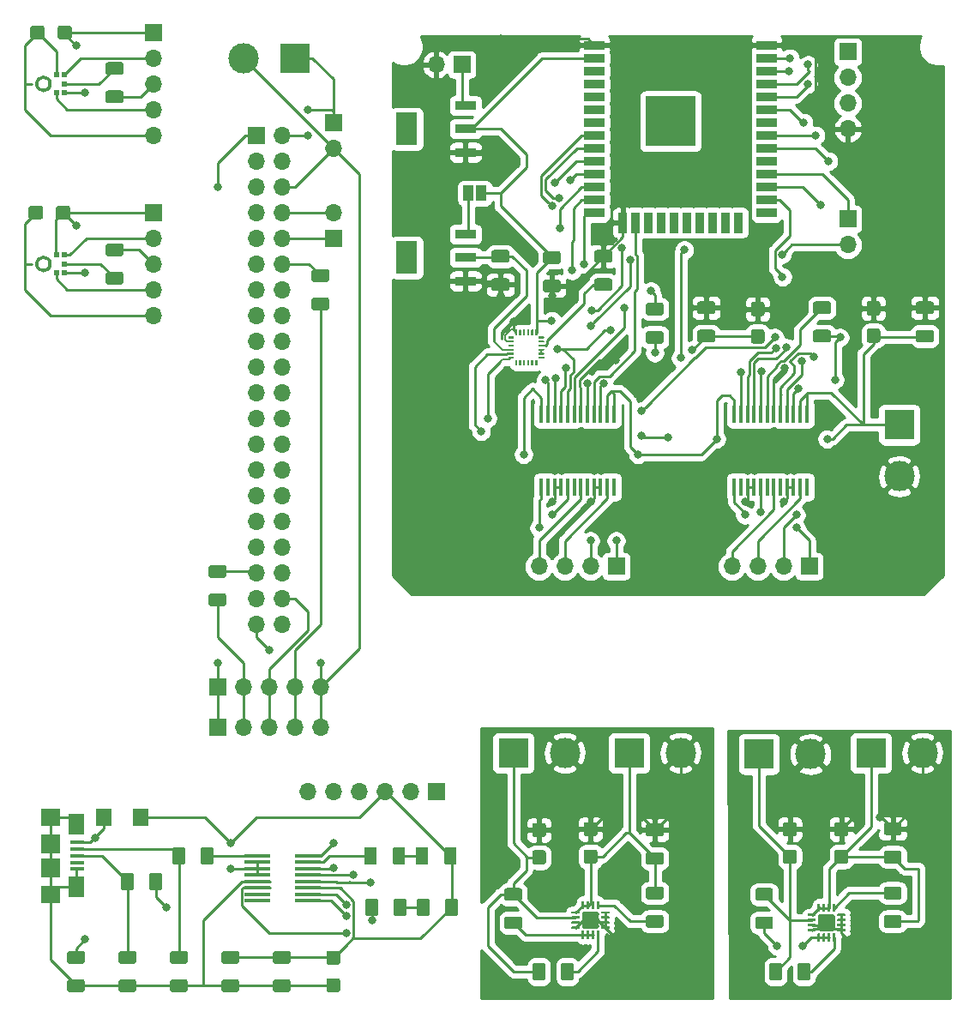
<source format=gbr>
G04 #@! TF.GenerationSoftware,KiCad,Pcbnew,(5.1.4-0-10_14)*
G04 #@! TF.CreationDate,2019-11-07T21:51:41+09:00*
G04 #@! TF.ProjectId,underwater,756e6465-7277-4617-9465-722e6b696361,rev?*
G04 #@! TF.SameCoordinates,Original*
G04 #@! TF.FileFunction,Copper,L1,Top*
G04 #@! TF.FilePolarity,Positive*
%FSLAX46Y46*%
G04 Gerber Fmt 4.6, Leading zero omitted, Abs format (unit mm)*
G04 Created by KiCad (PCBNEW (5.1.4-0-10_14)) date 2019-11-07 21:51:41*
%MOMM*%
%LPD*%
G04 APERTURE LIST*
%ADD10C,0.300000*%
%ADD11R,1.700000X1.700000*%
%ADD12O,1.700000X1.700000*%
%ADD13R,1.000000X1.500000*%
%ADD14C,0.300000*%
%ADD15R,0.522000X0.600000*%
%ADD16C,0.100000*%
%ADD17C,1.680000*%
%ADD18C,0.500000*%
%ADD19C,0.250000*%
%ADD20R,2.540000X0.457200*%
%ADD21R,5.000000X5.000000*%
%ADD22R,2.000000X0.900000*%
%ADD23R,0.900000X2.000000*%
%ADD24C,0.200000*%
%ADD25R,0.450000X1.750000*%
%ADD26C,1.250000*%
%ADD27C,1.350000*%
%ADD28R,1.500000X1.800000*%
%ADD29C,3.000000*%
%ADD30R,3.000000X3.000000*%
%ADD31R,1.350000X0.400000*%
%ADD32R,1.600000X2.100000*%
%ADD33R,1.900000X1.900000*%
%ADD34R,1.900000X1.800000*%
%ADD35R,2.150000X3.250000*%
%ADD36R,2.150000X0.950000*%
%ADD37C,0.800000*%
%ADD38C,0.250000*%
%ADD39C,0.200000*%
%ADD40C,0.254000*%
G04 APERTURE END LIST*
D10*
X108585000Y-56515000D02*
G75*
G03X108585000Y-56515000I-662000J0D01*
G01*
X108585000Y-38735000D02*
G75*
G03X108585000Y-38735000I-662000J0D01*
G01*
D11*
X125095000Y-102235000D03*
D12*
X127635000Y-102235000D03*
X130175000Y-102235000D03*
X132715000Y-102235000D03*
X135255000Y-102235000D03*
X135255000Y-98299999D03*
X132715000Y-98299999D03*
X130175000Y-98299999D03*
X127635000Y-98299999D03*
D11*
X125095000Y-98299999D03*
X128905000Y-43815000D03*
D12*
X131445000Y-43815000D03*
X128905000Y-46355000D03*
X131445000Y-46355000D03*
X128905000Y-48895000D03*
X131445000Y-48895000D03*
X128905000Y-51435000D03*
X131445000Y-51435000D03*
X128905000Y-53975000D03*
X131445000Y-53975000D03*
X128905000Y-56515000D03*
X131445000Y-56515000D03*
X128905000Y-59055000D03*
X131445000Y-59055000D03*
X128905000Y-61595000D03*
X131445000Y-61595000D03*
X128905000Y-64135000D03*
X131445000Y-64135000D03*
X128905000Y-66675000D03*
X131445000Y-66675000D03*
X128905000Y-69215000D03*
X131445000Y-69215000D03*
X128905000Y-71755000D03*
X131445000Y-71755000D03*
X128905000Y-74295000D03*
X131445000Y-74295000D03*
X128905000Y-76835000D03*
X131445000Y-76835000D03*
X128905000Y-79375000D03*
X131445000Y-79375000D03*
X128905000Y-81915000D03*
X131445000Y-81915000D03*
X128905000Y-84455000D03*
X131445000Y-84455000D03*
X128905000Y-86995000D03*
X131445000Y-86995000D03*
X128905000Y-89535000D03*
X131445000Y-89535000D03*
X128905000Y-92075000D03*
X131445000Y-92075000D03*
D13*
X151145000Y-49530000D03*
X149845000Y-49530000D03*
D14*
X107261000Y-56515000D03*
X108585000Y-56515000D03*
X107923000Y-55853000D03*
X107923000Y-57177000D03*
D15*
X109997000Y-55615000D03*
X109175000Y-55615000D03*
X109175000Y-57415000D03*
X109997000Y-57415000D03*
X109997000Y-56515000D03*
X109997000Y-38735000D03*
X109997000Y-39635000D03*
X109175000Y-39635000D03*
X109175000Y-37835000D03*
X109997000Y-37835000D03*
D14*
X107923000Y-39397000D03*
X107923000Y-38073000D03*
X108585000Y-38735000D03*
X107261000Y-38735000D03*
D16*
G36*
X185842004Y-120696204D02*
G01*
X185866273Y-120699804D01*
X185890071Y-120705765D01*
X185913171Y-120714030D01*
X185935349Y-120724520D01*
X185956393Y-120737133D01*
X185976098Y-120751747D01*
X185994277Y-120768223D01*
X186010753Y-120786402D01*
X186025367Y-120806107D01*
X186037980Y-120827151D01*
X186048470Y-120849329D01*
X186056735Y-120872429D01*
X186062696Y-120896227D01*
X186066296Y-120920496D01*
X186067500Y-120945000D01*
X186067500Y-122125000D01*
X186066296Y-122149504D01*
X186062696Y-122173773D01*
X186056735Y-122197571D01*
X186048470Y-122220671D01*
X186037980Y-122242849D01*
X186025367Y-122263893D01*
X186010753Y-122283598D01*
X185994277Y-122301777D01*
X185976098Y-122318253D01*
X185956393Y-122332867D01*
X185935349Y-122345480D01*
X185913171Y-122355970D01*
X185890071Y-122364235D01*
X185866273Y-122370196D01*
X185842004Y-122373796D01*
X185817500Y-122375000D01*
X184637500Y-122375000D01*
X184612996Y-122373796D01*
X184588727Y-122370196D01*
X184564929Y-122364235D01*
X184541829Y-122355970D01*
X184519651Y-122345480D01*
X184498607Y-122332867D01*
X184478902Y-122318253D01*
X184460723Y-122301777D01*
X184444247Y-122283598D01*
X184429633Y-122263893D01*
X184417020Y-122242849D01*
X184406530Y-122220671D01*
X184398265Y-122197571D01*
X184392304Y-122173773D01*
X184388704Y-122149504D01*
X184387500Y-122125000D01*
X184387500Y-120945000D01*
X184388704Y-120920496D01*
X184392304Y-120896227D01*
X184398265Y-120872429D01*
X184406530Y-120849329D01*
X184417020Y-120827151D01*
X184429633Y-120806107D01*
X184444247Y-120786402D01*
X184460723Y-120768223D01*
X184478902Y-120751747D01*
X184498607Y-120737133D01*
X184519651Y-120724520D01*
X184541829Y-120714030D01*
X184564929Y-120705765D01*
X184588727Y-120699804D01*
X184612996Y-120696204D01*
X184637500Y-120695000D01*
X185817500Y-120695000D01*
X185842004Y-120696204D01*
X185842004Y-120696204D01*
G37*
D17*
X185227500Y-121535000D03*
D18*
X184637500Y-122125000D03*
X184637500Y-120945000D03*
X185817500Y-122125000D03*
X185817500Y-120945000D03*
D16*
G36*
X184546126Y-122585301D02*
G01*
X184552193Y-122586201D01*
X184558143Y-122587691D01*
X184563918Y-122589758D01*
X184569462Y-122592380D01*
X184574723Y-122595533D01*
X184579650Y-122599187D01*
X184584194Y-122603306D01*
X184588313Y-122607850D01*
X184591967Y-122612777D01*
X184595120Y-122618038D01*
X184597742Y-122623582D01*
X184599809Y-122629357D01*
X184601299Y-122635307D01*
X184602199Y-122641374D01*
X184602500Y-122647500D01*
X184602500Y-123347500D01*
X184602199Y-123353626D01*
X184601299Y-123359693D01*
X184599809Y-123365643D01*
X184597742Y-123371418D01*
X184595120Y-123376962D01*
X184591967Y-123382223D01*
X184588313Y-123387150D01*
X184584194Y-123391694D01*
X184579650Y-123395813D01*
X184574723Y-123399467D01*
X184569462Y-123402620D01*
X184563918Y-123405242D01*
X184558143Y-123407309D01*
X184552193Y-123408799D01*
X184546126Y-123409699D01*
X184540000Y-123410000D01*
X184415000Y-123410000D01*
X184408874Y-123409699D01*
X184402807Y-123408799D01*
X184396857Y-123407309D01*
X184391082Y-123405242D01*
X184385538Y-123402620D01*
X184380277Y-123399467D01*
X184375350Y-123395813D01*
X184370806Y-123391694D01*
X184366687Y-123387150D01*
X184363033Y-123382223D01*
X184359880Y-123376962D01*
X184357258Y-123371418D01*
X184355191Y-123365643D01*
X184353701Y-123359693D01*
X184352801Y-123353626D01*
X184352500Y-123347500D01*
X184352500Y-122647500D01*
X184352801Y-122641374D01*
X184353701Y-122635307D01*
X184355191Y-122629357D01*
X184357258Y-122623582D01*
X184359880Y-122618038D01*
X184363033Y-122612777D01*
X184366687Y-122607850D01*
X184370806Y-122603306D01*
X184375350Y-122599187D01*
X184380277Y-122595533D01*
X184385538Y-122592380D01*
X184391082Y-122589758D01*
X184396857Y-122587691D01*
X184402807Y-122586201D01*
X184408874Y-122585301D01*
X184415000Y-122585000D01*
X184540000Y-122585000D01*
X184546126Y-122585301D01*
X184546126Y-122585301D01*
G37*
D19*
X184477500Y-122997500D03*
D16*
G36*
X185046126Y-122585301D02*
G01*
X185052193Y-122586201D01*
X185058143Y-122587691D01*
X185063918Y-122589758D01*
X185069462Y-122592380D01*
X185074723Y-122595533D01*
X185079650Y-122599187D01*
X185084194Y-122603306D01*
X185088313Y-122607850D01*
X185091967Y-122612777D01*
X185095120Y-122618038D01*
X185097742Y-122623582D01*
X185099809Y-122629357D01*
X185101299Y-122635307D01*
X185102199Y-122641374D01*
X185102500Y-122647500D01*
X185102500Y-123347500D01*
X185102199Y-123353626D01*
X185101299Y-123359693D01*
X185099809Y-123365643D01*
X185097742Y-123371418D01*
X185095120Y-123376962D01*
X185091967Y-123382223D01*
X185088313Y-123387150D01*
X185084194Y-123391694D01*
X185079650Y-123395813D01*
X185074723Y-123399467D01*
X185069462Y-123402620D01*
X185063918Y-123405242D01*
X185058143Y-123407309D01*
X185052193Y-123408799D01*
X185046126Y-123409699D01*
X185040000Y-123410000D01*
X184915000Y-123410000D01*
X184908874Y-123409699D01*
X184902807Y-123408799D01*
X184896857Y-123407309D01*
X184891082Y-123405242D01*
X184885538Y-123402620D01*
X184880277Y-123399467D01*
X184875350Y-123395813D01*
X184870806Y-123391694D01*
X184866687Y-123387150D01*
X184863033Y-123382223D01*
X184859880Y-123376962D01*
X184857258Y-123371418D01*
X184855191Y-123365643D01*
X184853701Y-123359693D01*
X184852801Y-123353626D01*
X184852500Y-123347500D01*
X184852500Y-122647500D01*
X184852801Y-122641374D01*
X184853701Y-122635307D01*
X184855191Y-122629357D01*
X184857258Y-122623582D01*
X184859880Y-122618038D01*
X184863033Y-122612777D01*
X184866687Y-122607850D01*
X184870806Y-122603306D01*
X184875350Y-122599187D01*
X184880277Y-122595533D01*
X184885538Y-122592380D01*
X184891082Y-122589758D01*
X184896857Y-122587691D01*
X184902807Y-122586201D01*
X184908874Y-122585301D01*
X184915000Y-122585000D01*
X185040000Y-122585000D01*
X185046126Y-122585301D01*
X185046126Y-122585301D01*
G37*
D19*
X184977500Y-122997500D03*
D16*
G36*
X185546126Y-122585301D02*
G01*
X185552193Y-122586201D01*
X185558143Y-122587691D01*
X185563918Y-122589758D01*
X185569462Y-122592380D01*
X185574723Y-122595533D01*
X185579650Y-122599187D01*
X185584194Y-122603306D01*
X185588313Y-122607850D01*
X185591967Y-122612777D01*
X185595120Y-122618038D01*
X185597742Y-122623582D01*
X185599809Y-122629357D01*
X185601299Y-122635307D01*
X185602199Y-122641374D01*
X185602500Y-122647500D01*
X185602500Y-123347500D01*
X185602199Y-123353626D01*
X185601299Y-123359693D01*
X185599809Y-123365643D01*
X185597742Y-123371418D01*
X185595120Y-123376962D01*
X185591967Y-123382223D01*
X185588313Y-123387150D01*
X185584194Y-123391694D01*
X185579650Y-123395813D01*
X185574723Y-123399467D01*
X185569462Y-123402620D01*
X185563918Y-123405242D01*
X185558143Y-123407309D01*
X185552193Y-123408799D01*
X185546126Y-123409699D01*
X185540000Y-123410000D01*
X185415000Y-123410000D01*
X185408874Y-123409699D01*
X185402807Y-123408799D01*
X185396857Y-123407309D01*
X185391082Y-123405242D01*
X185385538Y-123402620D01*
X185380277Y-123399467D01*
X185375350Y-123395813D01*
X185370806Y-123391694D01*
X185366687Y-123387150D01*
X185363033Y-123382223D01*
X185359880Y-123376962D01*
X185357258Y-123371418D01*
X185355191Y-123365643D01*
X185353701Y-123359693D01*
X185352801Y-123353626D01*
X185352500Y-123347500D01*
X185352500Y-122647500D01*
X185352801Y-122641374D01*
X185353701Y-122635307D01*
X185355191Y-122629357D01*
X185357258Y-122623582D01*
X185359880Y-122618038D01*
X185363033Y-122612777D01*
X185366687Y-122607850D01*
X185370806Y-122603306D01*
X185375350Y-122599187D01*
X185380277Y-122595533D01*
X185385538Y-122592380D01*
X185391082Y-122589758D01*
X185396857Y-122587691D01*
X185402807Y-122586201D01*
X185408874Y-122585301D01*
X185415000Y-122585000D01*
X185540000Y-122585000D01*
X185546126Y-122585301D01*
X185546126Y-122585301D01*
G37*
D19*
X185477500Y-122997500D03*
D16*
G36*
X186046126Y-122585301D02*
G01*
X186052193Y-122586201D01*
X186058143Y-122587691D01*
X186063918Y-122589758D01*
X186069462Y-122592380D01*
X186074723Y-122595533D01*
X186079650Y-122599187D01*
X186084194Y-122603306D01*
X186088313Y-122607850D01*
X186091967Y-122612777D01*
X186095120Y-122618038D01*
X186097742Y-122623582D01*
X186099809Y-122629357D01*
X186101299Y-122635307D01*
X186102199Y-122641374D01*
X186102500Y-122647500D01*
X186102500Y-123347500D01*
X186102199Y-123353626D01*
X186101299Y-123359693D01*
X186099809Y-123365643D01*
X186097742Y-123371418D01*
X186095120Y-123376962D01*
X186091967Y-123382223D01*
X186088313Y-123387150D01*
X186084194Y-123391694D01*
X186079650Y-123395813D01*
X186074723Y-123399467D01*
X186069462Y-123402620D01*
X186063918Y-123405242D01*
X186058143Y-123407309D01*
X186052193Y-123408799D01*
X186046126Y-123409699D01*
X186040000Y-123410000D01*
X185915000Y-123410000D01*
X185908874Y-123409699D01*
X185902807Y-123408799D01*
X185896857Y-123407309D01*
X185891082Y-123405242D01*
X185885538Y-123402620D01*
X185880277Y-123399467D01*
X185875350Y-123395813D01*
X185870806Y-123391694D01*
X185866687Y-123387150D01*
X185863033Y-123382223D01*
X185859880Y-123376962D01*
X185857258Y-123371418D01*
X185855191Y-123365643D01*
X185853701Y-123359693D01*
X185852801Y-123353626D01*
X185852500Y-123347500D01*
X185852500Y-122647500D01*
X185852801Y-122641374D01*
X185853701Y-122635307D01*
X185855191Y-122629357D01*
X185857258Y-122623582D01*
X185859880Y-122618038D01*
X185863033Y-122612777D01*
X185866687Y-122607850D01*
X185870806Y-122603306D01*
X185875350Y-122599187D01*
X185880277Y-122595533D01*
X185885538Y-122592380D01*
X185891082Y-122589758D01*
X185896857Y-122587691D01*
X185902807Y-122586201D01*
X185908874Y-122585301D01*
X185915000Y-122585000D01*
X186040000Y-122585000D01*
X186046126Y-122585301D01*
X186046126Y-122585301D01*
G37*
D19*
X185977500Y-122997500D03*
D16*
G36*
X187046126Y-122160301D02*
G01*
X187052193Y-122161201D01*
X187058143Y-122162691D01*
X187063918Y-122164758D01*
X187069462Y-122167380D01*
X187074723Y-122170533D01*
X187079650Y-122174187D01*
X187084194Y-122178306D01*
X187088313Y-122182850D01*
X187091967Y-122187777D01*
X187095120Y-122193038D01*
X187097742Y-122198582D01*
X187099809Y-122204357D01*
X187101299Y-122210307D01*
X187102199Y-122216374D01*
X187102500Y-122222500D01*
X187102500Y-122347500D01*
X187102199Y-122353626D01*
X187101299Y-122359693D01*
X187099809Y-122365643D01*
X187097742Y-122371418D01*
X187095120Y-122376962D01*
X187091967Y-122382223D01*
X187088313Y-122387150D01*
X187084194Y-122391694D01*
X187079650Y-122395813D01*
X187074723Y-122399467D01*
X187069462Y-122402620D01*
X187063918Y-122405242D01*
X187058143Y-122407309D01*
X187052193Y-122408799D01*
X187046126Y-122409699D01*
X187040000Y-122410000D01*
X186340000Y-122410000D01*
X186333874Y-122409699D01*
X186327807Y-122408799D01*
X186321857Y-122407309D01*
X186316082Y-122405242D01*
X186310538Y-122402620D01*
X186305277Y-122399467D01*
X186300350Y-122395813D01*
X186295806Y-122391694D01*
X186291687Y-122387150D01*
X186288033Y-122382223D01*
X186284880Y-122376962D01*
X186282258Y-122371418D01*
X186280191Y-122365643D01*
X186278701Y-122359693D01*
X186277801Y-122353626D01*
X186277500Y-122347500D01*
X186277500Y-122222500D01*
X186277801Y-122216374D01*
X186278701Y-122210307D01*
X186280191Y-122204357D01*
X186282258Y-122198582D01*
X186284880Y-122193038D01*
X186288033Y-122187777D01*
X186291687Y-122182850D01*
X186295806Y-122178306D01*
X186300350Y-122174187D01*
X186305277Y-122170533D01*
X186310538Y-122167380D01*
X186316082Y-122164758D01*
X186321857Y-122162691D01*
X186327807Y-122161201D01*
X186333874Y-122160301D01*
X186340000Y-122160000D01*
X187040000Y-122160000D01*
X187046126Y-122160301D01*
X187046126Y-122160301D01*
G37*
D19*
X186690000Y-122285000D03*
D16*
G36*
X187046126Y-121660301D02*
G01*
X187052193Y-121661201D01*
X187058143Y-121662691D01*
X187063918Y-121664758D01*
X187069462Y-121667380D01*
X187074723Y-121670533D01*
X187079650Y-121674187D01*
X187084194Y-121678306D01*
X187088313Y-121682850D01*
X187091967Y-121687777D01*
X187095120Y-121693038D01*
X187097742Y-121698582D01*
X187099809Y-121704357D01*
X187101299Y-121710307D01*
X187102199Y-121716374D01*
X187102500Y-121722500D01*
X187102500Y-121847500D01*
X187102199Y-121853626D01*
X187101299Y-121859693D01*
X187099809Y-121865643D01*
X187097742Y-121871418D01*
X187095120Y-121876962D01*
X187091967Y-121882223D01*
X187088313Y-121887150D01*
X187084194Y-121891694D01*
X187079650Y-121895813D01*
X187074723Y-121899467D01*
X187069462Y-121902620D01*
X187063918Y-121905242D01*
X187058143Y-121907309D01*
X187052193Y-121908799D01*
X187046126Y-121909699D01*
X187040000Y-121910000D01*
X186340000Y-121910000D01*
X186333874Y-121909699D01*
X186327807Y-121908799D01*
X186321857Y-121907309D01*
X186316082Y-121905242D01*
X186310538Y-121902620D01*
X186305277Y-121899467D01*
X186300350Y-121895813D01*
X186295806Y-121891694D01*
X186291687Y-121887150D01*
X186288033Y-121882223D01*
X186284880Y-121876962D01*
X186282258Y-121871418D01*
X186280191Y-121865643D01*
X186278701Y-121859693D01*
X186277801Y-121853626D01*
X186277500Y-121847500D01*
X186277500Y-121722500D01*
X186277801Y-121716374D01*
X186278701Y-121710307D01*
X186280191Y-121704357D01*
X186282258Y-121698582D01*
X186284880Y-121693038D01*
X186288033Y-121687777D01*
X186291687Y-121682850D01*
X186295806Y-121678306D01*
X186300350Y-121674187D01*
X186305277Y-121670533D01*
X186310538Y-121667380D01*
X186316082Y-121664758D01*
X186321857Y-121662691D01*
X186327807Y-121661201D01*
X186333874Y-121660301D01*
X186340000Y-121660000D01*
X187040000Y-121660000D01*
X187046126Y-121660301D01*
X187046126Y-121660301D01*
G37*
D19*
X186690000Y-121785000D03*
D16*
G36*
X187046126Y-121160301D02*
G01*
X187052193Y-121161201D01*
X187058143Y-121162691D01*
X187063918Y-121164758D01*
X187069462Y-121167380D01*
X187074723Y-121170533D01*
X187079650Y-121174187D01*
X187084194Y-121178306D01*
X187088313Y-121182850D01*
X187091967Y-121187777D01*
X187095120Y-121193038D01*
X187097742Y-121198582D01*
X187099809Y-121204357D01*
X187101299Y-121210307D01*
X187102199Y-121216374D01*
X187102500Y-121222500D01*
X187102500Y-121347500D01*
X187102199Y-121353626D01*
X187101299Y-121359693D01*
X187099809Y-121365643D01*
X187097742Y-121371418D01*
X187095120Y-121376962D01*
X187091967Y-121382223D01*
X187088313Y-121387150D01*
X187084194Y-121391694D01*
X187079650Y-121395813D01*
X187074723Y-121399467D01*
X187069462Y-121402620D01*
X187063918Y-121405242D01*
X187058143Y-121407309D01*
X187052193Y-121408799D01*
X187046126Y-121409699D01*
X187040000Y-121410000D01*
X186340000Y-121410000D01*
X186333874Y-121409699D01*
X186327807Y-121408799D01*
X186321857Y-121407309D01*
X186316082Y-121405242D01*
X186310538Y-121402620D01*
X186305277Y-121399467D01*
X186300350Y-121395813D01*
X186295806Y-121391694D01*
X186291687Y-121387150D01*
X186288033Y-121382223D01*
X186284880Y-121376962D01*
X186282258Y-121371418D01*
X186280191Y-121365643D01*
X186278701Y-121359693D01*
X186277801Y-121353626D01*
X186277500Y-121347500D01*
X186277500Y-121222500D01*
X186277801Y-121216374D01*
X186278701Y-121210307D01*
X186280191Y-121204357D01*
X186282258Y-121198582D01*
X186284880Y-121193038D01*
X186288033Y-121187777D01*
X186291687Y-121182850D01*
X186295806Y-121178306D01*
X186300350Y-121174187D01*
X186305277Y-121170533D01*
X186310538Y-121167380D01*
X186316082Y-121164758D01*
X186321857Y-121162691D01*
X186327807Y-121161201D01*
X186333874Y-121160301D01*
X186340000Y-121160000D01*
X187040000Y-121160000D01*
X187046126Y-121160301D01*
X187046126Y-121160301D01*
G37*
D19*
X186690000Y-121285000D03*
D16*
G36*
X187046126Y-120660301D02*
G01*
X187052193Y-120661201D01*
X187058143Y-120662691D01*
X187063918Y-120664758D01*
X187069462Y-120667380D01*
X187074723Y-120670533D01*
X187079650Y-120674187D01*
X187084194Y-120678306D01*
X187088313Y-120682850D01*
X187091967Y-120687777D01*
X187095120Y-120693038D01*
X187097742Y-120698582D01*
X187099809Y-120704357D01*
X187101299Y-120710307D01*
X187102199Y-120716374D01*
X187102500Y-120722500D01*
X187102500Y-120847500D01*
X187102199Y-120853626D01*
X187101299Y-120859693D01*
X187099809Y-120865643D01*
X187097742Y-120871418D01*
X187095120Y-120876962D01*
X187091967Y-120882223D01*
X187088313Y-120887150D01*
X187084194Y-120891694D01*
X187079650Y-120895813D01*
X187074723Y-120899467D01*
X187069462Y-120902620D01*
X187063918Y-120905242D01*
X187058143Y-120907309D01*
X187052193Y-120908799D01*
X187046126Y-120909699D01*
X187040000Y-120910000D01*
X186340000Y-120910000D01*
X186333874Y-120909699D01*
X186327807Y-120908799D01*
X186321857Y-120907309D01*
X186316082Y-120905242D01*
X186310538Y-120902620D01*
X186305277Y-120899467D01*
X186300350Y-120895813D01*
X186295806Y-120891694D01*
X186291687Y-120887150D01*
X186288033Y-120882223D01*
X186284880Y-120876962D01*
X186282258Y-120871418D01*
X186280191Y-120865643D01*
X186278701Y-120859693D01*
X186277801Y-120853626D01*
X186277500Y-120847500D01*
X186277500Y-120722500D01*
X186277801Y-120716374D01*
X186278701Y-120710307D01*
X186280191Y-120704357D01*
X186282258Y-120698582D01*
X186284880Y-120693038D01*
X186288033Y-120687777D01*
X186291687Y-120682850D01*
X186295806Y-120678306D01*
X186300350Y-120674187D01*
X186305277Y-120670533D01*
X186310538Y-120667380D01*
X186316082Y-120664758D01*
X186321857Y-120662691D01*
X186327807Y-120661201D01*
X186333874Y-120660301D01*
X186340000Y-120660000D01*
X187040000Y-120660000D01*
X187046126Y-120660301D01*
X187046126Y-120660301D01*
G37*
D19*
X186690000Y-120785000D03*
D16*
G36*
X186046126Y-119660301D02*
G01*
X186052193Y-119661201D01*
X186058143Y-119662691D01*
X186063918Y-119664758D01*
X186069462Y-119667380D01*
X186074723Y-119670533D01*
X186079650Y-119674187D01*
X186084194Y-119678306D01*
X186088313Y-119682850D01*
X186091967Y-119687777D01*
X186095120Y-119693038D01*
X186097742Y-119698582D01*
X186099809Y-119704357D01*
X186101299Y-119710307D01*
X186102199Y-119716374D01*
X186102500Y-119722500D01*
X186102500Y-120422500D01*
X186102199Y-120428626D01*
X186101299Y-120434693D01*
X186099809Y-120440643D01*
X186097742Y-120446418D01*
X186095120Y-120451962D01*
X186091967Y-120457223D01*
X186088313Y-120462150D01*
X186084194Y-120466694D01*
X186079650Y-120470813D01*
X186074723Y-120474467D01*
X186069462Y-120477620D01*
X186063918Y-120480242D01*
X186058143Y-120482309D01*
X186052193Y-120483799D01*
X186046126Y-120484699D01*
X186040000Y-120485000D01*
X185915000Y-120485000D01*
X185908874Y-120484699D01*
X185902807Y-120483799D01*
X185896857Y-120482309D01*
X185891082Y-120480242D01*
X185885538Y-120477620D01*
X185880277Y-120474467D01*
X185875350Y-120470813D01*
X185870806Y-120466694D01*
X185866687Y-120462150D01*
X185863033Y-120457223D01*
X185859880Y-120451962D01*
X185857258Y-120446418D01*
X185855191Y-120440643D01*
X185853701Y-120434693D01*
X185852801Y-120428626D01*
X185852500Y-120422500D01*
X185852500Y-119722500D01*
X185852801Y-119716374D01*
X185853701Y-119710307D01*
X185855191Y-119704357D01*
X185857258Y-119698582D01*
X185859880Y-119693038D01*
X185863033Y-119687777D01*
X185866687Y-119682850D01*
X185870806Y-119678306D01*
X185875350Y-119674187D01*
X185880277Y-119670533D01*
X185885538Y-119667380D01*
X185891082Y-119664758D01*
X185896857Y-119662691D01*
X185902807Y-119661201D01*
X185908874Y-119660301D01*
X185915000Y-119660000D01*
X186040000Y-119660000D01*
X186046126Y-119660301D01*
X186046126Y-119660301D01*
G37*
D19*
X185977500Y-120072500D03*
D16*
G36*
X185546126Y-119660301D02*
G01*
X185552193Y-119661201D01*
X185558143Y-119662691D01*
X185563918Y-119664758D01*
X185569462Y-119667380D01*
X185574723Y-119670533D01*
X185579650Y-119674187D01*
X185584194Y-119678306D01*
X185588313Y-119682850D01*
X185591967Y-119687777D01*
X185595120Y-119693038D01*
X185597742Y-119698582D01*
X185599809Y-119704357D01*
X185601299Y-119710307D01*
X185602199Y-119716374D01*
X185602500Y-119722500D01*
X185602500Y-120422500D01*
X185602199Y-120428626D01*
X185601299Y-120434693D01*
X185599809Y-120440643D01*
X185597742Y-120446418D01*
X185595120Y-120451962D01*
X185591967Y-120457223D01*
X185588313Y-120462150D01*
X185584194Y-120466694D01*
X185579650Y-120470813D01*
X185574723Y-120474467D01*
X185569462Y-120477620D01*
X185563918Y-120480242D01*
X185558143Y-120482309D01*
X185552193Y-120483799D01*
X185546126Y-120484699D01*
X185540000Y-120485000D01*
X185415000Y-120485000D01*
X185408874Y-120484699D01*
X185402807Y-120483799D01*
X185396857Y-120482309D01*
X185391082Y-120480242D01*
X185385538Y-120477620D01*
X185380277Y-120474467D01*
X185375350Y-120470813D01*
X185370806Y-120466694D01*
X185366687Y-120462150D01*
X185363033Y-120457223D01*
X185359880Y-120451962D01*
X185357258Y-120446418D01*
X185355191Y-120440643D01*
X185353701Y-120434693D01*
X185352801Y-120428626D01*
X185352500Y-120422500D01*
X185352500Y-119722500D01*
X185352801Y-119716374D01*
X185353701Y-119710307D01*
X185355191Y-119704357D01*
X185357258Y-119698582D01*
X185359880Y-119693038D01*
X185363033Y-119687777D01*
X185366687Y-119682850D01*
X185370806Y-119678306D01*
X185375350Y-119674187D01*
X185380277Y-119670533D01*
X185385538Y-119667380D01*
X185391082Y-119664758D01*
X185396857Y-119662691D01*
X185402807Y-119661201D01*
X185408874Y-119660301D01*
X185415000Y-119660000D01*
X185540000Y-119660000D01*
X185546126Y-119660301D01*
X185546126Y-119660301D01*
G37*
D19*
X185477500Y-120072500D03*
D16*
G36*
X185046126Y-119660301D02*
G01*
X185052193Y-119661201D01*
X185058143Y-119662691D01*
X185063918Y-119664758D01*
X185069462Y-119667380D01*
X185074723Y-119670533D01*
X185079650Y-119674187D01*
X185084194Y-119678306D01*
X185088313Y-119682850D01*
X185091967Y-119687777D01*
X185095120Y-119693038D01*
X185097742Y-119698582D01*
X185099809Y-119704357D01*
X185101299Y-119710307D01*
X185102199Y-119716374D01*
X185102500Y-119722500D01*
X185102500Y-120422500D01*
X185102199Y-120428626D01*
X185101299Y-120434693D01*
X185099809Y-120440643D01*
X185097742Y-120446418D01*
X185095120Y-120451962D01*
X185091967Y-120457223D01*
X185088313Y-120462150D01*
X185084194Y-120466694D01*
X185079650Y-120470813D01*
X185074723Y-120474467D01*
X185069462Y-120477620D01*
X185063918Y-120480242D01*
X185058143Y-120482309D01*
X185052193Y-120483799D01*
X185046126Y-120484699D01*
X185040000Y-120485000D01*
X184915000Y-120485000D01*
X184908874Y-120484699D01*
X184902807Y-120483799D01*
X184896857Y-120482309D01*
X184891082Y-120480242D01*
X184885538Y-120477620D01*
X184880277Y-120474467D01*
X184875350Y-120470813D01*
X184870806Y-120466694D01*
X184866687Y-120462150D01*
X184863033Y-120457223D01*
X184859880Y-120451962D01*
X184857258Y-120446418D01*
X184855191Y-120440643D01*
X184853701Y-120434693D01*
X184852801Y-120428626D01*
X184852500Y-120422500D01*
X184852500Y-119722500D01*
X184852801Y-119716374D01*
X184853701Y-119710307D01*
X184855191Y-119704357D01*
X184857258Y-119698582D01*
X184859880Y-119693038D01*
X184863033Y-119687777D01*
X184866687Y-119682850D01*
X184870806Y-119678306D01*
X184875350Y-119674187D01*
X184880277Y-119670533D01*
X184885538Y-119667380D01*
X184891082Y-119664758D01*
X184896857Y-119662691D01*
X184902807Y-119661201D01*
X184908874Y-119660301D01*
X184915000Y-119660000D01*
X185040000Y-119660000D01*
X185046126Y-119660301D01*
X185046126Y-119660301D01*
G37*
D19*
X184977500Y-120072500D03*
D16*
G36*
X184546126Y-119660301D02*
G01*
X184552193Y-119661201D01*
X184558143Y-119662691D01*
X184563918Y-119664758D01*
X184569462Y-119667380D01*
X184574723Y-119670533D01*
X184579650Y-119674187D01*
X184584194Y-119678306D01*
X184588313Y-119682850D01*
X184591967Y-119687777D01*
X184595120Y-119693038D01*
X184597742Y-119698582D01*
X184599809Y-119704357D01*
X184601299Y-119710307D01*
X184602199Y-119716374D01*
X184602500Y-119722500D01*
X184602500Y-120422500D01*
X184602199Y-120428626D01*
X184601299Y-120434693D01*
X184599809Y-120440643D01*
X184597742Y-120446418D01*
X184595120Y-120451962D01*
X184591967Y-120457223D01*
X184588313Y-120462150D01*
X184584194Y-120466694D01*
X184579650Y-120470813D01*
X184574723Y-120474467D01*
X184569462Y-120477620D01*
X184563918Y-120480242D01*
X184558143Y-120482309D01*
X184552193Y-120483799D01*
X184546126Y-120484699D01*
X184540000Y-120485000D01*
X184415000Y-120485000D01*
X184408874Y-120484699D01*
X184402807Y-120483799D01*
X184396857Y-120482309D01*
X184391082Y-120480242D01*
X184385538Y-120477620D01*
X184380277Y-120474467D01*
X184375350Y-120470813D01*
X184370806Y-120466694D01*
X184366687Y-120462150D01*
X184363033Y-120457223D01*
X184359880Y-120451962D01*
X184357258Y-120446418D01*
X184355191Y-120440643D01*
X184353701Y-120434693D01*
X184352801Y-120428626D01*
X184352500Y-120422500D01*
X184352500Y-119722500D01*
X184352801Y-119716374D01*
X184353701Y-119710307D01*
X184355191Y-119704357D01*
X184357258Y-119698582D01*
X184359880Y-119693038D01*
X184363033Y-119687777D01*
X184366687Y-119682850D01*
X184370806Y-119678306D01*
X184375350Y-119674187D01*
X184380277Y-119670533D01*
X184385538Y-119667380D01*
X184391082Y-119664758D01*
X184396857Y-119662691D01*
X184402807Y-119661201D01*
X184408874Y-119660301D01*
X184415000Y-119660000D01*
X184540000Y-119660000D01*
X184546126Y-119660301D01*
X184546126Y-119660301D01*
G37*
D19*
X184477500Y-120072500D03*
D16*
G36*
X184121126Y-120660301D02*
G01*
X184127193Y-120661201D01*
X184133143Y-120662691D01*
X184138918Y-120664758D01*
X184144462Y-120667380D01*
X184149723Y-120670533D01*
X184154650Y-120674187D01*
X184159194Y-120678306D01*
X184163313Y-120682850D01*
X184166967Y-120687777D01*
X184170120Y-120693038D01*
X184172742Y-120698582D01*
X184174809Y-120704357D01*
X184176299Y-120710307D01*
X184177199Y-120716374D01*
X184177500Y-120722500D01*
X184177500Y-120847500D01*
X184177199Y-120853626D01*
X184176299Y-120859693D01*
X184174809Y-120865643D01*
X184172742Y-120871418D01*
X184170120Y-120876962D01*
X184166967Y-120882223D01*
X184163313Y-120887150D01*
X184159194Y-120891694D01*
X184154650Y-120895813D01*
X184149723Y-120899467D01*
X184144462Y-120902620D01*
X184138918Y-120905242D01*
X184133143Y-120907309D01*
X184127193Y-120908799D01*
X184121126Y-120909699D01*
X184115000Y-120910000D01*
X183415000Y-120910000D01*
X183408874Y-120909699D01*
X183402807Y-120908799D01*
X183396857Y-120907309D01*
X183391082Y-120905242D01*
X183385538Y-120902620D01*
X183380277Y-120899467D01*
X183375350Y-120895813D01*
X183370806Y-120891694D01*
X183366687Y-120887150D01*
X183363033Y-120882223D01*
X183359880Y-120876962D01*
X183357258Y-120871418D01*
X183355191Y-120865643D01*
X183353701Y-120859693D01*
X183352801Y-120853626D01*
X183352500Y-120847500D01*
X183352500Y-120722500D01*
X183352801Y-120716374D01*
X183353701Y-120710307D01*
X183355191Y-120704357D01*
X183357258Y-120698582D01*
X183359880Y-120693038D01*
X183363033Y-120687777D01*
X183366687Y-120682850D01*
X183370806Y-120678306D01*
X183375350Y-120674187D01*
X183380277Y-120670533D01*
X183385538Y-120667380D01*
X183391082Y-120664758D01*
X183396857Y-120662691D01*
X183402807Y-120661201D01*
X183408874Y-120660301D01*
X183415000Y-120660000D01*
X184115000Y-120660000D01*
X184121126Y-120660301D01*
X184121126Y-120660301D01*
G37*
D19*
X183765000Y-120785000D03*
D16*
G36*
X184121126Y-121160301D02*
G01*
X184127193Y-121161201D01*
X184133143Y-121162691D01*
X184138918Y-121164758D01*
X184144462Y-121167380D01*
X184149723Y-121170533D01*
X184154650Y-121174187D01*
X184159194Y-121178306D01*
X184163313Y-121182850D01*
X184166967Y-121187777D01*
X184170120Y-121193038D01*
X184172742Y-121198582D01*
X184174809Y-121204357D01*
X184176299Y-121210307D01*
X184177199Y-121216374D01*
X184177500Y-121222500D01*
X184177500Y-121347500D01*
X184177199Y-121353626D01*
X184176299Y-121359693D01*
X184174809Y-121365643D01*
X184172742Y-121371418D01*
X184170120Y-121376962D01*
X184166967Y-121382223D01*
X184163313Y-121387150D01*
X184159194Y-121391694D01*
X184154650Y-121395813D01*
X184149723Y-121399467D01*
X184144462Y-121402620D01*
X184138918Y-121405242D01*
X184133143Y-121407309D01*
X184127193Y-121408799D01*
X184121126Y-121409699D01*
X184115000Y-121410000D01*
X183415000Y-121410000D01*
X183408874Y-121409699D01*
X183402807Y-121408799D01*
X183396857Y-121407309D01*
X183391082Y-121405242D01*
X183385538Y-121402620D01*
X183380277Y-121399467D01*
X183375350Y-121395813D01*
X183370806Y-121391694D01*
X183366687Y-121387150D01*
X183363033Y-121382223D01*
X183359880Y-121376962D01*
X183357258Y-121371418D01*
X183355191Y-121365643D01*
X183353701Y-121359693D01*
X183352801Y-121353626D01*
X183352500Y-121347500D01*
X183352500Y-121222500D01*
X183352801Y-121216374D01*
X183353701Y-121210307D01*
X183355191Y-121204357D01*
X183357258Y-121198582D01*
X183359880Y-121193038D01*
X183363033Y-121187777D01*
X183366687Y-121182850D01*
X183370806Y-121178306D01*
X183375350Y-121174187D01*
X183380277Y-121170533D01*
X183385538Y-121167380D01*
X183391082Y-121164758D01*
X183396857Y-121162691D01*
X183402807Y-121161201D01*
X183408874Y-121160301D01*
X183415000Y-121160000D01*
X184115000Y-121160000D01*
X184121126Y-121160301D01*
X184121126Y-121160301D01*
G37*
D19*
X183765000Y-121285000D03*
D16*
G36*
X184121126Y-121660301D02*
G01*
X184127193Y-121661201D01*
X184133143Y-121662691D01*
X184138918Y-121664758D01*
X184144462Y-121667380D01*
X184149723Y-121670533D01*
X184154650Y-121674187D01*
X184159194Y-121678306D01*
X184163313Y-121682850D01*
X184166967Y-121687777D01*
X184170120Y-121693038D01*
X184172742Y-121698582D01*
X184174809Y-121704357D01*
X184176299Y-121710307D01*
X184177199Y-121716374D01*
X184177500Y-121722500D01*
X184177500Y-121847500D01*
X184177199Y-121853626D01*
X184176299Y-121859693D01*
X184174809Y-121865643D01*
X184172742Y-121871418D01*
X184170120Y-121876962D01*
X184166967Y-121882223D01*
X184163313Y-121887150D01*
X184159194Y-121891694D01*
X184154650Y-121895813D01*
X184149723Y-121899467D01*
X184144462Y-121902620D01*
X184138918Y-121905242D01*
X184133143Y-121907309D01*
X184127193Y-121908799D01*
X184121126Y-121909699D01*
X184115000Y-121910000D01*
X183415000Y-121910000D01*
X183408874Y-121909699D01*
X183402807Y-121908799D01*
X183396857Y-121907309D01*
X183391082Y-121905242D01*
X183385538Y-121902620D01*
X183380277Y-121899467D01*
X183375350Y-121895813D01*
X183370806Y-121891694D01*
X183366687Y-121887150D01*
X183363033Y-121882223D01*
X183359880Y-121876962D01*
X183357258Y-121871418D01*
X183355191Y-121865643D01*
X183353701Y-121859693D01*
X183352801Y-121853626D01*
X183352500Y-121847500D01*
X183352500Y-121722500D01*
X183352801Y-121716374D01*
X183353701Y-121710307D01*
X183355191Y-121704357D01*
X183357258Y-121698582D01*
X183359880Y-121693038D01*
X183363033Y-121687777D01*
X183366687Y-121682850D01*
X183370806Y-121678306D01*
X183375350Y-121674187D01*
X183380277Y-121670533D01*
X183385538Y-121667380D01*
X183391082Y-121664758D01*
X183396857Y-121662691D01*
X183402807Y-121661201D01*
X183408874Y-121660301D01*
X183415000Y-121660000D01*
X184115000Y-121660000D01*
X184121126Y-121660301D01*
X184121126Y-121660301D01*
G37*
D19*
X183765000Y-121785000D03*
D16*
G36*
X184121126Y-122160301D02*
G01*
X184127193Y-122161201D01*
X184133143Y-122162691D01*
X184138918Y-122164758D01*
X184144462Y-122167380D01*
X184149723Y-122170533D01*
X184154650Y-122174187D01*
X184159194Y-122178306D01*
X184163313Y-122182850D01*
X184166967Y-122187777D01*
X184170120Y-122193038D01*
X184172742Y-122198582D01*
X184174809Y-122204357D01*
X184176299Y-122210307D01*
X184177199Y-122216374D01*
X184177500Y-122222500D01*
X184177500Y-122347500D01*
X184177199Y-122353626D01*
X184176299Y-122359693D01*
X184174809Y-122365643D01*
X184172742Y-122371418D01*
X184170120Y-122376962D01*
X184166967Y-122382223D01*
X184163313Y-122387150D01*
X184159194Y-122391694D01*
X184154650Y-122395813D01*
X184149723Y-122399467D01*
X184144462Y-122402620D01*
X184138918Y-122405242D01*
X184133143Y-122407309D01*
X184127193Y-122408799D01*
X184121126Y-122409699D01*
X184115000Y-122410000D01*
X183415000Y-122410000D01*
X183408874Y-122409699D01*
X183402807Y-122408799D01*
X183396857Y-122407309D01*
X183391082Y-122405242D01*
X183385538Y-122402620D01*
X183380277Y-122399467D01*
X183375350Y-122395813D01*
X183370806Y-122391694D01*
X183366687Y-122387150D01*
X183363033Y-122382223D01*
X183359880Y-122376962D01*
X183357258Y-122371418D01*
X183355191Y-122365643D01*
X183353701Y-122359693D01*
X183352801Y-122353626D01*
X183352500Y-122347500D01*
X183352500Y-122222500D01*
X183352801Y-122216374D01*
X183353701Y-122210307D01*
X183355191Y-122204357D01*
X183357258Y-122198582D01*
X183359880Y-122193038D01*
X183363033Y-122187777D01*
X183366687Y-122182850D01*
X183370806Y-122178306D01*
X183375350Y-122174187D01*
X183380277Y-122170533D01*
X183385538Y-122167380D01*
X183391082Y-122164758D01*
X183396857Y-122162691D01*
X183402807Y-122161201D01*
X183408874Y-122160301D01*
X183415000Y-122160000D01*
X184115000Y-122160000D01*
X184121126Y-122160301D01*
X184121126Y-122160301D01*
G37*
D19*
X183765000Y-122285000D03*
D20*
X133985000Y-118745000D03*
X133985000Y-117475000D03*
X133985000Y-118110000D03*
X133985000Y-119380000D03*
X133985000Y-116840000D03*
X133985000Y-116205000D03*
X133985000Y-115570000D03*
X133985000Y-114935000D03*
X129057400Y-119380000D03*
X129057400Y-118745000D03*
X129057400Y-118110000D03*
X129057400Y-117475000D03*
X129057400Y-116840000D03*
X129057400Y-116205000D03*
X129057400Y-115570000D03*
X129057400Y-114935000D03*
D21*
X169815000Y-42425000D03*
D22*
X162315000Y-34925000D03*
X162315000Y-36195000D03*
X162315000Y-37465000D03*
X162315000Y-38735000D03*
X162315000Y-40005000D03*
X162315000Y-41275000D03*
X162315000Y-42545000D03*
X162315000Y-43815000D03*
X162315000Y-45085000D03*
X162315000Y-46355000D03*
X162315000Y-47625000D03*
X162315000Y-48895000D03*
X162315000Y-50165000D03*
X162315000Y-51435000D03*
D23*
X165100000Y-52435000D03*
X166370000Y-52435000D03*
X167640000Y-52435000D03*
X168910000Y-52435000D03*
X170180000Y-52435000D03*
X171450000Y-52435000D03*
X172720000Y-52435000D03*
X173990000Y-52435000D03*
X175260000Y-52435000D03*
X176530000Y-52435000D03*
D22*
X179315000Y-51435000D03*
X179315000Y-50165000D03*
X179315000Y-48895000D03*
X179315000Y-47625000D03*
X179315000Y-46355000D03*
X179315000Y-45085000D03*
X179315000Y-43815000D03*
X179315000Y-42545000D03*
X179315000Y-41275000D03*
X179315000Y-40005000D03*
X179315000Y-38735000D03*
X179315000Y-37465000D03*
X179315000Y-36195000D03*
X179315000Y-34925000D03*
D16*
G36*
X154629901Y-65995241D02*
G01*
X154634755Y-65995961D01*
X154639514Y-65997153D01*
X154644134Y-65998806D01*
X154648570Y-66000904D01*
X154652779Y-66003427D01*
X154656720Y-66006349D01*
X154660355Y-66009645D01*
X154663651Y-66013280D01*
X154666573Y-66017221D01*
X154669096Y-66021430D01*
X154671194Y-66025866D01*
X154672847Y-66030486D01*
X154674039Y-66035245D01*
X154674759Y-66040099D01*
X154675000Y-66045000D01*
X154675000Y-66495000D01*
X154674759Y-66499901D01*
X154674039Y-66504755D01*
X154672847Y-66509514D01*
X154671194Y-66514134D01*
X154669096Y-66518570D01*
X154666573Y-66522779D01*
X154663651Y-66526720D01*
X154660355Y-66530355D01*
X154656720Y-66533651D01*
X154652779Y-66536573D01*
X154648570Y-66539096D01*
X154644134Y-66541194D01*
X154639514Y-66542847D01*
X154634755Y-66544039D01*
X154629901Y-66544759D01*
X154625000Y-66545000D01*
X154525000Y-66545000D01*
X154520099Y-66544759D01*
X154515245Y-66544039D01*
X154510486Y-66542847D01*
X154505866Y-66541194D01*
X154501430Y-66539096D01*
X154497221Y-66536573D01*
X154493280Y-66533651D01*
X154489645Y-66530355D01*
X154486349Y-66526720D01*
X154483427Y-66522779D01*
X154480904Y-66518570D01*
X154478806Y-66514134D01*
X154477153Y-66509514D01*
X154475961Y-66504755D01*
X154475241Y-66499901D01*
X154475000Y-66495000D01*
X154475000Y-66045000D01*
X154475241Y-66040099D01*
X154475961Y-66035245D01*
X154477153Y-66030486D01*
X154478806Y-66025866D01*
X154480904Y-66021430D01*
X154483427Y-66017221D01*
X154486349Y-66013280D01*
X154489645Y-66009645D01*
X154493280Y-66006349D01*
X154497221Y-66003427D01*
X154501430Y-66000904D01*
X154505866Y-65998806D01*
X154510486Y-65997153D01*
X154515245Y-65995961D01*
X154520099Y-65995241D01*
X154525000Y-65995000D01*
X154625000Y-65995000D01*
X154629901Y-65995241D01*
X154629901Y-65995241D01*
G37*
D24*
X154575000Y-66270000D03*
D16*
G36*
X155029901Y-65995241D02*
G01*
X155034755Y-65995961D01*
X155039514Y-65997153D01*
X155044134Y-65998806D01*
X155048570Y-66000904D01*
X155052779Y-66003427D01*
X155056720Y-66006349D01*
X155060355Y-66009645D01*
X155063651Y-66013280D01*
X155066573Y-66017221D01*
X155069096Y-66021430D01*
X155071194Y-66025866D01*
X155072847Y-66030486D01*
X155074039Y-66035245D01*
X155074759Y-66040099D01*
X155075000Y-66045000D01*
X155075000Y-66495000D01*
X155074759Y-66499901D01*
X155074039Y-66504755D01*
X155072847Y-66509514D01*
X155071194Y-66514134D01*
X155069096Y-66518570D01*
X155066573Y-66522779D01*
X155063651Y-66526720D01*
X155060355Y-66530355D01*
X155056720Y-66533651D01*
X155052779Y-66536573D01*
X155048570Y-66539096D01*
X155044134Y-66541194D01*
X155039514Y-66542847D01*
X155034755Y-66544039D01*
X155029901Y-66544759D01*
X155025000Y-66545000D01*
X154925000Y-66545000D01*
X154920099Y-66544759D01*
X154915245Y-66544039D01*
X154910486Y-66542847D01*
X154905866Y-66541194D01*
X154901430Y-66539096D01*
X154897221Y-66536573D01*
X154893280Y-66533651D01*
X154889645Y-66530355D01*
X154886349Y-66526720D01*
X154883427Y-66522779D01*
X154880904Y-66518570D01*
X154878806Y-66514134D01*
X154877153Y-66509514D01*
X154875961Y-66504755D01*
X154875241Y-66499901D01*
X154875000Y-66495000D01*
X154875000Y-66045000D01*
X154875241Y-66040099D01*
X154875961Y-66035245D01*
X154877153Y-66030486D01*
X154878806Y-66025866D01*
X154880904Y-66021430D01*
X154883427Y-66017221D01*
X154886349Y-66013280D01*
X154889645Y-66009645D01*
X154893280Y-66006349D01*
X154897221Y-66003427D01*
X154901430Y-66000904D01*
X154905866Y-65998806D01*
X154910486Y-65997153D01*
X154915245Y-65995961D01*
X154920099Y-65995241D01*
X154925000Y-65995000D01*
X155025000Y-65995000D01*
X155029901Y-65995241D01*
X155029901Y-65995241D01*
G37*
D24*
X154975000Y-66270000D03*
D16*
G36*
X155429901Y-65995241D02*
G01*
X155434755Y-65995961D01*
X155439514Y-65997153D01*
X155444134Y-65998806D01*
X155448570Y-66000904D01*
X155452779Y-66003427D01*
X155456720Y-66006349D01*
X155460355Y-66009645D01*
X155463651Y-66013280D01*
X155466573Y-66017221D01*
X155469096Y-66021430D01*
X155471194Y-66025866D01*
X155472847Y-66030486D01*
X155474039Y-66035245D01*
X155474759Y-66040099D01*
X155475000Y-66045000D01*
X155475000Y-66495000D01*
X155474759Y-66499901D01*
X155474039Y-66504755D01*
X155472847Y-66509514D01*
X155471194Y-66514134D01*
X155469096Y-66518570D01*
X155466573Y-66522779D01*
X155463651Y-66526720D01*
X155460355Y-66530355D01*
X155456720Y-66533651D01*
X155452779Y-66536573D01*
X155448570Y-66539096D01*
X155444134Y-66541194D01*
X155439514Y-66542847D01*
X155434755Y-66544039D01*
X155429901Y-66544759D01*
X155425000Y-66545000D01*
X155325000Y-66545000D01*
X155320099Y-66544759D01*
X155315245Y-66544039D01*
X155310486Y-66542847D01*
X155305866Y-66541194D01*
X155301430Y-66539096D01*
X155297221Y-66536573D01*
X155293280Y-66533651D01*
X155289645Y-66530355D01*
X155286349Y-66526720D01*
X155283427Y-66522779D01*
X155280904Y-66518570D01*
X155278806Y-66514134D01*
X155277153Y-66509514D01*
X155275961Y-66504755D01*
X155275241Y-66499901D01*
X155275000Y-66495000D01*
X155275000Y-66045000D01*
X155275241Y-66040099D01*
X155275961Y-66035245D01*
X155277153Y-66030486D01*
X155278806Y-66025866D01*
X155280904Y-66021430D01*
X155283427Y-66017221D01*
X155286349Y-66013280D01*
X155289645Y-66009645D01*
X155293280Y-66006349D01*
X155297221Y-66003427D01*
X155301430Y-66000904D01*
X155305866Y-65998806D01*
X155310486Y-65997153D01*
X155315245Y-65995961D01*
X155320099Y-65995241D01*
X155325000Y-65995000D01*
X155425000Y-65995000D01*
X155429901Y-65995241D01*
X155429901Y-65995241D01*
G37*
D24*
X155375000Y-66270000D03*
D16*
G36*
X155829901Y-65995241D02*
G01*
X155834755Y-65995961D01*
X155839514Y-65997153D01*
X155844134Y-65998806D01*
X155848570Y-66000904D01*
X155852779Y-66003427D01*
X155856720Y-66006349D01*
X155860355Y-66009645D01*
X155863651Y-66013280D01*
X155866573Y-66017221D01*
X155869096Y-66021430D01*
X155871194Y-66025866D01*
X155872847Y-66030486D01*
X155874039Y-66035245D01*
X155874759Y-66040099D01*
X155875000Y-66045000D01*
X155875000Y-66495000D01*
X155874759Y-66499901D01*
X155874039Y-66504755D01*
X155872847Y-66509514D01*
X155871194Y-66514134D01*
X155869096Y-66518570D01*
X155866573Y-66522779D01*
X155863651Y-66526720D01*
X155860355Y-66530355D01*
X155856720Y-66533651D01*
X155852779Y-66536573D01*
X155848570Y-66539096D01*
X155844134Y-66541194D01*
X155839514Y-66542847D01*
X155834755Y-66544039D01*
X155829901Y-66544759D01*
X155825000Y-66545000D01*
X155725000Y-66545000D01*
X155720099Y-66544759D01*
X155715245Y-66544039D01*
X155710486Y-66542847D01*
X155705866Y-66541194D01*
X155701430Y-66539096D01*
X155697221Y-66536573D01*
X155693280Y-66533651D01*
X155689645Y-66530355D01*
X155686349Y-66526720D01*
X155683427Y-66522779D01*
X155680904Y-66518570D01*
X155678806Y-66514134D01*
X155677153Y-66509514D01*
X155675961Y-66504755D01*
X155675241Y-66499901D01*
X155675000Y-66495000D01*
X155675000Y-66045000D01*
X155675241Y-66040099D01*
X155675961Y-66035245D01*
X155677153Y-66030486D01*
X155678806Y-66025866D01*
X155680904Y-66021430D01*
X155683427Y-66017221D01*
X155686349Y-66013280D01*
X155689645Y-66009645D01*
X155693280Y-66006349D01*
X155697221Y-66003427D01*
X155701430Y-66000904D01*
X155705866Y-65998806D01*
X155710486Y-65997153D01*
X155715245Y-65995961D01*
X155720099Y-65995241D01*
X155725000Y-65995000D01*
X155825000Y-65995000D01*
X155829901Y-65995241D01*
X155829901Y-65995241D01*
G37*
D24*
X155775000Y-66270000D03*
D16*
G36*
X156229901Y-65995241D02*
G01*
X156234755Y-65995961D01*
X156239514Y-65997153D01*
X156244134Y-65998806D01*
X156248570Y-66000904D01*
X156252779Y-66003427D01*
X156256720Y-66006349D01*
X156260355Y-66009645D01*
X156263651Y-66013280D01*
X156266573Y-66017221D01*
X156269096Y-66021430D01*
X156271194Y-66025866D01*
X156272847Y-66030486D01*
X156274039Y-66035245D01*
X156274759Y-66040099D01*
X156275000Y-66045000D01*
X156275000Y-66495000D01*
X156274759Y-66499901D01*
X156274039Y-66504755D01*
X156272847Y-66509514D01*
X156271194Y-66514134D01*
X156269096Y-66518570D01*
X156266573Y-66522779D01*
X156263651Y-66526720D01*
X156260355Y-66530355D01*
X156256720Y-66533651D01*
X156252779Y-66536573D01*
X156248570Y-66539096D01*
X156244134Y-66541194D01*
X156239514Y-66542847D01*
X156234755Y-66544039D01*
X156229901Y-66544759D01*
X156225000Y-66545000D01*
X156125000Y-66545000D01*
X156120099Y-66544759D01*
X156115245Y-66544039D01*
X156110486Y-66542847D01*
X156105866Y-66541194D01*
X156101430Y-66539096D01*
X156097221Y-66536573D01*
X156093280Y-66533651D01*
X156089645Y-66530355D01*
X156086349Y-66526720D01*
X156083427Y-66522779D01*
X156080904Y-66518570D01*
X156078806Y-66514134D01*
X156077153Y-66509514D01*
X156075961Y-66504755D01*
X156075241Y-66499901D01*
X156075000Y-66495000D01*
X156075000Y-66045000D01*
X156075241Y-66040099D01*
X156075961Y-66035245D01*
X156077153Y-66030486D01*
X156078806Y-66025866D01*
X156080904Y-66021430D01*
X156083427Y-66017221D01*
X156086349Y-66013280D01*
X156089645Y-66009645D01*
X156093280Y-66006349D01*
X156097221Y-66003427D01*
X156101430Y-66000904D01*
X156105866Y-65998806D01*
X156110486Y-65997153D01*
X156115245Y-65995961D01*
X156120099Y-65995241D01*
X156125000Y-65995000D01*
X156225000Y-65995000D01*
X156229901Y-65995241D01*
X156229901Y-65995241D01*
G37*
D24*
X156175000Y-66270000D03*
D16*
G36*
X156629901Y-65995241D02*
G01*
X156634755Y-65995961D01*
X156639514Y-65997153D01*
X156644134Y-65998806D01*
X156648570Y-66000904D01*
X156652779Y-66003427D01*
X156656720Y-66006349D01*
X156660355Y-66009645D01*
X156663651Y-66013280D01*
X156666573Y-66017221D01*
X156669096Y-66021430D01*
X156671194Y-66025866D01*
X156672847Y-66030486D01*
X156674039Y-66035245D01*
X156674759Y-66040099D01*
X156675000Y-66045000D01*
X156675000Y-66495000D01*
X156674759Y-66499901D01*
X156674039Y-66504755D01*
X156672847Y-66509514D01*
X156671194Y-66514134D01*
X156669096Y-66518570D01*
X156666573Y-66522779D01*
X156663651Y-66526720D01*
X156660355Y-66530355D01*
X156656720Y-66533651D01*
X156652779Y-66536573D01*
X156648570Y-66539096D01*
X156644134Y-66541194D01*
X156639514Y-66542847D01*
X156634755Y-66544039D01*
X156629901Y-66544759D01*
X156625000Y-66545000D01*
X156525000Y-66545000D01*
X156520099Y-66544759D01*
X156515245Y-66544039D01*
X156510486Y-66542847D01*
X156505866Y-66541194D01*
X156501430Y-66539096D01*
X156497221Y-66536573D01*
X156493280Y-66533651D01*
X156489645Y-66530355D01*
X156486349Y-66526720D01*
X156483427Y-66522779D01*
X156480904Y-66518570D01*
X156478806Y-66514134D01*
X156477153Y-66509514D01*
X156475961Y-66504755D01*
X156475241Y-66499901D01*
X156475000Y-66495000D01*
X156475000Y-66045000D01*
X156475241Y-66040099D01*
X156475961Y-66035245D01*
X156477153Y-66030486D01*
X156478806Y-66025866D01*
X156480904Y-66021430D01*
X156483427Y-66017221D01*
X156486349Y-66013280D01*
X156489645Y-66009645D01*
X156493280Y-66006349D01*
X156497221Y-66003427D01*
X156501430Y-66000904D01*
X156505866Y-65998806D01*
X156510486Y-65997153D01*
X156515245Y-65995961D01*
X156520099Y-65995241D01*
X156525000Y-65995000D01*
X156625000Y-65995000D01*
X156629901Y-65995241D01*
X156629901Y-65995241D01*
G37*
D24*
X156575000Y-66270000D03*
D16*
G36*
X157304901Y-65670241D02*
G01*
X157309755Y-65670961D01*
X157314514Y-65672153D01*
X157319134Y-65673806D01*
X157323570Y-65675904D01*
X157327779Y-65678427D01*
X157331720Y-65681349D01*
X157335355Y-65684645D01*
X157338651Y-65688280D01*
X157341573Y-65692221D01*
X157344096Y-65696430D01*
X157346194Y-65700866D01*
X157347847Y-65705486D01*
X157349039Y-65710245D01*
X157349759Y-65715099D01*
X157350000Y-65720000D01*
X157350000Y-65820000D01*
X157349759Y-65824901D01*
X157349039Y-65829755D01*
X157347847Y-65834514D01*
X157346194Y-65839134D01*
X157344096Y-65843570D01*
X157341573Y-65847779D01*
X157338651Y-65851720D01*
X157335355Y-65855355D01*
X157331720Y-65858651D01*
X157327779Y-65861573D01*
X157323570Y-65864096D01*
X157319134Y-65866194D01*
X157314514Y-65867847D01*
X157309755Y-65869039D01*
X157304901Y-65869759D01*
X157300000Y-65870000D01*
X156850000Y-65870000D01*
X156845099Y-65869759D01*
X156840245Y-65869039D01*
X156835486Y-65867847D01*
X156830866Y-65866194D01*
X156826430Y-65864096D01*
X156822221Y-65861573D01*
X156818280Y-65858651D01*
X156814645Y-65855355D01*
X156811349Y-65851720D01*
X156808427Y-65847779D01*
X156805904Y-65843570D01*
X156803806Y-65839134D01*
X156802153Y-65834514D01*
X156800961Y-65829755D01*
X156800241Y-65824901D01*
X156800000Y-65820000D01*
X156800000Y-65720000D01*
X156800241Y-65715099D01*
X156800961Y-65710245D01*
X156802153Y-65705486D01*
X156803806Y-65700866D01*
X156805904Y-65696430D01*
X156808427Y-65692221D01*
X156811349Y-65688280D01*
X156814645Y-65684645D01*
X156818280Y-65681349D01*
X156822221Y-65678427D01*
X156826430Y-65675904D01*
X156830866Y-65673806D01*
X156835486Y-65672153D01*
X156840245Y-65670961D01*
X156845099Y-65670241D01*
X156850000Y-65670000D01*
X157300000Y-65670000D01*
X157304901Y-65670241D01*
X157304901Y-65670241D01*
G37*
D24*
X157075000Y-65770000D03*
D16*
G36*
X157304901Y-65270241D02*
G01*
X157309755Y-65270961D01*
X157314514Y-65272153D01*
X157319134Y-65273806D01*
X157323570Y-65275904D01*
X157327779Y-65278427D01*
X157331720Y-65281349D01*
X157335355Y-65284645D01*
X157338651Y-65288280D01*
X157341573Y-65292221D01*
X157344096Y-65296430D01*
X157346194Y-65300866D01*
X157347847Y-65305486D01*
X157349039Y-65310245D01*
X157349759Y-65315099D01*
X157350000Y-65320000D01*
X157350000Y-65420000D01*
X157349759Y-65424901D01*
X157349039Y-65429755D01*
X157347847Y-65434514D01*
X157346194Y-65439134D01*
X157344096Y-65443570D01*
X157341573Y-65447779D01*
X157338651Y-65451720D01*
X157335355Y-65455355D01*
X157331720Y-65458651D01*
X157327779Y-65461573D01*
X157323570Y-65464096D01*
X157319134Y-65466194D01*
X157314514Y-65467847D01*
X157309755Y-65469039D01*
X157304901Y-65469759D01*
X157300000Y-65470000D01*
X156850000Y-65470000D01*
X156845099Y-65469759D01*
X156840245Y-65469039D01*
X156835486Y-65467847D01*
X156830866Y-65466194D01*
X156826430Y-65464096D01*
X156822221Y-65461573D01*
X156818280Y-65458651D01*
X156814645Y-65455355D01*
X156811349Y-65451720D01*
X156808427Y-65447779D01*
X156805904Y-65443570D01*
X156803806Y-65439134D01*
X156802153Y-65434514D01*
X156800961Y-65429755D01*
X156800241Y-65424901D01*
X156800000Y-65420000D01*
X156800000Y-65320000D01*
X156800241Y-65315099D01*
X156800961Y-65310245D01*
X156802153Y-65305486D01*
X156803806Y-65300866D01*
X156805904Y-65296430D01*
X156808427Y-65292221D01*
X156811349Y-65288280D01*
X156814645Y-65284645D01*
X156818280Y-65281349D01*
X156822221Y-65278427D01*
X156826430Y-65275904D01*
X156830866Y-65273806D01*
X156835486Y-65272153D01*
X156840245Y-65270961D01*
X156845099Y-65270241D01*
X156850000Y-65270000D01*
X157300000Y-65270000D01*
X157304901Y-65270241D01*
X157304901Y-65270241D01*
G37*
D24*
X157075000Y-65370000D03*
D16*
G36*
X157304901Y-64870241D02*
G01*
X157309755Y-64870961D01*
X157314514Y-64872153D01*
X157319134Y-64873806D01*
X157323570Y-64875904D01*
X157327779Y-64878427D01*
X157331720Y-64881349D01*
X157335355Y-64884645D01*
X157338651Y-64888280D01*
X157341573Y-64892221D01*
X157344096Y-64896430D01*
X157346194Y-64900866D01*
X157347847Y-64905486D01*
X157349039Y-64910245D01*
X157349759Y-64915099D01*
X157350000Y-64920000D01*
X157350000Y-65020000D01*
X157349759Y-65024901D01*
X157349039Y-65029755D01*
X157347847Y-65034514D01*
X157346194Y-65039134D01*
X157344096Y-65043570D01*
X157341573Y-65047779D01*
X157338651Y-65051720D01*
X157335355Y-65055355D01*
X157331720Y-65058651D01*
X157327779Y-65061573D01*
X157323570Y-65064096D01*
X157319134Y-65066194D01*
X157314514Y-65067847D01*
X157309755Y-65069039D01*
X157304901Y-65069759D01*
X157300000Y-65070000D01*
X156850000Y-65070000D01*
X156845099Y-65069759D01*
X156840245Y-65069039D01*
X156835486Y-65067847D01*
X156830866Y-65066194D01*
X156826430Y-65064096D01*
X156822221Y-65061573D01*
X156818280Y-65058651D01*
X156814645Y-65055355D01*
X156811349Y-65051720D01*
X156808427Y-65047779D01*
X156805904Y-65043570D01*
X156803806Y-65039134D01*
X156802153Y-65034514D01*
X156800961Y-65029755D01*
X156800241Y-65024901D01*
X156800000Y-65020000D01*
X156800000Y-64920000D01*
X156800241Y-64915099D01*
X156800961Y-64910245D01*
X156802153Y-64905486D01*
X156803806Y-64900866D01*
X156805904Y-64896430D01*
X156808427Y-64892221D01*
X156811349Y-64888280D01*
X156814645Y-64884645D01*
X156818280Y-64881349D01*
X156822221Y-64878427D01*
X156826430Y-64875904D01*
X156830866Y-64873806D01*
X156835486Y-64872153D01*
X156840245Y-64870961D01*
X156845099Y-64870241D01*
X156850000Y-64870000D01*
X157300000Y-64870000D01*
X157304901Y-64870241D01*
X157304901Y-64870241D01*
G37*
D24*
X157075000Y-64970000D03*
D16*
G36*
X157304901Y-64470241D02*
G01*
X157309755Y-64470961D01*
X157314514Y-64472153D01*
X157319134Y-64473806D01*
X157323570Y-64475904D01*
X157327779Y-64478427D01*
X157331720Y-64481349D01*
X157335355Y-64484645D01*
X157338651Y-64488280D01*
X157341573Y-64492221D01*
X157344096Y-64496430D01*
X157346194Y-64500866D01*
X157347847Y-64505486D01*
X157349039Y-64510245D01*
X157349759Y-64515099D01*
X157350000Y-64520000D01*
X157350000Y-64620000D01*
X157349759Y-64624901D01*
X157349039Y-64629755D01*
X157347847Y-64634514D01*
X157346194Y-64639134D01*
X157344096Y-64643570D01*
X157341573Y-64647779D01*
X157338651Y-64651720D01*
X157335355Y-64655355D01*
X157331720Y-64658651D01*
X157327779Y-64661573D01*
X157323570Y-64664096D01*
X157319134Y-64666194D01*
X157314514Y-64667847D01*
X157309755Y-64669039D01*
X157304901Y-64669759D01*
X157300000Y-64670000D01*
X156850000Y-64670000D01*
X156845099Y-64669759D01*
X156840245Y-64669039D01*
X156835486Y-64667847D01*
X156830866Y-64666194D01*
X156826430Y-64664096D01*
X156822221Y-64661573D01*
X156818280Y-64658651D01*
X156814645Y-64655355D01*
X156811349Y-64651720D01*
X156808427Y-64647779D01*
X156805904Y-64643570D01*
X156803806Y-64639134D01*
X156802153Y-64634514D01*
X156800961Y-64629755D01*
X156800241Y-64624901D01*
X156800000Y-64620000D01*
X156800000Y-64520000D01*
X156800241Y-64515099D01*
X156800961Y-64510245D01*
X156802153Y-64505486D01*
X156803806Y-64500866D01*
X156805904Y-64496430D01*
X156808427Y-64492221D01*
X156811349Y-64488280D01*
X156814645Y-64484645D01*
X156818280Y-64481349D01*
X156822221Y-64478427D01*
X156826430Y-64475904D01*
X156830866Y-64473806D01*
X156835486Y-64472153D01*
X156840245Y-64470961D01*
X156845099Y-64470241D01*
X156850000Y-64470000D01*
X157300000Y-64470000D01*
X157304901Y-64470241D01*
X157304901Y-64470241D01*
G37*
D24*
X157075000Y-64570000D03*
D16*
G36*
X157304901Y-64070241D02*
G01*
X157309755Y-64070961D01*
X157314514Y-64072153D01*
X157319134Y-64073806D01*
X157323570Y-64075904D01*
X157327779Y-64078427D01*
X157331720Y-64081349D01*
X157335355Y-64084645D01*
X157338651Y-64088280D01*
X157341573Y-64092221D01*
X157344096Y-64096430D01*
X157346194Y-64100866D01*
X157347847Y-64105486D01*
X157349039Y-64110245D01*
X157349759Y-64115099D01*
X157350000Y-64120000D01*
X157350000Y-64220000D01*
X157349759Y-64224901D01*
X157349039Y-64229755D01*
X157347847Y-64234514D01*
X157346194Y-64239134D01*
X157344096Y-64243570D01*
X157341573Y-64247779D01*
X157338651Y-64251720D01*
X157335355Y-64255355D01*
X157331720Y-64258651D01*
X157327779Y-64261573D01*
X157323570Y-64264096D01*
X157319134Y-64266194D01*
X157314514Y-64267847D01*
X157309755Y-64269039D01*
X157304901Y-64269759D01*
X157300000Y-64270000D01*
X156850000Y-64270000D01*
X156845099Y-64269759D01*
X156840245Y-64269039D01*
X156835486Y-64267847D01*
X156830866Y-64266194D01*
X156826430Y-64264096D01*
X156822221Y-64261573D01*
X156818280Y-64258651D01*
X156814645Y-64255355D01*
X156811349Y-64251720D01*
X156808427Y-64247779D01*
X156805904Y-64243570D01*
X156803806Y-64239134D01*
X156802153Y-64234514D01*
X156800961Y-64229755D01*
X156800241Y-64224901D01*
X156800000Y-64220000D01*
X156800000Y-64120000D01*
X156800241Y-64115099D01*
X156800961Y-64110245D01*
X156802153Y-64105486D01*
X156803806Y-64100866D01*
X156805904Y-64096430D01*
X156808427Y-64092221D01*
X156811349Y-64088280D01*
X156814645Y-64084645D01*
X156818280Y-64081349D01*
X156822221Y-64078427D01*
X156826430Y-64075904D01*
X156830866Y-64073806D01*
X156835486Y-64072153D01*
X156840245Y-64070961D01*
X156845099Y-64070241D01*
X156850000Y-64070000D01*
X157300000Y-64070000D01*
X157304901Y-64070241D01*
X157304901Y-64070241D01*
G37*
D24*
X157075000Y-64170000D03*
D16*
G36*
X157304901Y-63670241D02*
G01*
X157309755Y-63670961D01*
X157314514Y-63672153D01*
X157319134Y-63673806D01*
X157323570Y-63675904D01*
X157327779Y-63678427D01*
X157331720Y-63681349D01*
X157335355Y-63684645D01*
X157338651Y-63688280D01*
X157341573Y-63692221D01*
X157344096Y-63696430D01*
X157346194Y-63700866D01*
X157347847Y-63705486D01*
X157349039Y-63710245D01*
X157349759Y-63715099D01*
X157350000Y-63720000D01*
X157350000Y-63820000D01*
X157349759Y-63824901D01*
X157349039Y-63829755D01*
X157347847Y-63834514D01*
X157346194Y-63839134D01*
X157344096Y-63843570D01*
X157341573Y-63847779D01*
X157338651Y-63851720D01*
X157335355Y-63855355D01*
X157331720Y-63858651D01*
X157327779Y-63861573D01*
X157323570Y-63864096D01*
X157319134Y-63866194D01*
X157314514Y-63867847D01*
X157309755Y-63869039D01*
X157304901Y-63869759D01*
X157300000Y-63870000D01*
X156850000Y-63870000D01*
X156845099Y-63869759D01*
X156840245Y-63869039D01*
X156835486Y-63867847D01*
X156830866Y-63866194D01*
X156826430Y-63864096D01*
X156822221Y-63861573D01*
X156818280Y-63858651D01*
X156814645Y-63855355D01*
X156811349Y-63851720D01*
X156808427Y-63847779D01*
X156805904Y-63843570D01*
X156803806Y-63839134D01*
X156802153Y-63834514D01*
X156800961Y-63829755D01*
X156800241Y-63824901D01*
X156800000Y-63820000D01*
X156800000Y-63720000D01*
X156800241Y-63715099D01*
X156800961Y-63710245D01*
X156802153Y-63705486D01*
X156803806Y-63700866D01*
X156805904Y-63696430D01*
X156808427Y-63692221D01*
X156811349Y-63688280D01*
X156814645Y-63684645D01*
X156818280Y-63681349D01*
X156822221Y-63678427D01*
X156826430Y-63675904D01*
X156830866Y-63673806D01*
X156835486Y-63672153D01*
X156840245Y-63670961D01*
X156845099Y-63670241D01*
X156850000Y-63670000D01*
X157300000Y-63670000D01*
X157304901Y-63670241D01*
X157304901Y-63670241D01*
G37*
D24*
X157075000Y-63770000D03*
D16*
G36*
X156629901Y-62995241D02*
G01*
X156634755Y-62995961D01*
X156639514Y-62997153D01*
X156644134Y-62998806D01*
X156648570Y-63000904D01*
X156652779Y-63003427D01*
X156656720Y-63006349D01*
X156660355Y-63009645D01*
X156663651Y-63013280D01*
X156666573Y-63017221D01*
X156669096Y-63021430D01*
X156671194Y-63025866D01*
X156672847Y-63030486D01*
X156674039Y-63035245D01*
X156674759Y-63040099D01*
X156675000Y-63045000D01*
X156675000Y-63495000D01*
X156674759Y-63499901D01*
X156674039Y-63504755D01*
X156672847Y-63509514D01*
X156671194Y-63514134D01*
X156669096Y-63518570D01*
X156666573Y-63522779D01*
X156663651Y-63526720D01*
X156660355Y-63530355D01*
X156656720Y-63533651D01*
X156652779Y-63536573D01*
X156648570Y-63539096D01*
X156644134Y-63541194D01*
X156639514Y-63542847D01*
X156634755Y-63544039D01*
X156629901Y-63544759D01*
X156625000Y-63545000D01*
X156525000Y-63545000D01*
X156520099Y-63544759D01*
X156515245Y-63544039D01*
X156510486Y-63542847D01*
X156505866Y-63541194D01*
X156501430Y-63539096D01*
X156497221Y-63536573D01*
X156493280Y-63533651D01*
X156489645Y-63530355D01*
X156486349Y-63526720D01*
X156483427Y-63522779D01*
X156480904Y-63518570D01*
X156478806Y-63514134D01*
X156477153Y-63509514D01*
X156475961Y-63504755D01*
X156475241Y-63499901D01*
X156475000Y-63495000D01*
X156475000Y-63045000D01*
X156475241Y-63040099D01*
X156475961Y-63035245D01*
X156477153Y-63030486D01*
X156478806Y-63025866D01*
X156480904Y-63021430D01*
X156483427Y-63017221D01*
X156486349Y-63013280D01*
X156489645Y-63009645D01*
X156493280Y-63006349D01*
X156497221Y-63003427D01*
X156501430Y-63000904D01*
X156505866Y-62998806D01*
X156510486Y-62997153D01*
X156515245Y-62995961D01*
X156520099Y-62995241D01*
X156525000Y-62995000D01*
X156625000Y-62995000D01*
X156629901Y-62995241D01*
X156629901Y-62995241D01*
G37*
D24*
X156575000Y-63270000D03*
D16*
G36*
X156229901Y-62995241D02*
G01*
X156234755Y-62995961D01*
X156239514Y-62997153D01*
X156244134Y-62998806D01*
X156248570Y-63000904D01*
X156252779Y-63003427D01*
X156256720Y-63006349D01*
X156260355Y-63009645D01*
X156263651Y-63013280D01*
X156266573Y-63017221D01*
X156269096Y-63021430D01*
X156271194Y-63025866D01*
X156272847Y-63030486D01*
X156274039Y-63035245D01*
X156274759Y-63040099D01*
X156275000Y-63045000D01*
X156275000Y-63495000D01*
X156274759Y-63499901D01*
X156274039Y-63504755D01*
X156272847Y-63509514D01*
X156271194Y-63514134D01*
X156269096Y-63518570D01*
X156266573Y-63522779D01*
X156263651Y-63526720D01*
X156260355Y-63530355D01*
X156256720Y-63533651D01*
X156252779Y-63536573D01*
X156248570Y-63539096D01*
X156244134Y-63541194D01*
X156239514Y-63542847D01*
X156234755Y-63544039D01*
X156229901Y-63544759D01*
X156225000Y-63545000D01*
X156125000Y-63545000D01*
X156120099Y-63544759D01*
X156115245Y-63544039D01*
X156110486Y-63542847D01*
X156105866Y-63541194D01*
X156101430Y-63539096D01*
X156097221Y-63536573D01*
X156093280Y-63533651D01*
X156089645Y-63530355D01*
X156086349Y-63526720D01*
X156083427Y-63522779D01*
X156080904Y-63518570D01*
X156078806Y-63514134D01*
X156077153Y-63509514D01*
X156075961Y-63504755D01*
X156075241Y-63499901D01*
X156075000Y-63495000D01*
X156075000Y-63045000D01*
X156075241Y-63040099D01*
X156075961Y-63035245D01*
X156077153Y-63030486D01*
X156078806Y-63025866D01*
X156080904Y-63021430D01*
X156083427Y-63017221D01*
X156086349Y-63013280D01*
X156089645Y-63009645D01*
X156093280Y-63006349D01*
X156097221Y-63003427D01*
X156101430Y-63000904D01*
X156105866Y-62998806D01*
X156110486Y-62997153D01*
X156115245Y-62995961D01*
X156120099Y-62995241D01*
X156125000Y-62995000D01*
X156225000Y-62995000D01*
X156229901Y-62995241D01*
X156229901Y-62995241D01*
G37*
D24*
X156175000Y-63270000D03*
D16*
G36*
X155829901Y-62995241D02*
G01*
X155834755Y-62995961D01*
X155839514Y-62997153D01*
X155844134Y-62998806D01*
X155848570Y-63000904D01*
X155852779Y-63003427D01*
X155856720Y-63006349D01*
X155860355Y-63009645D01*
X155863651Y-63013280D01*
X155866573Y-63017221D01*
X155869096Y-63021430D01*
X155871194Y-63025866D01*
X155872847Y-63030486D01*
X155874039Y-63035245D01*
X155874759Y-63040099D01*
X155875000Y-63045000D01*
X155875000Y-63495000D01*
X155874759Y-63499901D01*
X155874039Y-63504755D01*
X155872847Y-63509514D01*
X155871194Y-63514134D01*
X155869096Y-63518570D01*
X155866573Y-63522779D01*
X155863651Y-63526720D01*
X155860355Y-63530355D01*
X155856720Y-63533651D01*
X155852779Y-63536573D01*
X155848570Y-63539096D01*
X155844134Y-63541194D01*
X155839514Y-63542847D01*
X155834755Y-63544039D01*
X155829901Y-63544759D01*
X155825000Y-63545000D01*
X155725000Y-63545000D01*
X155720099Y-63544759D01*
X155715245Y-63544039D01*
X155710486Y-63542847D01*
X155705866Y-63541194D01*
X155701430Y-63539096D01*
X155697221Y-63536573D01*
X155693280Y-63533651D01*
X155689645Y-63530355D01*
X155686349Y-63526720D01*
X155683427Y-63522779D01*
X155680904Y-63518570D01*
X155678806Y-63514134D01*
X155677153Y-63509514D01*
X155675961Y-63504755D01*
X155675241Y-63499901D01*
X155675000Y-63495000D01*
X155675000Y-63045000D01*
X155675241Y-63040099D01*
X155675961Y-63035245D01*
X155677153Y-63030486D01*
X155678806Y-63025866D01*
X155680904Y-63021430D01*
X155683427Y-63017221D01*
X155686349Y-63013280D01*
X155689645Y-63009645D01*
X155693280Y-63006349D01*
X155697221Y-63003427D01*
X155701430Y-63000904D01*
X155705866Y-62998806D01*
X155710486Y-62997153D01*
X155715245Y-62995961D01*
X155720099Y-62995241D01*
X155725000Y-62995000D01*
X155825000Y-62995000D01*
X155829901Y-62995241D01*
X155829901Y-62995241D01*
G37*
D24*
X155775000Y-63270000D03*
D16*
G36*
X155429901Y-62995241D02*
G01*
X155434755Y-62995961D01*
X155439514Y-62997153D01*
X155444134Y-62998806D01*
X155448570Y-63000904D01*
X155452779Y-63003427D01*
X155456720Y-63006349D01*
X155460355Y-63009645D01*
X155463651Y-63013280D01*
X155466573Y-63017221D01*
X155469096Y-63021430D01*
X155471194Y-63025866D01*
X155472847Y-63030486D01*
X155474039Y-63035245D01*
X155474759Y-63040099D01*
X155475000Y-63045000D01*
X155475000Y-63495000D01*
X155474759Y-63499901D01*
X155474039Y-63504755D01*
X155472847Y-63509514D01*
X155471194Y-63514134D01*
X155469096Y-63518570D01*
X155466573Y-63522779D01*
X155463651Y-63526720D01*
X155460355Y-63530355D01*
X155456720Y-63533651D01*
X155452779Y-63536573D01*
X155448570Y-63539096D01*
X155444134Y-63541194D01*
X155439514Y-63542847D01*
X155434755Y-63544039D01*
X155429901Y-63544759D01*
X155425000Y-63545000D01*
X155325000Y-63545000D01*
X155320099Y-63544759D01*
X155315245Y-63544039D01*
X155310486Y-63542847D01*
X155305866Y-63541194D01*
X155301430Y-63539096D01*
X155297221Y-63536573D01*
X155293280Y-63533651D01*
X155289645Y-63530355D01*
X155286349Y-63526720D01*
X155283427Y-63522779D01*
X155280904Y-63518570D01*
X155278806Y-63514134D01*
X155277153Y-63509514D01*
X155275961Y-63504755D01*
X155275241Y-63499901D01*
X155275000Y-63495000D01*
X155275000Y-63045000D01*
X155275241Y-63040099D01*
X155275961Y-63035245D01*
X155277153Y-63030486D01*
X155278806Y-63025866D01*
X155280904Y-63021430D01*
X155283427Y-63017221D01*
X155286349Y-63013280D01*
X155289645Y-63009645D01*
X155293280Y-63006349D01*
X155297221Y-63003427D01*
X155301430Y-63000904D01*
X155305866Y-62998806D01*
X155310486Y-62997153D01*
X155315245Y-62995961D01*
X155320099Y-62995241D01*
X155325000Y-62995000D01*
X155425000Y-62995000D01*
X155429901Y-62995241D01*
X155429901Y-62995241D01*
G37*
D24*
X155375000Y-63270000D03*
D16*
G36*
X155029901Y-62995241D02*
G01*
X155034755Y-62995961D01*
X155039514Y-62997153D01*
X155044134Y-62998806D01*
X155048570Y-63000904D01*
X155052779Y-63003427D01*
X155056720Y-63006349D01*
X155060355Y-63009645D01*
X155063651Y-63013280D01*
X155066573Y-63017221D01*
X155069096Y-63021430D01*
X155071194Y-63025866D01*
X155072847Y-63030486D01*
X155074039Y-63035245D01*
X155074759Y-63040099D01*
X155075000Y-63045000D01*
X155075000Y-63495000D01*
X155074759Y-63499901D01*
X155074039Y-63504755D01*
X155072847Y-63509514D01*
X155071194Y-63514134D01*
X155069096Y-63518570D01*
X155066573Y-63522779D01*
X155063651Y-63526720D01*
X155060355Y-63530355D01*
X155056720Y-63533651D01*
X155052779Y-63536573D01*
X155048570Y-63539096D01*
X155044134Y-63541194D01*
X155039514Y-63542847D01*
X155034755Y-63544039D01*
X155029901Y-63544759D01*
X155025000Y-63545000D01*
X154925000Y-63545000D01*
X154920099Y-63544759D01*
X154915245Y-63544039D01*
X154910486Y-63542847D01*
X154905866Y-63541194D01*
X154901430Y-63539096D01*
X154897221Y-63536573D01*
X154893280Y-63533651D01*
X154889645Y-63530355D01*
X154886349Y-63526720D01*
X154883427Y-63522779D01*
X154880904Y-63518570D01*
X154878806Y-63514134D01*
X154877153Y-63509514D01*
X154875961Y-63504755D01*
X154875241Y-63499901D01*
X154875000Y-63495000D01*
X154875000Y-63045000D01*
X154875241Y-63040099D01*
X154875961Y-63035245D01*
X154877153Y-63030486D01*
X154878806Y-63025866D01*
X154880904Y-63021430D01*
X154883427Y-63017221D01*
X154886349Y-63013280D01*
X154889645Y-63009645D01*
X154893280Y-63006349D01*
X154897221Y-63003427D01*
X154901430Y-63000904D01*
X154905866Y-62998806D01*
X154910486Y-62997153D01*
X154915245Y-62995961D01*
X154920099Y-62995241D01*
X154925000Y-62995000D01*
X155025000Y-62995000D01*
X155029901Y-62995241D01*
X155029901Y-62995241D01*
G37*
D24*
X154975000Y-63270000D03*
D16*
G36*
X154629901Y-62995241D02*
G01*
X154634755Y-62995961D01*
X154639514Y-62997153D01*
X154644134Y-62998806D01*
X154648570Y-63000904D01*
X154652779Y-63003427D01*
X154656720Y-63006349D01*
X154660355Y-63009645D01*
X154663651Y-63013280D01*
X154666573Y-63017221D01*
X154669096Y-63021430D01*
X154671194Y-63025866D01*
X154672847Y-63030486D01*
X154674039Y-63035245D01*
X154674759Y-63040099D01*
X154675000Y-63045000D01*
X154675000Y-63495000D01*
X154674759Y-63499901D01*
X154674039Y-63504755D01*
X154672847Y-63509514D01*
X154671194Y-63514134D01*
X154669096Y-63518570D01*
X154666573Y-63522779D01*
X154663651Y-63526720D01*
X154660355Y-63530355D01*
X154656720Y-63533651D01*
X154652779Y-63536573D01*
X154648570Y-63539096D01*
X154644134Y-63541194D01*
X154639514Y-63542847D01*
X154634755Y-63544039D01*
X154629901Y-63544759D01*
X154625000Y-63545000D01*
X154525000Y-63545000D01*
X154520099Y-63544759D01*
X154515245Y-63544039D01*
X154510486Y-63542847D01*
X154505866Y-63541194D01*
X154501430Y-63539096D01*
X154497221Y-63536573D01*
X154493280Y-63533651D01*
X154489645Y-63530355D01*
X154486349Y-63526720D01*
X154483427Y-63522779D01*
X154480904Y-63518570D01*
X154478806Y-63514134D01*
X154477153Y-63509514D01*
X154475961Y-63504755D01*
X154475241Y-63499901D01*
X154475000Y-63495000D01*
X154475000Y-63045000D01*
X154475241Y-63040099D01*
X154475961Y-63035245D01*
X154477153Y-63030486D01*
X154478806Y-63025866D01*
X154480904Y-63021430D01*
X154483427Y-63017221D01*
X154486349Y-63013280D01*
X154489645Y-63009645D01*
X154493280Y-63006349D01*
X154497221Y-63003427D01*
X154501430Y-63000904D01*
X154505866Y-62998806D01*
X154510486Y-62997153D01*
X154515245Y-62995961D01*
X154520099Y-62995241D01*
X154525000Y-62995000D01*
X154625000Y-62995000D01*
X154629901Y-62995241D01*
X154629901Y-62995241D01*
G37*
D24*
X154575000Y-63270000D03*
D16*
G36*
X154304901Y-63670241D02*
G01*
X154309755Y-63670961D01*
X154314514Y-63672153D01*
X154319134Y-63673806D01*
X154323570Y-63675904D01*
X154327779Y-63678427D01*
X154331720Y-63681349D01*
X154335355Y-63684645D01*
X154338651Y-63688280D01*
X154341573Y-63692221D01*
X154344096Y-63696430D01*
X154346194Y-63700866D01*
X154347847Y-63705486D01*
X154349039Y-63710245D01*
X154349759Y-63715099D01*
X154350000Y-63720000D01*
X154350000Y-63820000D01*
X154349759Y-63824901D01*
X154349039Y-63829755D01*
X154347847Y-63834514D01*
X154346194Y-63839134D01*
X154344096Y-63843570D01*
X154341573Y-63847779D01*
X154338651Y-63851720D01*
X154335355Y-63855355D01*
X154331720Y-63858651D01*
X154327779Y-63861573D01*
X154323570Y-63864096D01*
X154319134Y-63866194D01*
X154314514Y-63867847D01*
X154309755Y-63869039D01*
X154304901Y-63869759D01*
X154300000Y-63870000D01*
X153850000Y-63870000D01*
X153845099Y-63869759D01*
X153840245Y-63869039D01*
X153835486Y-63867847D01*
X153830866Y-63866194D01*
X153826430Y-63864096D01*
X153822221Y-63861573D01*
X153818280Y-63858651D01*
X153814645Y-63855355D01*
X153811349Y-63851720D01*
X153808427Y-63847779D01*
X153805904Y-63843570D01*
X153803806Y-63839134D01*
X153802153Y-63834514D01*
X153800961Y-63829755D01*
X153800241Y-63824901D01*
X153800000Y-63820000D01*
X153800000Y-63720000D01*
X153800241Y-63715099D01*
X153800961Y-63710245D01*
X153802153Y-63705486D01*
X153803806Y-63700866D01*
X153805904Y-63696430D01*
X153808427Y-63692221D01*
X153811349Y-63688280D01*
X153814645Y-63684645D01*
X153818280Y-63681349D01*
X153822221Y-63678427D01*
X153826430Y-63675904D01*
X153830866Y-63673806D01*
X153835486Y-63672153D01*
X153840245Y-63670961D01*
X153845099Y-63670241D01*
X153850000Y-63670000D01*
X154300000Y-63670000D01*
X154304901Y-63670241D01*
X154304901Y-63670241D01*
G37*
D24*
X154075000Y-63770000D03*
D16*
G36*
X154304901Y-64070241D02*
G01*
X154309755Y-64070961D01*
X154314514Y-64072153D01*
X154319134Y-64073806D01*
X154323570Y-64075904D01*
X154327779Y-64078427D01*
X154331720Y-64081349D01*
X154335355Y-64084645D01*
X154338651Y-64088280D01*
X154341573Y-64092221D01*
X154344096Y-64096430D01*
X154346194Y-64100866D01*
X154347847Y-64105486D01*
X154349039Y-64110245D01*
X154349759Y-64115099D01*
X154350000Y-64120000D01*
X154350000Y-64220000D01*
X154349759Y-64224901D01*
X154349039Y-64229755D01*
X154347847Y-64234514D01*
X154346194Y-64239134D01*
X154344096Y-64243570D01*
X154341573Y-64247779D01*
X154338651Y-64251720D01*
X154335355Y-64255355D01*
X154331720Y-64258651D01*
X154327779Y-64261573D01*
X154323570Y-64264096D01*
X154319134Y-64266194D01*
X154314514Y-64267847D01*
X154309755Y-64269039D01*
X154304901Y-64269759D01*
X154300000Y-64270000D01*
X153850000Y-64270000D01*
X153845099Y-64269759D01*
X153840245Y-64269039D01*
X153835486Y-64267847D01*
X153830866Y-64266194D01*
X153826430Y-64264096D01*
X153822221Y-64261573D01*
X153818280Y-64258651D01*
X153814645Y-64255355D01*
X153811349Y-64251720D01*
X153808427Y-64247779D01*
X153805904Y-64243570D01*
X153803806Y-64239134D01*
X153802153Y-64234514D01*
X153800961Y-64229755D01*
X153800241Y-64224901D01*
X153800000Y-64220000D01*
X153800000Y-64120000D01*
X153800241Y-64115099D01*
X153800961Y-64110245D01*
X153802153Y-64105486D01*
X153803806Y-64100866D01*
X153805904Y-64096430D01*
X153808427Y-64092221D01*
X153811349Y-64088280D01*
X153814645Y-64084645D01*
X153818280Y-64081349D01*
X153822221Y-64078427D01*
X153826430Y-64075904D01*
X153830866Y-64073806D01*
X153835486Y-64072153D01*
X153840245Y-64070961D01*
X153845099Y-64070241D01*
X153850000Y-64070000D01*
X154300000Y-64070000D01*
X154304901Y-64070241D01*
X154304901Y-64070241D01*
G37*
D24*
X154075000Y-64170000D03*
D16*
G36*
X154304901Y-64470241D02*
G01*
X154309755Y-64470961D01*
X154314514Y-64472153D01*
X154319134Y-64473806D01*
X154323570Y-64475904D01*
X154327779Y-64478427D01*
X154331720Y-64481349D01*
X154335355Y-64484645D01*
X154338651Y-64488280D01*
X154341573Y-64492221D01*
X154344096Y-64496430D01*
X154346194Y-64500866D01*
X154347847Y-64505486D01*
X154349039Y-64510245D01*
X154349759Y-64515099D01*
X154350000Y-64520000D01*
X154350000Y-64620000D01*
X154349759Y-64624901D01*
X154349039Y-64629755D01*
X154347847Y-64634514D01*
X154346194Y-64639134D01*
X154344096Y-64643570D01*
X154341573Y-64647779D01*
X154338651Y-64651720D01*
X154335355Y-64655355D01*
X154331720Y-64658651D01*
X154327779Y-64661573D01*
X154323570Y-64664096D01*
X154319134Y-64666194D01*
X154314514Y-64667847D01*
X154309755Y-64669039D01*
X154304901Y-64669759D01*
X154300000Y-64670000D01*
X153850000Y-64670000D01*
X153845099Y-64669759D01*
X153840245Y-64669039D01*
X153835486Y-64667847D01*
X153830866Y-64666194D01*
X153826430Y-64664096D01*
X153822221Y-64661573D01*
X153818280Y-64658651D01*
X153814645Y-64655355D01*
X153811349Y-64651720D01*
X153808427Y-64647779D01*
X153805904Y-64643570D01*
X153803806Y-64639134D01*
X153802153Y-64634514D01*
X153800961Y-64629755D01*
X153800241Y-64624901D01*
X153800000Y-64620000D01*
X153800000Y-64520000D01*
X153800241Y-64515099D01*
X153800961Y-64510245D01*
X153802153Y-64505486D01*
X153803806Y-64500866D01*
X153805904Y-64496430D01*
X153808427Y-64492221D01*
X153811349Y-64488280D01*
X153814645Y-64484645D01*
X153818280Y-64481349D01*
X153822221Y-64478427D01*
X153826430Y-64475904D01*
X153830866Y-64473806D01*
X153835486Y-64472153D01*
X153840245Y-64470961D01*
X153845099Y-64470241D01*
X153850000Y-64470000D01*
X154300000Y-64470000D01*
X154304901Y-64470241D01*
X154304901Y-64470241D01*
G37*
D24*
X154075000Y-64570000D03*
D16*
G36*
X154304901Y-64870241D02*
G01*
X154309755Y-64870961D01*
X154314514Y-64872153D01*
X154319134Y-64873806D01*
X154323570Y-64875904D01*
X154327779Y-64878427D01*
X154331720Y-64881349D01*
X154335355Y-64884645D01*
X154338651Y-64888280D01*
X154341573Y-64892221D01*
X154344096Y-64896430D01*
X154346194Y-64900866D01*
X154347847Y-64905486D01*
X154349039Y-64910245D01*
X154349759Y-64915099D01*
X154350000Y-64920000D01*
X154350000Y-65020000D01*
X154349759Y-65024901D01*
X154349039Y-65029755D01*
X154347847Y-65034514D01*
X154346194Y-65039134D01*
X154344096Y-65043570D01*
X154341573Y-65047779D01*
X154338651Y-65051720D01*
X154335355Y-65055355D01*
X154331720Y-65058651D01*
X154327779Y-65061573D01*
X154323570Y-65064096D01*
X154319134Y-65066194D01*
X154314514Y-65067847D01*
X154309755Y-65069039D01*
X154304901Y-65069759D01*
X154300000Y-65070000D01*
X153850000Y-65070000D01*
X153845099Y-65069759D01*
X153840245Y-65069039D01*
X153835486Y-65067847D01*
X153830866Y-65066194D01*
X153826430Y-65064096D01*
X153822221Y-65061573D01*
X153818280Y-65058651D01*
X153814645Y-65055355D01*
X153811349Y-65051720D01*
X153808427Y-65047779D01*
X153805904Y-65043570D01*
X153803806Y-65039134D01*
X153802153Y-65034514D01*
X153800961Y-65029755D01*
X153800241Y-65024901D01*
X153800000Y-65020000D01*
X153800000Y-64920000D01*
X153800241Y-64915099D01*
X153800961Y-64910245D01*
X153802153Y-64905486D01*
X153803806Y-64900866D01*
X153805904Y-64896430D01*
X153808427Y-64892221D01*
X153811349Y-64888280D01*
X153814645Y-64884645D01*
X153818280Y-64881349D01*
X153822221Y-64878427D01*
X153826430Y-64875904D01*
X153830866Y-64873806D01*
X153835486Y-64872153D01*
X153840245Y-64870961D01*
X153845099Y-64870241D01*
X153850000Y-64870000D01*
X154300000Y-64870000D01*
X154304901Y-64870241D01*
X154304901Y-64870241D01*
G37*
D24*
X154075000Y-64970000D03*
D16*
G36*
X154304901Y-65270241D02*
G01*
X154309755Y-65270961D01*
X154314514Y-65272153D01*
X154319134Y-65273806D01*
X154323570Y-65275904D01*
X154327779Y-65278427D01*
X154331720Y-65281349D01*
X154335355Y-65284645D01*
X154338651Y-65288280D01*
X154341573Y-65292221D01*
X154344096Y-65296430D01*
X154346194Y-65300866D01*
X154347847Y-65305486D01*
X154349039Y-65310245D01*
X154349759Y-65315099D01*
X154350000Y-65320000D01*
X154350000Y-65420000D01*
X154349759Y-65424901D01*
X154349039Y-65429755D01*
X154347847Y-65434514D01*
X154346194Y-65439134D01*
X154344096Y-65443570D01*
X154341573Y-65447779D01*
X154338651Y-65451720D01*
X154335355Y-65455355D01*
X154331720Y-65458651D01*
X154327779Y-65461573D01*
X154323570Y-65464096D01*
X154319134Y-65466194D01*
X154314514Y-65467847D01*
X154309755Y-65469039D01*
X154304901Y-65469759D01*
X154300000Y-65470000D01*
X153850000Y-65470000D01*
X153845099Y-65469759D01*
X153840245Y-65469039D01*
X153835486Y-65467847D01*
X153830866Y-65466194D01*
X153826430Y-65464096D01*
X153822221Y-65461573D01*
X153818280Y-65458651D01*
X153814645Y-65455355D01*
X153811349Y-65451720D01*
X153808427Y-65447779D01*
X153805904Y-65443570D01*
X153803806Y-65439134D01*
X153802153Y-65434514D01*
X153800961Y-65429755D01*
X153800241Y-65424901D01*
X153800000Y-65420000D01*
X153800000Y-65320000D01*
X153800241Y-65315099D01*
X153800961Y-65310245D01*
X153802153Y-65305486D01*
X153803806Y-65300866D01*
X153805904Y-65296430D01*
X153808427Y-65292221D01*
X153811349Y-65288280D01*
X153814645Y-65284645D01*
X153818280Y-65281349D01*
X153822221Y-65278427D01*
X153826430Y-65275904D01*
X153830866Y-65273806D01*
X153835486Y-65272153D01*
X153840245Y-65270961D01*
X153845099Y-65270241D01*
X153850000Y-65270000D01*
X154300000Y-65270000D01*
X154304901Y-65270241D01*
X154304901Y-65270241D01*
G37*
D24*
X154075000Y-65370000D03*
D16*
G36*
X154304901Y-65670241D02*
G01*
X154309755Y-65670961D01*
X154314514Y-65672153D01*
X154319134Y-65673806D01*
X154323570Y-65675904D01*
X154327779Y-65678427D01*
X154331720Y-65681349D01*
X154335355Y-65684645D01*
X154338651Y-65688280D01*
X154341573Y-65692221D01*
X154344096Y-65696430D01*
X154346194Y-65700866D01*
X154347847Y-65705486D01*
X154349039Y-65710245D01*
X154349759Y-65715099D01*
X154350000Y-65720000D01*
X154350000Y-65820000D01*
X154349759Y-65824901D01*
X154349039Y-65829755D01*
X154347847Y-65834514D01*
X154346194Y-65839134D01*
X154344096Y-65843570D01*
X154341573Y-65847779D01*
X154338651Y-65851720D01*
X154335355Y-65855355D01*
X154331720Y-65858651D01*
X154327779Y-65861573D01*
X154323570Y-65864096D01*
X154319134Y-65866194D01*
X154314514Y-65867847D01*
X154309755Y-65869039D01*
X154304901Y-65869759D01*
X154300000Y-65870000D01*
X153850000Y-65870000D01*
X153845099Y-65869759D01*
X153840245Y-65869039D01*
X153835486Y-65867847D01*
X153830866Y-65866194D01*
X153826430Y-65864096D01*
X153822221Y-65861573D01*
X153818280Y-65858651D01*
X153814645Y-65855355D01*
X153811349Y-65851720D01*
X153808427Y-65847779D01*
X153805904Y-65843570D01*
X153803806Y-65839134D01*
X153802153Y-65834514D01*
X153800961Y-65829755D01*
X153800241Y-65824901D01*
X153800000Y-65820000D01*
X153800000Y-65720000D01*
X153800241Y-65715099D01*
X153800961Y-65710245D01*
X153802153Y-65705486D01*
X153803806Y-65700866D01*
X153805904Y-65696430D01*
X153808427Y-65692221D01*
X153811349Y-65688280D01*
X153814645Y-65684645D01*
X153818280Y-65681349D01*
X153822221Y-65678427D01*
X153826430Y-65675904D01*
X153830866Y-65673806D01*
X153835486Y-65672153D01*
X153840245Y-65670961D01*
X153845099Y-65670241D01*
X153850000Y-65670000D01*
X154300000Y-65670000D01*
X154304901Y-65670241D01*
X154304901Y-65670241D01*
G37*
D24*
X154075000Y-65770000D03*
D16*
G36*
X160818626Y-121910301D02*
G01*
X160824693Y-121911201D01*
X160830643Y-121912691D01*
X160836418Y-121914758D01*
X160841962Y-121917380D01*
X160847223Y-121920533D01*
X160852150Y-121924187D01*
X160856694Y-121928306D01*
X160860813Y-121932850D01*
X160864467Y-121937777D01*
X160867620Y-121943038D01*
X160870242Y-121948582D01*
X160872309Y-121954357D01*
X160873799Y-121960307D01*
X160874699Y-121966374D01*
X160875000Y-121972500D01*
X160875000Y-122097500D01*
X160874699Y-122103626D01*
X160873799Y-122109693D01*
X160872309Y-122115643D01*
X160870242Y-122121418D01*
X160867620Y-122126962D01*
X160864467Y-122132223D01*
X160860813Y-122137150D01*
X160856694Y-122141694D01*
X160852150Y-122145813D01*
X160847223Y-122149467D01*
X160841962Y-122152620D01*
X160836418Y-122155242D01*
X160830643Y-122157309D01*
X160824693Y-122158799D01*
X160818626Y-122159699D01*
X160812500Y-122160000D01*
X160112500Y-122160000D01*
X160106374Y-122159699D01*
X160100307Y-122158799D01*
X160094357Y-122157309D01*
X160088582Y-122155242D01*
X160083038Y-122152620D01*
X160077777Y-122149467D01*
X160072850Y-122145813D01*
X160068306Y-122141694D01*
X160064187Y-122137150D01*
X160060533Y-122132223D01*
X160057380Y-122126962D01*
X160054758Y-122121418D01*
X160052691Y-122115643D01*
X160051201Y-122109693D01*
X160050301Y-122103626D01*
X160050000Y-122097500D01*
X160050000Y-121972500D01*
X160050301Y-121966374D01*
X160051201Y-121960307D01*
X160052691Y-121954357D01*
X160054758Y-121948582D01*
X160057380Y-121943038D01*
X160060533Y-121937777D01*
X160064187Y-121932850D01*
X160068306Y-121928306D01*
X160072850Y-121924187D01*
X160077777Y-121920533D01*
X160083038Y-121917380D01*
X160088582Y-121914758D01*
X160094357Y-121912691D01*
X160100307Y-121911201D01*
X160106374Y-121910301D01*
X160112500Y-121910000D01*
X160812500Y-121910000D01*
X160818626Y-121910301D01*
X160818626Y-121910301D01*
G37*
D19*
X160462500Y-122035000D03*
D16*
G36*
X160818626Y-121410301D02*
G01*
X160824693Y-121411201D01*
X160830643Y-121412691D01*
X160836418Y-121414758D01*
X160841962Y-121417380D01*
X160847223Y-121420533D01*
X160852150Y-121424187D01*
X160856694Y-121428306D01*
X160860813Y-121432850D01*
X160864467Y-121437777D01*
X160867620Y-121443038D01*
X160870242Y-121448582D01*
X160872309Y-121454357D01*
X160873799Y-121460307D01*
X160874699Y-121466374D01*
X160875000Y-121472500D01*
X160875000Y-121597500D01*
X160874699Y-121603626D01*
X160873799Y-121609693D01*
X160872309Y-121615643D01*
X160870242Y-121621418D01*
X160867620Y-121626962D01*
X160864467Y-121632223D01*
X160860813Y-121637150D01*
X160856694Y-121641694D01*
X160852150Y-121645813D01*
X160847223Y-121649467D01*
X160841962Y-121652620D01*
X160836418Y-121655242D01*
X160830643Y-121657309D01*
X160824693Y-121658799D01*
X160818626Y-121659699D01*
X160812500Y-121660000D01*
X160112500Y-121660000D01*
X160106374Y-121659699D01*
X160100307Y-121658799D01*
X160094357Y-121657309D01*
X160088582Y-121655242D01*
X160083038Y-121652620D01*
X160077777Y-121649467D01*
X160072850Y-121645813D01*
X160068306Y-121641694D01*
X160064187Y-121637150D01*
X160060533Y-121632223D01*
X160057380Y-121626962D01*
X160054758Y-121621418D01*
X160052691Y-121615643D01*
X160051201Y-121609693D01*
X160050301Y-121603626D01*
X160050000Y-121597500D01*
X160050000Y-121472500D01*
X160050301Y-121466374D01*
X160051201Y-121460307D01*
X160052691Y-121454357D01*
X160054758Y-121448582D01*
X160057380Y-121443038D01*
X160060533Y-121437777D01*
X160064187Y-121432850D01*
X160068306Y-121428306D01*
X160072850Y-121424187D01*
X160077777Y-121420533D01*
X160083038Y-121417380D01*
X160088582Y-121414758D01*
X160094357Y-121412691D01*
X160100307Y-121411201D01*
X160106374Y-121410301D01*
X160112500Y-121410000D01*
X160812500Y-121410000D01*
X160818626Y-121410301D01*
X160818626Y-121410301D01*
G37*
D19*
X160462500Y-121535000D03*
D16*
G36*
X160818626Y-120910301D02*
G01*
X160824693Y-120911201D01*
X160830643Y-120912691D01*
X160836418Y-120914758D01*
X160841962Y-120917380D01*
X160847223Y-120920533D01*
X160852150Y-120924187D01*
X160856694Y-120928306D01*
X160860813Y-120932850D01*
X160864467Y-120937777D01*
X160867620Y-120943038D01*
X160870242Y-120948582D01*
X160872309Y-120954357D01*
X160873799Y-120960307D01*
X160874699Y-120966374D01*
X160875000Y-120972500D01*
X160875000Y-121097500D01*
X160874699Y-121103626D01*
X160873799Y-121109693D01*
X160872309Y-121115643D01*
X160870242Y-121121418D01*
X160867620Y-121126962D01*
X160864467Y-121132223D01*
X160860813Y-121137150D01*
X160856694Y-121141694D01*
X160852150Y-121145813D01*
X160847223Y-121149467D01*
X160841962Y-121152620D01*
X160836418Y-121155242D01*
X160830643Y-121157309D01*
X160824693Y-121158799D01*
X160818626Y-121159699D01*
X160812500Y-121160000D01*
X160112500Y-121160000D01*
X160106374Y-121159699D01*
X160100307Y-121158799D01*
X160094357Y-121157309D01*
X160088582Y-121155242D01*
X160083038Y-121152620D01*
X160077777Y-121149467D01*
X160072850Y-121145813D01*
X160068306Y-121141694D01*
X160064187Y-121137150D01*
X160060533Y-121132223D01*
X160057380Y-121126962D01*
X160054758Y-121121418D01*
X160052691Y-121115643D01*
X160051201Y-121109693D01*
X160050301Y-121103626D01*
X160050000Y-121097500D01*
X160050000Y-120972500D01*
X160050301Y-120966374D01*
X160051201Y-120960307D01*
X160052691Y-120954357D01*
X160054758Y-120948582D01*
X160057380Y-120943038D01*
X160060533Y-120937777D01*
X160064187Y-120932850D01*
X160068306Y-120928306D01*
X160072850Y-120924187D01*
X160077777Y-120920533D01*
X160083038Y-120917380D01*
X160088582Y-120914758D01*
X160094357Y-120912691D01*
X160100307Y-120911201D01*
X160106374Y-120910301D01*
X160112500Y-120910000D01*
X160812500Y-120910000D01*
X160818626Y-120910301D01*
X160818626Y-120910301D01*
G37*
D19*
X160462500Y-121035000D03*
D16*
G36*
X160818626Y-120410301D02*
G01*
X160824693Y-120411201D01*
X160830643Y-120412691D01*
X160836418Y-120414758D01*
X160841962Y-120417380D01*
X160847223Y-120420533D01*
X160852150Y-120424187D01*
X160856694Y-120428306D01*
X160860813Y-120432850D01*
X160864467Y-120437777D01*
X160867620Y-120443038D01*
X160870242Y-120448582D01*
X160872309Y-120454357D01*
X160873799Y-120460307D01*
X160874699Y-120466374D01*
X160875000Y-120472500D01*
X160875000Y-120597500D01*
X160874699Y-120603626D01*
X160873799Y-120609693D01*
X160872309Y-120615643D01*
X160870242Y-120621418D01*
X160867620Y-120626962D01*
X160864467Y-120632223D01*
X160860813Y-120637150D01*
X160856694Y-120641694D01*
X160852150Y-120645813D01*
X160847223Y-120649467D01*
X160841962Y-120652620D01*
X160836418Y-120655242D01*
X160830643Y-120657309D01*
X160824693Y-120658799D01*
X160818626Y-120659699D01*
X160812500Y-120660000D01*
X160112500Y-120660000D01*
X160106374Y-120659699D01*
X160100307Y-120658799D01*
X160094357Y-120657309D01*
X160088582Y-120655242D01*
X160083038Y-120652620D01*
X160077777Y-120649467D01*
X160072850Y-120645813D01*
X160068306Y-120641694D01*
X160064187Y-120637150D01*
X160060533Y-120632223D01*
X160057380Y-120626962D01*
X160054758Y-120621418D01*
X160052691Y-120615643D01*
X160051201Y-120609693D01*
X160050301Y-120603626D01*
X160050000Y-120597500D01*
X160050000Y-120472500D01*
X160050301Y-120466374D01*
X160051201Y-120460307D01*
X160052691Y-120454357D01*
X160054758Y-120448582D01*
X160057380Y-120443038D01*
X160060533Y-120437777D01*
X160064187Y-120432850D01*
X160068306Y-120428306D01*
X160072850Y-120424187D01*
X160077777Y-120420533D01*
X160083038Y-120417380D01*
X160088582Y-120414758D01*
X160094357Y-120412691D01*
X160100307Y-120411201D01*
X160106374Y-120410301D01*
X160112500Y-120410000D01*
X160812500Y-120410000D01*
X160818626Y-120410301D01*
X160818626Y-120410301D01*
G37*
D19*
X160462500Y-120535000D03*
D16*
G36*
X161243626Y-119410301D02*
G01*
X161249693Y-119411201D01*
X161255643Y-119412691D01*
X161261418Y-119414758D01*
X161266962Y-119417380D01*
X161272223Y-119420533D01*
X161277150Y-119424187D01*
X161281694Y-119428306D01*
X161285813Y-119432850D01*
X161289467Y-119437777D01*
X161292620Y-119443038D01*
X161295242Y-119448582D01*
X161297309Y-119454357D01*
X161298799Y-119460307D01*
X161299699Y-119466374D01*
X161300000Y-119472500D01*
X161300000Y-120172500D01*
X161299699Y-120178626D01*
X161298799Y-120184693D01*
X161297309Y-120190643D01*
X161295242Y-120196418D01*
X161292620Y-120201962D01*
X161289467Y-120207223D01*
X161285813Y-120212150D01*
X161281694Y-120216694D01*
X161277150Y-120220813D01*
X161272223Y-120224467D01*
X161266962Y-120227620D01*
X161261418Y-120230242D01*
X161255643Y-120232309D01*
X161249693Y-120233799D01*
X161243626Y-120234699D01*
X161237500Y-120235000D01*
X161112500Y-120235000D01*
X161106374Y-120234699D01*
X161100307Y-120233799D01*
X161094357Y-120232309D01*
X161088582Y-120230242D01*
X161083038Y-120227620D01*
X161077777Y-120224467D01*
X161072850Y-120220813D01*
X161068306Y-120216694D01*
X161064187Y-120212150D01*
X161060533Y-120207223D01*
X161057380Y-120201962D01*
X161054758Y-120196418D01*
X161052691Y-120190643D01*
X161051201Y-120184693D01*
X161050301Y-120178626D01*
X161050000Y-120172500D01*
X161050000Y-119472500D01*
X161050301Y-119466374D01*
X161051201Y-119460307D01*
X161052691Y-119454357D01*
X161054758Y-119448582D01*
X161057380Y-119443038D01*
X161060533Y-119437777D01*
X161064187Y-119432850D01*
X161068306Y-119428306D01*
X161072850Y-119424187D01*
X161077777Y-119420533D01*
X161083038Y-119417380D01*
X161088582Y-119414758D01*
X161094357Y-119412691D01*
X161100307Y-119411201D01*
X161106374Y-119410301D01*
X161112500Y-119410000D01*
X161237500Y-119410000D01*
X161243626Y-119410301D01*
X161243626Y-119410301D01*
G37*
D19*
X161175000Y-119822500D03*
D16*
G36*
X161743626Y-119410301D02*
G01*
X161749693Y-119411201D01*
X161755643Y-119412691D01*
X161761418Y-119414758D01*
X161766962Y-119417380D01*
X161772223Y-119420533D01*
X161777150Y-119424187D01*
X161781694Y-119428306D01*
X161785813Y-119432850D01*
X161789467Y-119437777D01*
X161792620Y-119443038D01*
X161795242Y-119448582D01*
X161797309Y-119454357D01*
X161798799Y-119460307D01*
X161799699Y-119466374D01*
X161800000Y-119472500D01*
X161800000Y-120172500D01*
X161799699Y-120178626D01*
X161798799Y-120184693D01*
X161797309Y-120190643D01*
X161795242Y-120196418D01*
X161792620Y-120201962D01*
X161789467Y-120207223D01*
X161785813Y-120212150D01*
X161781694Y-120216694D01*
X161777150Y-120220813D01*
X161772223Y-120224467D01*
X161766962Y-120227620D01*
X161761418Y-120230242D01*
X161755643Y-120232309D01*
X161749693Y-120233799D01*
X161743626Y-120234699D01*
X161737500Y-120235000D01*
X161612500Y-120235000D01*
X161606374Y-120234699D01*
X161600307Y-120233799D01*
X161594357Y-120232309D01*
X161588582Y-120230242D01*
X161583038Y-120227620D01*
X161577777Y-120224467D01*
X161572850Y-120220813D01*
X161568306Y-120216694D01*
X161564187Y-120212150D01*
X161560533Y-120207223D01*
X161557380Y-120201962D01*
X161554758Y-120196418D01*
X161552691Y-120190643D01*
X161551201Y-120184693D01*
X161550301Y-120178626D01*
X161550000Y-120172500D01*
X161550000Y-119472500D01*
X161550301Y-119466374D01*
X161551201Y-119460307D01*
X161552691Y-119454357D01*
X161554758Y-119448582D01*
X161557380Y-119443038D01*
X161560533Y-119437777D01*
X161564187Y-119432850D01*
X161568306Y-119428306D01*
X161572850Y-119424187D01*
X161577777Y-119420533D01*
X161583038Y-119417380D01*
X161588582Y-119414758D01*
X161594357Y-119412691D01*
X161600307Y-119411201D01*
X161606374Y-119410301D01*
X161612500Y-119410000D01*
X161737500Y-119410000D01*
X161743626Y-119410301D01*
X161743626Y-119410301D01*
G37*
D19*
X161675000Y-119822500D03*
D16*
G36*
X162243626Y-119410301D02*
G01*
X162249693Y-119411201D01*
X162255643Y-119412691D01*
X162261418Y-119414758D01*
X162266962Y-119417380D01*
X162272223Y-119420533D01*
X162277150Y-119424187D01*
X162281694Y-119428306D01*
X162285813Y-119432850D01*
X162289467Y-119437777D01*
X162292620Y-119443038D01*
X162295242Y-119448582D01*
X162297309Y-119454357D01*
X162298799Y-119460307D01*
X162299699Y-119466374D01*
X162300000Y-119472500D01*
X162300000Y-120172500D01*
X162299699Y-120178626D01*
X162298799Y-120184693D01*
X162297309Y-120190643D01*
X162295242Y-120196418D01*
X162292620Y-120201962D01*
X162289467Y-120207223D01*
X162285813Y-120212150D01*
X162281694Y-120216694D01*
X162277150Y-120220813D01*
X162272223Y-120224467D01*
X162266962Y-120227620D01*
X162261418Y-120230242D01*
X162255643Y-120232309D01*
X162249693Y-120233799D01*
X162243626Y-120234699D01*
X162237500Y-120235000D01*
X162112500Y-120235000D01*
X162106374Y-120234699D01*
X162100307Y-120233799D01*
X162094357Y-120232309D01*
X162088582Y-120230242D01*
X162083038Y-120227620D01*
X162077777Y-120224467D01*
X162072850Y-120220813D01*
X162068306Y-120216694D01*
X162064187Y-120212150D01*
X162060533Y-120207223D01*
X162057380Y-120201962D01*
X162054758Y-120196418D01*
X162052691Y-120190643D01*
X162051201Y-120184693D01*
X162050301Y-120178626D01*
X162050000Y-120172500D01*
X162050000Y-119472500D01*
X162050301Y-119466374D01*
X162051201Y-119460307D01*
X162052691Y-119454357D01*
X162054758Y-119448582D01*
X162057380Y-119443038D01*
X162060533Y-119437777D01*
X162064187Y-119432850D01*
X162068306Y-119428306D01*
X162072850Y-119424187D01*
X162077777Y-119420533D01*
X162083038Y-119417380D01*
X162088582Y-119414758D01*
X162094357Y-119412691D01*
X162100307Y-119411201D01*
X162106374Y-119410301D01*
X162112500Y-119410000D01*
X162237500Y-119410000D01*
X162243626Y-119410301D01*
X162243626Y-119410301D01*
G37*
D19*
X162175000Y-119822500D03*
D16*
G36*
X162743626Y-119410301D02*
G01*
X162749693Y-119411201D01*
X162755643Y-119412691D01*
X162761418Y-119414758D01*
X162766962Y-119417380D01*
X162772223Y-119420533D01*
X162777150Y-119424187D01*
X162781694Y-119428306D01*
X162785813Y-119432850D01*
X162789467Y-119437777D01*
X162792620Y-119443038D01*
X162795242Y-119448582D01*
X162797309Y-119454357D01*
X162798799Y-119460307D01*
X162799699Y-119466374D01*
X162800000Y-119472500D01*
X162800000Y-120172500D01*
X162799699Y-120178626D01*
X162798799Y-120184693D01*
X162797309Y-120190643D01*
X162795242Y-120196418D01*
X162792620Y-120201962D01*
X162789467Y-120207223D01*
X162785813Y-120212150D01*
X162781694Y-120216694D01*
X162777150Y-120220813D01*
X162772223Y-120224467D01*
X162766962Y-120227620D01*
X162761418Y-120230242D01*
X162755643Y-120232309D01*
X162749693Y-120233799D01*
X162743626Y-120234699D01*
X162737500Y-120235000D01*
X162612500Y-120235000D01*
X162606374Y-120234699D01*
X162600307Y-120233799D01*
X162594357Y-120232309D01*
X162588582Y-120230242D01*
X162583038Y-120227620D01*
X162577777Y-120224467D01*
X162572850Y-120220813D01*
X162568306Y-120216694D01*
X162564187Y-120212150D01*
X162560533Y-120207223D01*
X162557380Y-120201962D01*
X162554758Y-120196418D01*
X162552691Y-120190643D01*
X162551201Y-120184693D01*
X162550301Y-120178626D01*
X162550000Y-120172500D01*
X162550000Y-119472500D01*
X162550301Y-119466374D01*
X162551201Y-119460307D01*
X162552691Y-119454357D01*
X162554758Y-119448582D01*
X162557380Y-119443038D01*
X162560533Y-119437777D01*
X162564187Y-119432850D01*
X162568306Y-119428306D01*
X162572850Y-119424187D01*
X162577777Y-119420533D01*
X162583038Y-119417380D01*
X162588582Y-119414758D01*
X162594357Y-119412691D01*
X162600307Y-119411201D01*
X162606374Y-119410301D01*
X162612500Y-119410000D01*
X162737500Y-119410000D01*
X162743626Y-119410301D01*
X162743626Y-119410301D01*
G37*
D19*
X162675000Y-119822500D03*
D16*
G36*
X163743626Y-120410301D02*
G01*
X163749693Y-120411201D01*
X163755643Y-120412691D01*
X163761418Y-120414758D01*
X163766962Y-120417380D01*
X163772223Y-120420533D01*
X163777150Y-120424187D01*
X163781694Y-120428306D01*
X163785813Y-120432850D01*
X163789467Y-120437777D01*
X163792620Y-120443038D01*
X163795242Y-120448582D01*
X163797309Y-120454357D01*
X163798799Y-120460307D01*
X163799699Y-120466374D01*
X163800000Y-120472500D01*
X163800000Y-120597500D01*
X163799699Y-120603626D01*
X163798799Y-120609693D01*
X163797309Y-120615643D01*
X163795242Y-120621418D01*
X163792620Y-120626962D01*
X163789467Y-120632223D01*
X163785813Y-120637150D01*
X163781694Y-120641694D01*
X163777150Y-120645813D01*
X163772223Y-120649467D01*
X163766962Y-120652620D01*
X163761418Y-120655242D01*
X163755643Y-120657309D01*
X163749693Y-120658799D01*
X163743626Y-120659699D01*
X163737500Y-120660000D01*
X163037500Y-120660000D01*
X163031374Y-120659699D01*
X163025307Y-120658799D01*
X163019357Y-120657309D01*
X163013582Y-120655242D01*
X163008038Y-120652620D01*
X163002777Y-120649467D01*
X162997850Y-120645813D01*
X162993306Y-120641694D01*
X162989187Y-120637150D01*
X162985533Y-120632223D01*
X162982380Y-120626962D01*
X162979758Y-120621418D01*
X162977691Y-120615643D01*
X162976201Y-120609693D01*
X162975301Y-120603626D01*
X162975000Y-120597500D01*
X162975000Y-120472500D01*
X162975301Y-120466374D01*
X162976201Y-120460307D01*
X162977691Y-120454357D01*
X162979758Y-120448582D01*
X162982380Y-120443038D01*
X162985533Y-120437777D01*
X162989187Y-120432850D01*
X162993306Y-120428306D01*
X162997850Y-120424187D01*
X163002777Y-120420533D01*
X163008038Y-120417380D01*
X163013582Y-120414758D01*
X163019357Y-120412691D01*
X163025307Y-120411201D01*
X163031374Y-120410301D01*
X163037500Y-120410000D01*
X163737500Y-120410000D01*
X163743626Y-120410301D01*
X163743626Y-120410301D01*
G37*
D19*
X163387500Y-120535000D03*
D16*
G36*
X163743626Y-120910301D02*
G01*
X163749693Y-120911201D01*
X163755643Y-120912691D01*
X163761418Y-120914758D01*
X163766962Y-120917380D01*
X163772223Y-120920533D01*
X163777150Y-120924187D01*
X163781694Y-120928306D01*
X163785813Y-120932850D01*
X163789467Y-120937777D01*
X163792620Y-120943038D01*
X163795242Y-120948582D01*
X163797309Y-120954357D01*
X163798799Y-120960307D01*
X163799699Y-120966374D01*
X163800000Y-120972500D01*
X163800000Y-121097500D01*
X163799699Y-121103626D01*
X163798799Y-121109693D01*
X163797309Y-121115643D01*
X163795242Y-121121418D01*
X163792620Y-121126962D01*
X163789467Y-121132223D01*
X163785813Y-121137150D01*
X163781694Y-121141694D01*
X163777150Y-121145813D01*
X163772223Y-121149467D01*
X163766962Y-121152620D01*
X163761418Y-121155242D01*
X163755643Y-121157309D01*
X163749693Y-121158799D01*
X163743626Y-121159699D01*
X163737500Y-121160000D01*
X163037500Y-121160000D01*
X163031374Y-121159699D01*
X163025307Y-121158799D01*
X163019357Y-121157309D01*
X163013582Y-121155242D01*
X163008038Y-121152620D01*
X163002777Y-121149467D01*
X162997850Y-121145813D01*
X162993306Y-121141694D01*
X162989187Y-121137150D01*
X162985533Y-121132223D01*
X162982380Y-121126962D01*
X162979758Y-121121418D01*
X162977691Y-121115643D01*
X162976201Y-121109693D01*
X162975301Y-121103626D01*
X162975000Y-121097500D01*
X162975000Y-120972500D01*
X162975301Y-120966374D01*
X162976201Y-120960307D01*
X162977691Y-120954357D01*
X162979758Y-120948582D01*
X162982380Y-120943038D01*
X162985533Y-120937777D01*
X162989187Y-120932850D01*
X162993306Y-120928306D01*
X162997850Y-120924187D01*
X163002777Y-120920533D01*
X163008038Y-120917380D01*
X163013582Y-120914758D01*
X163019357Y-120912691D01*
X163025307Y-120911201D01*
X163031374Y-120910301D01*
X163037500Y-120910000D01*
X163737500Y-120910000D01*
X163743626Y-120910301D01*
X163743626Y-120910301D01*
G37*
D19*
X163387500Y-121035000D03*
D16*
G36*
X163743626Y-121410301D02*
G01*
X163749693Y-121411201D01*
X163755643Y-121412691D01*
X163761418Y-121414758D01*
X163766962Y-121417380D01*
X163772223Y-121420533D01*
X163777150Y-121424187D01*
X163781694Y-121428306D01*
X163785813Y-121432850D01*
X163789467Y-121437777D01*
X163792620Y-121443038D01*
X163795242Y-121448582D01*
X163797309Y-121454357D01*
X163798799Y-121460307D01*
X163799699Y-121466374D01*
X163800000Y-121472500D01*
X163800000Y-121597500D01*
X163799699Y-121603626D01*
X163798799Y-121609693D01*
X163797309Y-121615643D01*
X163795242Y-121621418D01*
X163792620Y-121626962D01*
X163789467Y-121632223D01*
X163785813Y-121637150D01*
X163781694Y-121641694D01*
X163777150Y-121645813D01*
X163772223Y-121649467D01*
X163766962Y-121652620D01*
X163761418Y-121655242D01*
X163755643Y-121657309D01*
X163749693Y-121658799D01*
X163743626Y-121659699D01*
X163737500Y-121660000D01*
X163037500Y-121660000D01*
X163031374Y-121659699D01*
X163025307Y-121658799D01*
X163019357Y-121657309D01*
X163013582Y-121655242D01*
X163008038Y-121652620D01*
X163002777Y-121649467D01*
X162997850Y-121645813D01*
X162993306Y-121641694D01*
X162989187Y-121637150D01*
X162985533Y-121632223D01*
X162982380Y-121626962D01*
X162979758Y-121621418D01*
X162977691Y-121615643D01*
X162976201Y-121609693D01*
X162975301Y-121603626D01*
X162975000Y-121597500D01*
X162975000Y-121472500D01*
X162975301Y-121466374D01*
X162976201Y-121460307D01*
X162977691Y-121454357D01*
X162979758Y-121448582D01*
X162982380Y-121443038D01*
X162985533Y-121437777D01*
X162989187Y-121432850D01*
X162993306Y-121428306D01*
X162997850Y-121424187D01*
X163002777Y-121420533D01*
X163008038Y-121417380D01*
X163013582Y-121414758D01*
X163019357Y-121412691D01*
X163025307Y-121411201D01*
X163031374Y-121410301D01*
X163037500Y-121410000D01*
X163737500Y-121410000D01*
X163743626Y-121410301D01*
X163743626Y-121410301D01*
G37*
D19*
X163387500Y-121535000D03*
D16*
G36*
X163743626Y-121910301D02*
G01*
X163749693Y-121911201D01*
X163755643Y-121912691D01*
X163761418Y-121914758D01*
X163766962Y-121917380D01*
X163772223Y-121920533D01*
X163777150Y-121924187D01*
X163781694Y-121928306D01*
X163785813Y-121932850D01*
X163789467Y-121937777D01*
X163792620Y-121943038D01*
X163795242Y-121948582D01*
X163797309Y-121954357D01*
X163798799Y-121960307D01*
X163799699Y-121966374D01*
X163800000Y-121972500D01*
X163800000Y-122097500D01*
X163799699Y-122103626D01*
X163798799Y-122109693D01*
X163797309Y-122115643D01*
X163795242Y-122121418D01*
X163792620Y-122126962D01*
X163789467Y-122132223D01*
X163785813Y-122137150D01*
X163781694Y-122141694D01*
X163777150Y-122145813D01*
X163772223Y-122149467D01*
X163766962Y-122152620D01*
X163761418Y-122155242D01*
X163755643Y-122157309D01*
X163749693Y-122158799D01*
X163743626Y-122159699D01*
X163737500Y-122160000D01*
X163037500Y-122160000D01*
X163031374Y-122159699D01*
X163025307Y-122158799D01*
X163019357Y-122157309D01*
X163013582Y-122155242D01*
X163008038Y-122152620D01*
X163002777Y-122149467D01*
X162997850Y-122145813D01*
X162993306Y-122141694D01*
X162989187Y-122137150D01*
X162985533Y-122132223D01*
X162982380Y-122126962D01*
X162979758Y-122121418D01*
X162977691Y-122115643D01*
X162976201Y-122109693D01*
X162975301Y-122103626D01*
X162975000Y-122097500D01*
X162975000Y-121972500D01*
X162975301Y-121966374D01*
X162976201Y-121960307D01*
X162977691Y-121954357D01*
X162979758Y-121948582D01*
X162982380Y-121943038D01*
X162985533Y-121937777D01*
X162989187Y-121932850D01*
X162993306Y-121928306D01*
X162997850Y-121924187D01*
X163002777Y-121920533D01*
X163008038Y-121917380D01*
X163013582Y-121914758D01*
X163019357Y-121912691D01*
X163025307Y-121911201D01*
X163031374Y-121910301D01*
X163037500Y-121910000D01*
X163737500Y-121910000D01*
X163743626Y-121910301D01*
X163743626Y-121910301D01*
G37*
D19*
X163387500Y-122035000D03*
D16*
G36*
X162743626Y-122335301D02*
G01*
X162749693Y-122336201D01*
X162755643Y-122337691D01*
X162761418Y-122339758D01*
X162766962Y-122342380D01*
X162772223Y-122345533D01*
X162777150Y-122349187D01*
X162781694Y-122353306D01*
X162785813Y-122357850D01*
X162789467Y-122362777D01*
X162792620Y-122368038D01*
X162795242Y-122373582D01*
X162797309Y-122379357D01*
X162798799Y-122385307D01*
X162799699Y-122391374D01*
X162800000Y-122397500D01*
X162800000Y-123097500D01*
X162799699Y-123103626D01*
X162798799Y-123109693D01*
X162797309Y-123115643D01*
X162795242Y-123121418D01*
X162792620Y-123126962D01*
X162789467Y-123132223D01*
X162785813Y-123137150D01*
X162781694Y-123141694D01*
X162777150Y-123145813D01*
X162772223Y-123149467D01*
X162766962Y-123152620D01*
X162761418Y-123155242D01*
X162755643Y-123157309D01*
X162749693Y-123158799D01*
X162743626Y-123159699D01*
X162737500Y-123160000D01*
X162612500Y-123160000D01*
X162606374Y-123159699D01*
X162600307Y-123158799D01*
X162594357Y-123157309D01*
X162588582Y-123155242D01*
X162583038Y-123152620D01*
X162577777Y-123149467D01*
X162572850Y-123145813D01*
X162568306Y-123141694D01*
X162564187Y-123137150D01*
X162560533Y-123132223D01*
X162557380Y-123126962D01*
X162554758Y-123121418D01*
X162552691Y-123115643D01*
X162551201Y-123109693D01*
X162550301Y-123103626D01*
X162550000Y-123097500D01*
X162550000Y-122397500D01*
X162550301Y-122391374D01*
X162551201Y-122385307D01*
X162552691Y-122379357D01*
X162554758Y-122373582D01*
X162557380Y-122368038D01*
X162560533Y-122362777D01*
X162564187Y-122357850D01*
X162568306Y-122353306D01*
X162572850Y-122349187D01*
X162577777Y-122345533D01*
X162583038Y-122342380D01*
X162588582Y-122339758D01*
X162594357Y-122337691D01*
X162600307Y-122336201D01*
X162606374Y-122335301D01*
X162612500Y-122335000D01*
X162737500Y-122335000D01*
X162743626Y-122335301D01*
X162743626Y-122335301D01*
G37*
D19*
X162675000Y-122747500D03*
D16*
G36*
X162243626Y-122335301D02*
G01*
X162249693Y-122336201D01*
X162255643Y-122337691D01*
X162261418Y-122339758D01*
X162266962Y-122342380D01*
X162272223Y-122345533D01*
X162277150Y-122349187D01*
X162281694Y-122353306D01*
X162285813Y-122357850D01*
X162289467Y-122362777D01*
X162292620Y-122368038D01*
X162295242Y-122373582D01*
X162297309Y-122379357D01*
X162298799Y-122385307D01*
X162299699Y-122391374D01*
X162300000Y-122397500D01*
X162300000Y-123097500D01*
X162299699Y-123103626D01*
X162298799Y-123109693D01*
X162297309Y-123115643D01*
X162295242Y-123121418D01*
X162292620Y-123126962D01*
X162289467Y-123132223D01*
X162285813Y-123137150D01*
X162281694Y-123141694D01*
X162277150Y-123145813D01*
X162272223Y-123149467D01*
X162266962Y-123152620D01*
X162261418Y-123155242D01*
X162255643Y-123157309D01*
X162249693Y-123158799D01*
X162243626Y-123159699D01*
X162237500Y-123160000D01*
X162112500Y-123160000D01*
X162106374Y-123159699D01*
X162100307Y-123158799D01*
X162094357Y-123157309D01*
X162088582Y-123155242D01*
X162083038Y-123152620D01*
X162077777Y-123149467D01*
X162072850Y-123145813D01*
X162068306Y-123141694D01*
X162064187Y-123137150D01*
X162060533Y-123132223D01*
X162057380Y-123126962D01*
X162054758Y-123121418D01*
X162052691Y-123115643D01*
X162051201Y-123109693D01*
X162050301Y-123103626D01*
X162050000Y-123097500D01*
X162050000Y-122397500D01*
X162050301Y-122391374D01*
X162051201Y-122385307D01*
X162052691Y-122379357D01*
X162054758Y-122373582D01*
X162057380Y-122368038D01*
X162060533Y-122362777D01*
X162064187Y-122357850D01*
X162068306Y-122353306D01*
X162072850Y-122349187D01*
X162077777Y-122345533D01*
X162083038Y-122342380D01*
X162088582Y-122339758D01*
X162094357Y-122337691D01*
X162100307Y-122336201D01*
X162106374Y-122335301D01*
X162112500Y-122335000D01*
X162237500Y-122335000D01*
X162243626Y-122335301D01*
X162243626Y-122335301D01*
G37*
D19*
X162175000Y-122747500D03*
D16*
G36*
X161743626Y-122335301D02*
G01*
X161749693Y-122336201D01*
X161755643Y-122337691D01*
X161761418Y-122339758D01*
X161766962Y-122342380D01*
X161772223Y-122345533D01*
X161777150Y-122349187D01*
X161781694Y-122353306D01*
X161785813Y-122357850D01*
X161789467Y-122362777D01*
X161792620Y-122368038D01*
X161795242Y-122373582D01*
X161797309Y-122379357D01*
X161798799Y-122385307D01*
X161799699Y-122391374D01*
X161800000Y-122397500D01*
X161800000Y-123097500D01*
X161799699Y-123103626D01*
X161798799Y-123109693D01*
X161797309Y-123115643D01*
X161795242Y-123121418D01*
X161792620Y-123126962D01*
X161789467Y-123132223D01*
X161785813Y-123137150D01*
X161781694Y-123141694D01*
X161777150Y-123145813D01*
X161772223Y-123149467D01*
X161766962Y-123152620D01*
X161761418Y-123155242D01*
X161755643Y-123157309D01*
X161749693Y-123158799D01*
X161743626Y-123159699D01*
X161737500Y-123160000D01*
X161612500Y-123160000D01*
X161606374Y-123159699D01*
X161600307Y-123158799D01*
X161594357Y-123157309D01*
X161588582Y-123155242D01*
X161583038Y-123152620D01*
X161577777Y-123149467D01*
X161572850Y-123145813D01*
X161568306Y-123141694D01*
X161564187Y-123137150D01*
X161560533Y-123132223D01*
X161557380Y-123126962D01*
X161554758Y-123121418D01*
X161552691Y-123115643D01*
X161551201Y-123109693D01*
X161550301Y-123103626D01*
X161550000Y-123097500D01*
X161550000Y-122397500D01*
X161550301Y-122391374D01*
X161551201Y-122385307D01*
X161552691Y-122379357D01*
X161554758Y-122373582D01*
X161557380Y-122368038D01*
X161560533Y-122362777D01*
X161564187Y-122357850D01*
X161568306Y-122353306D01*
X161572850Y-122349187D01*
X161577777Y-122345533D01*
X161583038Y-122342380D01*
X161588582Y-122339758D01*
X161594357Y-122337691D01*
X161600307Y-122336201D01*
X161606374Y-122335301D01*
X161612500Y-122335000D01*
X161737500Y-122335000D01*
X161743626Y-122335301D01*
X161743626Y-122335301D01*
G37*
D19*
X161675000Y-122747500D03*
D16*
G36*
X161243626Y-122335301D02*
G01*
X161249693Y-122336201D01*
X161255643Y-122337691D01*
X161261418Y-122339758D01*
X161266962Y-122342380D01*
X161272223Y-122345533D01*
X161277150Y-122349187D01*
X161281694Y-122353306D01*
X161285813Y-122357850D01*
X161289467Y-122362777D01*
X161292620Y-122368038D01*
X161295242Y-122373582D01*
X161297309Y-122379357D01*
X161298799Y-122385307D01*
X161299699Y-122391374D01*
X161300000Y-122397500D01*
X161300000Y-123097500D01*
X161299699Y-123103626D01*
X161298799Y-123109693D01*
X161297309Y-123115643D01*
X161295242Y-123121418D01*
X161292620Y-123126962D01*
X161289467Y-123132223D01*
X161285813Y-123137150D01*
X161281694Y-123141694D01*
X161277150Y-123145813D01*
X161272223Y-123149467D01*
X161266962Y-123152620D01*
X161261418Y-123155242D01*
X161255643Y-123157309D01*
X161249693Y-123158799D01*
X161243626Y-123159699D01*
X161237500Y-123160000D01*
X161112500Y-123160000D01*
X161106374Y-123159699D01*
X161100307Y-123158799D01*
X161094357Y-123157309D01*
X161088582Y-123155242D01*
X161083038Y-123152620D01*
X161077777Y-123149467D01*
X161072850Y-123145813D01*
X161068306Y-123141694D01*
X161064187Y-123137150D01*
X161060533Y-123132223D01*
X161057380Y-123126962D01*
X161054758Y-123121418D01*
X161052691Y-123115643D01*
X161051201Y-123109693D01*
X161050301Y-123103626D01*
X161050000Y-123097500D01*
X161050000Y-122397500D01*
X161050301Y-122391374D01*
X161051201Y-122385307D01*
X161052691Y-122379357D01*
X161054758Y-122373582D01*
X161057380Y-122368038D01*
X161060533Y-122362777D01*
X161064187Y-122357850D01*
X161068306Y-122353306D01*
X161072850Y-122349187D01*
X161077777Y-122345533D01*
X161083038Y-122342380D01*
X161088582Y-122339758D01*
X161094357Y-122337691D01*
X161100307Y-122336201D01*
X161106374Y-122335301D01*
X161112500Y-122335000D01*
X161237500Y-122335000D01*
X161243626Y-122335301D01*
X161243626Y-122335301D01*
G37*
D19*
X161175000Y-122747500D03*
D18*
X162515000Y-120695000D03*
X162515000Y-121875000D03*
X161335000Y-120695000D03*
X161335000Y-121875000D03*
D16*
G36*
X162539504Y-120446204D02*
G01*
X162563773Y-120449804D01*
X162587571Y-120455765D01*
X162610671Y-120464030D01*
X162632849Y-120474520D01*
X162653893Y-120487133D01*
X162673598Y-120501747D01*
X162691777Y-120518223D01*
X162708253Y-120536402D01*
X162722867Y-120556107D01*
X162735480Y-120577151D01*
X162745970Y-120599329D01*
X162754235Y-120622429D01*
X162760196Y-120646227D01*
X162763796Y-120670496D01*
X162765000Y-120695000D01*
X162765000Y-121875000D01*
X162763796Y-121899504D01*
X162760196Y-121923773D01*
X162754235Y-121947571D01*
X162745970Y-121970671D01*
X162735480Y-121992849D01*
X162722867Y-122013893D01*
X162708253Y-122033598D01*
X162691777Y-122051777D01*
X162673598Y-122068253D01*
X162653893Y-122082867D01*
X162632849Y-122095480D01*
X162610671Y-122105970D01*
X162587571Y-122114235D01*
X162563773Y-122120196D01*
X162539504Y-122123796D01*
X162515000Y-122125000D01*
X161335000Y-122125000D01*
X161310496Y-122123796D01*
X161286227Y-122120196D01*
X161262429Y-122114235D01*
X161239329Y-122105970D01*
X161217151Y-122095480D01*
X161196107Y-122082867D01*
X161176402Y-122068253D01*
X161158223Y-122051777D01*
X161141747Y-122033598D01*
X161127133Y-122013893D01*
X161114520Y-121992849D01*
X161104030Y-121970671D01*
X161095765Y-121947571D01*
X161089804Y-121923773D01*
X161086204Y-121899504D01*
X161085000Y-121875000D01*
X161085000Y-120695000D01*
X161086204Y-120670496D01*
X161089804Y-120646227D01*
X161095765Y-120622429D01*
X161104030Y-120599329D01*
X161114520Y-120577151D01*
X161127133Y-120556107D01*
X161141747Y-120536402D01*
X161158223Y-120518223D01*
X161176402Y-120501747D01*
X161196107Y-120487133D01*
X161217151Y-120474520D01*
X161239329Y-120464030D01*
X161262429Y-120455765D01*
X161286227Y-120449804D01*
X161310496Y-120446204D01*
X161335000Y-120445000D01*
X162515000Y-120445000D01*
X162539504Y-120446204D01*
X162539504Y-120446204D01*
G37*
D17*
X161925000Y-121285000D03*
D25*
X157080000Y-71330000D03*
X157730000Y-71330000D03*
X158380000Y-71330000D03*
X159030000Y-71330000D03*
X159680000Y-71330000D03*
X160330000Y-71330000D03*
X160980000Y-71330000D03*
X161630000Y-71330000D03*
X162280000Y-71330000D03*
X162930000Y-71330000D03*
X163580000Y-71330000D03*
X164230000Y-71330000D03*
X164230000Y-78530000D03*
X163580000Y-78530000D03*
X162930000Y-78530000D03*
X162280000Y-78530000D03*
X161630000Y-78530000D03*
X160980000Y-78530000D03*
X160330000Y-78530000D03*
X159680000Y-78530000D03*
X159030000Y-78530000D03*
X158380000Y-78530000D03*
X157730000Y-78530000D03*
X157080000Y-78530000D03*
X176130000Y-78530000D03*
X176780000Y-78530000D03*
X177430000Y-78530000D03*
X178080000Y-78530000D03*
X178730000Y-78530000D03*
X179380000Y-78530000D03*
X180030000Y-78530000D03*
X180680000Y-78530000D03*
X181330000Y-78530000D03*
X181980000Y-78530000D03*
X182630000Y-78530000D03*
X183280000Y-78530000D03*
X183280000Y-71330000D03*
X182630000Y-71330000D03*
X181980000Y-71330000D03*
X181330000Y-71330000D03*
X180680000Y-71330000D03*
X180030000Y-71330000D03*
X179380000Y-71330000D03*
X178730000Y-71330000D03*
X178080000Y-71330000D03*
X177430000Y-71330000D03*
X176780000Y-71330000D03*
X176130000Y-71330000D03*
D16*
G36*
X192419504Y-117991204D02*
G01*
X192443773Y-117994804D01*
X192467571Y-118000765D01*
X192490671Y-118009030D01*
X192512849Y-118019520D01*
X192533893Y-118032133D01*
X192553598Y-118046747D01*
X192571777Y-118063223D01*
X192588253Y-118081402D01*
X192602867Y-118101107D01*
X192615480Y-118122151D01*
X192625970Y-118144329D01*
X192634235Y-118167429D01*
X192640196Y-118191227D01*
X192643796Y-118215496D01*
X192645000Y-118240000D01*
X192645000Y-118990000D01*
X192643796Y-119014504D01*
X192640196Y-119038773D01*
X192634235Y-119062571D01*
X192625970Y-119085671D01*
X192615480Y-119107849D01*
X192602867Y-119128893D01*
X192588253Y-119148598D01*
X192571777Y-119166777D01*
X192553598Y-119183253D01*
X192533893Y-119197867D01*
X192512849Y-119210480D01*
X192490671Y-119220970D01*
X192467571Y-119229235D01*
X192443773Y-119235196D01*
X192419504Y-119238796D01*
X192395000Y-119240000D01*
X191145000Y-119240000D01*
X191120496Y-119238796D01*
X191096227Y-119235196D01*
X191072429Y-119229235D01*
X191049329Y-119220970D01*
X191027151Y-119210480D01*
X191006107Y-119197867D01*
X190986402Y-119183253D01*
X190968223Y-119166777D01*
X190951747Y-119148598D01*
X190937133Y-119128893D01*
X190924520Y-119107849D01*
X190914030Y-119085671D01*
X190905765Y-119062571D01*
X190899804Y-119038773D01*
X190896204Y-119014504D01*
X190895000Y-118990000D01*
X190895000Y-118240000D01*
X190896204Y-118215496D01*
X190899804Y-118191227D01*
X190905765Y-118167429D01*
X190914030Y-118144329D01*
X190924520Y-118122151D01*
X190937133Y-118101107D01*
X190951747Y-118081402D01*
X190968223Y-118063223D01*
X190986402Y-118046747D01*
X191006107Y-118032133D01*
X191027151Y-118019520D01*
X191049329Y-118009030D01*
X191072429Y-118000765D01*
X191096227Y-117994804D01*
X191120496Y-117991204D01*
X191145000Y-117990000D01*
X192395000Y-117990000D01*
X192419504Y-117991204D01*
X192419504Y-117991204D01*
G37*
D26*
X191770000Y-118615000D03*
D16*
G36*
X192419504Y-120791204D02*
G01*
X192443773Y-120794804D01*
X192467571Y-120800765D01*
X192490671Y-120809030D01*
X192512849Y-120819520D01*
X192533893Y-120832133D01*
X192553598Y-120846747D01*
X192571777Y-120863223D01*
X192588253Y-120881402D01*
X192602867Y-120901107D01*
X192615480Y-120922151D01*
X192625970Y-120944329D01*
X192634235Y-120967429D01*
X192640196Y-120991227D01*
X192643796Y-121015496D01*
X192645000Y-121040000D01*
X192645000Y-121790000D01*
X192643796Y-121814504D01*
X192640196Y-121838773D01*
X192634235Y-121862571D01*
X192625970Y-121885671D01*
X192615480Y-121907849D01*
X192602867Y-121928893D01*
X192588253Y-121948598D01*
X192571777Y-121966777D01*
X192553598Y-121983253D01*
X192533893Y-121997867D01*
X192512849Y-122010480D01*
X192490671Y-122020970D01*
X192467571Y-122029235D01*
X192443773Y-122035196D01*
X192419504Y-122038796D01*
X192395000Y-122040000D01*
X191145000Y-122040000D01*
X191120496Y-122038796D01*
X191096227Y-122035196D01*
X191072429Y-122029235D01*
X191049329Y-122020970D01*
X191027151Y-122010480D01*
X191006107Y-121997867D01*
X190986402Y-121983253D01*
X190968223Y-121966777D01*
X190951747Y-121948598D01*
X190937133Y-121928893D01*
X190924520Y-121907849D01*
X190914030Y-121885671D01*
X190905765Y-121862571D01*
X190899804Y-121838773D01*
X190896204Y-121814504D01*
X190895000Y-121790000D01*
X190895000Y-121040000D01*
X190896204Y-121015496D01*
X190899804Y-120991227D01*
X190905765Y-120967429D01*
X190914030Y-120944329D01*
X190924520Y-120922151D01*
X190937133Y-120901107D01*
X190951747Y-120881402D01*
X190968223Y-120863223D01*
X190986402Y-120846747D01*
X191006107Y-120832133D01*
X191027151Y-120819520D01*
X191049329Y-120809030D01*
X191072429Y-120800765D01*
X191096227Y-120794804D01*
X191120496Y-120791204D01*
X191145000Y-120790000D01*
X192395000Y-120790000D01*
X192419504Y-120791204D01*
X192419504Y-120791204D01*
G37*
D26*
X191770000Y-121415000D03*
D16*
G36*
X192419504Y-111641204D02*
G01*
X192443773Y-111644804D01*
X192467571Y-111650765D01*
X192490671Y-111659030D01*
X192512849Y-111669520D01*
X192533893Y-111682133D01*
X192553598Y-111696747D01*
X192571777Y-111713223D01*
X192588253Y-111731402D01*
X192602867Y-111751107D01*
X192615480Y-111772151D01*
X192625970Y-111794329D01*
X192634235Y-111817429D01*
X192640196Y-111841227D01*
X192643796Y-111865496D01*
X192645000Y-111890000D01*
X192645000Y-112640000D01*
X192643796Y-112664504D01*
X192640196Y-112688773D01*
X192634235Y-112712571D01*
X192625970Y-112735671D01*
X192615480Y-112757849D01*
X192602867Y-112778893D01*
X192588253Y-112798598D01*
X192571777Y-112816777D01*
X192553598Y-112833253D01*
X192533893Y-112847867D01*
X192512849Y-112860480D01*
X192490671Y-112870970D01*
X192467571Y-112879235D01*
X192443773Y-112885196D01*
X192419504Y-112888796D01*
X192395000Y-112890000D01*
X191145000Y-112890000D01*
X191120496Y-112888796D01*
X191096227Y-112885196D01*
X191072429Y-112879235D01*
X191049329Y-112870970D01*
X191027151Y-112860480D01*
X191006107Y-112847867D01*
X190986402Y-112833253D01*
X190968223Y-112816777D01*
X190951747Y-112798598D01*
X190937133Y-112778893D01*
X190924520Y-112757849D01*
X190914030Y-112735671D01*
X190905765Y-112712571D01*
X190899804Y-112688773D01*
X190896204Y-112664504D01*
X190895000Y-112640000D01*
X190895000Y-111890000D01*
X190896204Y-111865496D01*
X190899804Y-111841227D01*
X190905765Y-111817429D01*
X190914030Y-111794329D01*
X190924520Y-111772151D01*
X190937133Y-111751107D01*
X190951747Y-111731402D01*
X190968223Y-111713223D01*
X190986402Y-111696747D01*
X191006107Y-111682133D01*
X191027151Y-111669520D01*
X191049329Y-111659030D01*
X191072429Y-111650765D01*
X191096227Y-111644804D01*
X191120496Y-111641204D01*
X191145000Y-111640000D01*
X192395000Y-111640000D01*
X192419504Y-111641204D01*
X192419504Y-111641204D01*
G37*
D26*
X191770000Y-112265000D03*
D16*
G36*
X192419504Y-114441204D02*
G01*
X192443773Y-114444804D01*
X192467571Y-114450765D01*
X192490671Y-114459030D01*
X192512849Y-114469520D01*
X192533893Y-114482133D01*
X192553598Y-114496747D01*
X192571777Y-114513223D01*
X192588253Y-114531402D01*
X192602867Y-114551107D01*
X192615480Y-114572151D01*
X192625970Y-114594329D01*
X192634235Y-114617429D01*
X192640196Y-114641227D01*
X192643796Y-114665496D01*
X192645000Y-114690000D01*
X192645000Y-115440000D01*
X192643796Y-115464504D01*
X192640196Y-115488773D01*
X192634235Y-115512571D01*
X192625970Y-115535671D01*
X192615480Y-115557849D01*
X192602867Y-115578893D01*
X192588253Y-115598598D01*
X192571777Y-115616777D01*
X192553598Y-115633253D01*
X192533893Y-115647867D01*
X192512849Y-115660480D01*
X192490671Y-115670970D01*
X192467571Y-115679235D01*
X192443773Y-115685196D01*
X192419504Y-115688796D01*
X192395000Y-115690000D01*
X191145000Y-115690000D01*
X191120496Y-115688796D01*
X191096227Y-115685196D01*
X191072429Y-115679235D01*
X191049329Y-115670970D01*
X191027151Y-115660480D01*
X191006107Y-115647867D01*
X190986402Y-115633253D01*
X190968223Y-115616777D01*
X190951747Y-115598598D01*
X190937133Y-115578893D01*
X190924520Y-115557849D01*
X190914030Y-115535671D01*
X190905765Y-115512571D01*
X190899804Y-115488773D01*
X190896204Y-115464504D01*
X190895000Y-115440000D01*
X190895000Y-114690000D01*
X190896204Y-114665496D01*
X190899804Y-114641227D01*
X190905765Y-114617429D01*
X190914030Y-114594329D01*
X190924520Y-114572151D01*
X190937133Y-114551107D01*
X190951747Y-114531402D01*
X190968223Y-114513223D01*
X190986402Y-114496747D01*
X191006107Y-114482133D01*
X191027151Y-114469520D01*
X191049329Y-114459030D01*
X191072429Y-114450765D01*
X191096227Y-114444804D01*
X191120496Y-114441204D01*
X191145000Y-114440000D01*
X192395000Y-114440000D01*
X192419504Y-114441204D01*
X192419504Y-114441204D01*
G37*
D26*
X191770000Y-115065000D03*
D16*
G36*
X187139505Y-111616204D02*
G01*
X187163773Y-111619804D01*
X187187572Y-111625765D01*
X187210671Y-111634030D01*
X187232850Y-111644520D01*
X187253893Y-111657132D01*
X187273599Y-111671747D01*
X187291777Y-111688223D01*
X187308253Y-111706401D01*
X187322868Y-111726107D01*
X187335480Y-111747150D01*
X187345970Y-111769329D01*
X187354235Y-111792428D01*
X187360196Y-111816227D01*
X187363796Y-111840495D01*
X187365000Y-111864999D01*
X187365000Y-112765001D01*
X187363796Y-112789505D01*
X187360196Y-112813773D01*
X187354235Y-112837572D01*
X187345970Y-112860671D01*
X187335480Y-112882850D01*
X187322868Y-112903893D01*
X187308253Y-112923599D01*
X187291777Y-112941777D01*
X187273599Y-112958253D01*
X187253893Y-112972868D01*
X187232850Y-112985480D01*
X187210671Y-112995970D01*
X187187572Y-113004235D01*
X187163773Y-113010196D01*
X187139505Y-113013796D01*
X187115001Y-113015000D01*
X186264999Y-113015000D01*
X186240495Y-113013796D01*
X186216227Y-113010196D01*
X186192428Y-113004235D01*
X186169329Y-112995970D01*
X186147150Y-112985480D01*
X186126107Y-112972868D01*
X186106401Y-112958253D01*
X186088223Y-112941777D01*
X186071747Y-112923599D01*
X186057132Y-112903893D01*
X186044520Y-112882850D01*
X186034030Y-112860671D01*
X186025765Y-112837572D01*
X186019804Y-112813773D01*
X186016204Y-112789505D01*
X186015000Y-112765001D01*
X186015000Y-111864999D01*
X186016204Y-111840495D01*
X186019804Y-111816227D01*
X186025765Y-111792428D01*
X186034030Y-111769329D01*
X186044520Y-111747150D01*
X186057132Y-111726107D01*
X186071747Y-111706401D01*
X186088223Y-111688223D01*
X186106401Y-111671747D01*
X186126107Y-111657132D01*
X186147150Y-111644520D01*
X186169329Y-111634030D01*
X186192428Y-111625765D01*
X186216227Y-111619804D01*
X186240495Y-111616204D01*
X186264999Y-111615000D01*
X187115001Y-111615000D01*
X187139505Y-111616204D01*
X187139505Y-111616204D01*
G37*
D27*
X186690000Y-112315000D03*
D16*
G36*
X187139505Y-114316204D02*
G01*
X187163773Y-114319804D01*
X187187572Y-114325765D01*
X187210671Y-114334030D01*
X187232850Y-114344520D01*
X187253893Y-114357132D01*
X187273599Y-114371747D01*
X187291777Y-114388223D01*
X187308253Y-114406401D01*
X187322868Y-114426107D01*
X187335480Y-114447150D01*
X187345970Y-114469329D01*
X187354235Y-114492428D01*
X187360196Y-114516227D01*
X187363796Y-114540495D01*
X187365000Y-114564999D01*
X187365000Y-115465001D01*
X187363796Y-115489505D01*
X187360196Y-115513773D01*
X187354235Y-115537572D01*
X187345970Y-115560671D01*
X187335480Y-115582850D01*
X187322868Y-115603893D01*
X187308253Y-115623599D01*
X187291777Y-115641777D01*
X187273599Y-115658253D01*
X187253893Y-115672868D01*
X187232850Y-115685480D01*
X187210671Y-115695970D01*
X187187572Y-115704235D01*
X187163773Y-115710196D01*
X187139505Y-115713796D01*
X187115001Y-115715000D01*
X186264999Y-115715000D01*
X186240495Y-115713796D01*
X186216227Y-115710196D01*
X186192428Y-115704235D01*
X186169329Y-115695970D01*
X186147150Y-115685480D01*
X186126107Y-115672868D01*
X186106401Y-115658253D01*
X186088223Y-115641777D01*
X186071747Y-115623599D01*
X186057132Y-115603893D01*
X186044520Y-115582850D01*
X186034030Y-115560671D01*
X186025765Y-115537572D01*
X186019804Y-115513773D01*
X186016204Y-115489505D01*
X186015000Y-115465001D01*
X186015000Y-114564999D01*
X186016204Y-114540495D01*
X186019804Y-114516227D01*
X186025765Y-114492428D01*
X186034030Y-114469329D01*
X186044520Y-114447150D01*
X186057132Y-114426107D01*
X186071747Y-114406401D01*
X186088223Y-114388223D01*
X186106401Y-114371747D01*
X186126107Y-114357132D01*
X186147150Y-114344520D01*
X186169329Y-114334030D01*
X186192428Y-114325765D01*
X186216227Y-114319804D01*
X186240495Y-114316204D01*
X186264999Y-114315000D01*
X187115001Y-114315000D01*
X187139505Y-114316204D01*
X187139505Y-114316204D01*
G37*
D27*
X186690000Y-115015000D03*
D16*
G36*
X182059505Y-114316204D02*
G01*
X182083773Y-114319804D01*
X182107572Y-114325765D01*
X182130671Y-114334030D01*
X182152850Y-114344520D01*
X182173893Y-114357132D01*
X182193599Y-114371747D01*
X182211777Y-114388223D01*
X182228253Y-114406401D01*
X182242868Y-114426107D01*
X182255480Y-114447150D01*
X182265970Y-114469329D01*
X182274235Y-114492428D01*
X182280196Y-114516227D01*
X182283796Y-114540495D01*
X182285000Y-114564999D01*
X182285000Y-115465001D01*
X182283796Y-115489505D01*
X182280196Y-115513773D01*
X182274235Y-115537572D01*
X182265970Y-115560671D01*
X182255480Y-115582850D01*
X182242868Y-115603893D01*
X182228253Y-115623599D01*
X182211777Y-115641777D01*
X182193599Y-115658253D01*
X182173893Y-115672868D01*
X182152850Y-115685480D01*
X182130671Y-115695970D01*
X182107572Y-115704235D01*
X182083773Y-115710196D01*
X182059505Y-115713796D01*
X182035001Y-115715000D01*
X181184999Y-115715000D01*
X181160495Y-115713796D01*
X181136227Y-115710196D01*
X181112428Y-115704235D01*
X181089329Y-115695970D01*
X181067150Y-115685480D01*
X181046107Y-115672868D01*
X181026401Y-115658253D01*
X181008223Y-115641777D01*
X180991747Y-115623599D01*
X180977132Y-115603893D01*
X180964520Y-115582850D01*
X180954030Y-115560671D01*
X180945765Y-115537572D01*
X180939804Y-115513773D01*
X180936204Y-115489505D01*
X180935000Y-115465001D01*
X180935000Y-114564999D01*
X180936204Y-114540495D01*
X180939804Y-114516227D01*
X180945765Y-114492428D01*
X180954030Y-114469329D01*
X180964520Y-114447150D01*
X180977132Y-114426107D01*
X180991747Y-114406401D01*
X181008223Y-114388223D01*
X181026401Y-114371747D01*
X181046107Y-114357132D01*
X181067150Y-114344520D01*
X181089329Y-114334030D01*
X181112428Y-114325765D01*
X181136227Y-114319804D01*
X181160495Y-114316204D01*
X181184999Y-114315000D01*
X182035001Y-114315000D01*
X182059505Y-114316204D01*
X182059505Y-114316204D01*
G37*
D27*
X181610000Y-115015000D03*
D16*
G36*
X182059505Y-111616204D02*
G01*
X182083773Y-111619804D01*
X182107572Y-111625765D01*
X182130671Y-111634030D01*
X182152850Y-111644520D01*
X182173893Y-111657132D01*
X182193599Y-111671747D01*
X182211777Y-111688223D01*
X182228253Y-111706401D01*
X182242868Y-111726107D01*
X182255480Y-111747150D01*
X182265970Y-111769329D01*
X182274235Y-111792428D01*
X182280196Y-111816227D01*
X182283796Y-111840495D01*
X182285000Y-111864999D01*
X182285000Y-112765001D01*
X182283796Y-112789505D01*
X182280196Y-112813773D01*
X182274235Y-112837572D01*
X182265970Y-112860671D01*
X182255480Y-112882850D01*
X182242868Y-112903893D01*
X182228253Y-112923599D01*
X182211777Y-112941777D01*
X182193599Y-112958253D01*
X182173893Y-112972868D01*
X182152850Y-112985480D01*
X182130671Y-112995970D01*
X182107572Y-113004235D01*
X182083773Y-113010196D01*
X182059505Y-113013796D01*
X182035001Y-113015000D01*
X181184999Y-113015000D01*
X181160495Y-113013796D01*
X181136227Y-113010196D01*
X181112428Y-113004235D01*
X181089329Y-112995970D01*
X181067150Y-112985480D01*
X181046107Y-112972868D01*
X181026401Y-112958253D01*
X181008223Y-112941777D01*
X180991747Y-112923599D01*
X180977132Y-112903893D01*
X180964520Y-112882850D01*
X180954030Y-112860671D01*
X180945765Y-112837572D01*
X180939804Y-112813773D01*
X180936204Y-112789505D01*
X180935000Y-112765001D01*
X180935000Y-111864999D01*
X180936204Y-111840495D01*
X180939804Y-111816227D01*
X180945765Y-111792428D01*
X180954030Y-111769329D01*
X180964520Y-111747150D01*
X180977132Y-111726107D01*
X180991747Y-111706401D01*
X181008223Y-111688223D01*
X181026401Y-111671747D01*
X181046107Y-111657132D01*
X181067150Y-111644520D01*
X181089329Y-111634030D01*
X181112428Y-111625765D01*
X181136227Y-111619804D01*
X181160495Y-111616204D01*
X181184999Y-111615000D01*
X182035001Y-111615000D01*
X182059505Y-111616204D01*
X182059505Y-111616204D01*
G37*
D27*
X181610000Y-112315000D03*
D16*
G36*
X111774504Y-124341204D02*
G01*
X111798773Y-124344804D01*
X111822571Y-124350765D01*
X111845671Y-124359030D01*
X111867849Y-124369520D01*
X111888893Y-124382133D01*
X111908598Y-124396747D01*
X111926777Y-124413223D01*
X111943253Y-124431402D01*
X111957867Y-124451107D01*
X111970480Y-124472151D01*
X111980970Y-124494329D01*
X111989235Y-124517429D01*
X111995196Y-124541227D01*
X111998796Y-124565496D01*
X112000000Y-124590000D01*
X112000000Y-125340000D01*
X111998796Y-125364504D01*
X111995196Y-125388773D01*
X111989235Y-125412571D01*
X111980970Y-125435671D01*
X111970480Y-125457849D01*
X111957867Y-125478893D01*
X111943253Y-125498598D01*
X111926777Y-125516777D01*
X111908598Y-125533253D01*
X111888893Y-125547867D01*
X111867849Y-125560480D01*
X111845671Y-125570970D01*
X111822571Y-125579235D01*
X111798773Y-125585196D01*
X111774504Y-125588796D01*
X111750000Y-125590000D01*
X110500000Y-125590000D01*
X110475496Y-125588796D01*
X110451227Y-125585196D01*
X110427429Y-125579235D01*
X110404329Y-125570970D01*
X110382151Y-125560480D01*
X110361107Y-125547867D01*
X110341402Y-125533253D01*
X110323223Y-125516777D01*
X110306747Y-125498598D01*
X110292133Y-125478893D01*
X110279520Y-125457849D01*
X110269030Y-125435671D01*
X110260765Y-125412571D01*
X110254804Y-125388773D01*
X110251204Y-125364504D01*
X110250000Y-125340000D01*
X110250000Y-124590000D01*
X110251204Y-124565496D01*
X110254804Y-124541227D01*
X110260765Y-124517429D01*
X110269030Y-124494329D01*
X110279520Y-124472151D01*
X110292133Y-124451107D01*
X110306747Y-124431402D01*
X110323223Y-124413223D01*
X110341402Y-124396747D01*
X110361107Y-124382133D01*
X110382151Y-124369520D01*
X110404329Y-124359030D01*
X110427429Y-124350765D01*
X110451227Y-124344804D01*
X110475496Y-124341204D01*
X110500000Y-124340000D01*
X111750000Y-124340000D01*
X111774504Y-124341204D01*
X111774504Y-124341204D01*
G37*
D26*
X111125000Y-124965000D03*
D16*
G36*
X111774504Y-127141204D02*
G01*
X111798773Y-127144804D01*
X111822571Y-127150765D01*
X111845671Y-127159030D01*
X111867849Y-127169520D01*
X111888893Y-127182133D01*
X111908598Y-127196747D01*
X111926777Y-127213223D01*
X111943253Y-127231402D01*
X111957867Y-127251107D01*
X111970480Y-127272151D01*
X111980970Y-127294329D01*
X111989235Y-127317429D01*
X111995196Y-127341227D01*
X111998796Y-127365496D01*
X112000000Y-127390000D01*
X112000000Y-128140000D01*
X111998796Y-128164504D01*
X111995196Y-128188773D01*
X111989235Y-128212571D01*
X111980970Y-128235671D01*
X111970480Y-128257849D01*
X111957867Y-128278893D01*
X111943253Y-128298598D01*
X111926777Y-128316777D01*
X111908598Y-128333253D01*
X111888893Y-128347867D01*
X111867849Y-128360480D01*
X111845671Y-128370970D01*
X111822571Y-128379235D01*
X111798773Y-128385196D01*
X111774504Y-128388796D01*
X111750000Y-128390000D01*
X110500000Y-128390000D01*
X110475496Y-128388796D01*
X110451227Y-128385196D01*
X110427429Y-128379235D01*
X110404329Y-128370970D01*
X110382151Y-128360480D01*
X110361107Y-128347867D01*
X110341402Y-128333253D01*
X110323223Y-128316777D01*
X110306747Y-128298598D01*
X110292133Y-128278893D01*
X110279520Y-128257849D01*
X110269030Y-128235671D01*
X110260765Y-128212571D01*
X110254804Y-128188773D01*
X110251204Y-128164504D01*
X110250000Y-128140000D01*
X110250000Y-127390000D01*
X110251204Y-127365496D01*
X110254804Y-127341227D01*
X110260765Y-127317429D01*
X110269030Y-127294329D01*
X110279520Y-127272151D01*
X110292133Y-127251107D01*
X110306747Y-127231402D01*
X110323223Y-127213223D01*
X110341402Y-127196747D01*
X110361107Y-127182133D01*
X110382151Y-127169520D01*
X110404329Y-127159030D01*
X110427429Y-127150765D01*
X110451227Y-127144804D01*
X110475496Y-127141204D01*
X110500000Y-127140000D01*
X111750000Y-127140000D01*
X111774504Y-127141204D01*
X111774504Y-127141204D01*
G37*
D26*
X111125000Y-127765000D03*
D16*
G36*
X116854504Y-127141204D02*
G01*
X116878773Y-127144804D01*
X116902571Y-127150765D01*
X116925671Y-127159030D01*
X116947849Y-127169520D01*
X116968893Y-127182133D01*
X116988598Y-127196747D01*
X117006777Y-127213223D01*
X117023253Y-127231402D01*
X117037867Y-127251107D01*
X117050480Y-127272151D01*
X117060970Y-127294329D01*
X117069235Y-127317429D01*
X117075196Y-127341227D01*
X117078796Y-127365496D01*
X117080000Y-127390000D01*
X117080000Y-128140000D01*
X117078796Y-128164504D01*
X117075196Y-128188773D01*
X117069235Y-128212571D01*
X117060970Y-128235671D01*
X117050480Y-128257849D01*
X117037867Y-128278893D01*
X117023253Y-128298598D01*
X117006777Y-128316777D01*
X116988598Y-128333253D01*
X116968893Y-128347867D01*
X116947849Y-128360480D01*
X116925671Y-128370970D01*
X116902571Y-128379235D01*
X116878773Y-128385196D01*
X116854504Y-128388796D01*
X116830000Y-128390000D01*
X115580000Y-128390000D01*
X115555496Y-128388796D01*
X115531227Y-128385196D01*
X115507429Y-128379235D01*
X115484329Y-128370970D01*
X115462151Y-128360480D01*
X115441107Y-128347867D01*
X115421402Y-128333253D01*
X115403223Y-128316777D01*
X115386747Y-128298598D01*
X115372133Y-128278893D01*
X115359520Y-128257849D01*
X115349030Y-128235671D01*
X115340765Y-128212571D01*
X115334804Y-128188773D01*
X115331204Y-128164504D01*
X115330000Y-128140000D01*
X115330000Y-127390000D01*
X115331204Y-127365496D01*
X115334804Y-127341227D01*
X115340765Y-127317429D01*
X115349030Y-127294329D01*
X115359520Y-127272151D01*
X115372133Y-127251107D01*
X115386747Y-127231402D01*
X115403223Y-127213223D01*
X115421402Y-127196747D01*
X115441107Y-127182133D01*
X115462151Y-127169520D01*
X115484329Y-127159030D01*
X115507429Y-127150765D01*
X115531227Y-127144804D01*
X115555496Y-127141204D01*
X115580000Y-127140000D01*
X116830000Y-127140000D01*
X116854504Y-127141204D01*
X116854504Y-127141204D01*
G37*
D26*
X116205000Y-127765000D03*
D16*
G36*
X116854504Y-124341204D02*
G01*
X116878773Y-124344804D01*
X116902571Y-124350765D01*
X116925671Y-124359030D01*
X116947849Y-124369520D01*
X116968893Y-124382133D01*
X116988598Y-124396747D01*
X117006777Y-124413223D01*
X117023253Y-124431402D01*
X117037867Y-124451107D01*
X117050480Y-124472151D01*
X117060970Y-124494329D01*
X117069235Y-124517429D01*
X117075196Y-124541227D01*
X117078796Y-124565496D01*
X117080000Y-124590000D01*
X117080000Y-125340000D01*
X117078796Y-125364504D01*
X117075196Y-125388773D01*
X117069235Y-125412571D01*
X117060970Y-125435671D01*
X117050480Y-125457849D01*
X117037867Y-125478893D01*
X117023253Y-125498598D01*
X117006777Y-125516777D01*
X116988598Y-125533253D01*
X116968893Y-125547867D01*
X116947849Y-125560480D01*
X116925671Y-125570970D01*
X116902571Y-125579235D01*
X116878773Y-125585196D01*
X116854504Y-125588796D01*
X116830000Y-125590000D01*
X115580000Y-125590000D01*
X115555496Y-125588796D01*
X115531227Y-125585196D01*
X115507429Y-125579235D01*
X115484329Y-125570970D01*
X115462151Y-125560480D01*
X115441107Y-125547867D01*
X115421402Y-125533253D01*
X115403223Y-125516777D01*
X115386747Y-125498598D01*
X115372133Y-125478893D01*
X115359520Y-125457849D01*
X115349030Y-125435671D01*
X115340765Y-125412571D01*
X115334804Y-125388773D01*
X115331204Y-125364504D01*
X115330000Y-125340000D01*
X115330000Y-124590000D01*
X115331204Y-124565496D01*
X115334804Y-124541227D01*
X115340765Y-124517429D01*
X115349030Y-124494329D01*
X115359520Y-124472151D01*
X115372133Y-124451107D01*
X115386747Y-124431402D01*
X115403223Y-124413223D01*
X115421402Y-124396747D01*
X115441107Y-124382133D01*
X115462151Y-124369520D01*
X115484329Y-124359030D01*
X115507429Y-124350765D01*
X115531227Y-124344804D01*
X115555496Y-124341204D01*
X115580000Y-124340000D01*
X116830000Y-124340000D01*
X116854504Y-124341204D01*
X116854504Y-124341204D01*
G37*
D26*
X116205000Y-124965000D03*
D16*
G36*
X121934504Y-124341204D02*
G01*
X121958773Y-124344804D01*
X121982571Y-124350765D01*
X122005671Y-124359030D01*
X122027849Y-124369520D01*
X122048893Y-124382133D01*
X122068598Y-124396747D01*
X122086777Y-124413223D01*
X122103253Y-124431402D01*
X122117867Y-124451107D01*
X122130480Y-124472151D01*
X122140970Y-124494329D01*
X122149235Y-124517429D01*
X122155196Y-124541227D01*
X122158796Y-124565496D01*
X122160000Y-124590000D01*
X122160000Y-125340000D01*
X122158796Y-125364504D01*
X122155196Y-125388773D01*
X122149235Y-125412571D01*
X122140970Y-125435671D01*
X122130480Y-125457849D01*
X122117867Y-125478893D01*
X122103253Y-125498598D01*
X122086777Y-125516777D01*
X122068598Y-125533253D01*
X122048893Y-125547867D01*
X122027849Y-125560480D01*
X122005671Y-125570970D01*
X121982571Y-125579235D01*
X121958773Y-125585196D01*
X121934504Y-125588796D01*
X121910000Y-125590000D01*
X120660000Y-125590000D01*
X120635496Y-125588796D01*
X120611227Y-125585196D01*
X120587429Y-125579235D01*
X120564329Y-125570970D01*
X120542151Y-125560480D01*
X120521107Y-125547867D01*
X120501402Y-125533253D01*
X120483223Y-125516777D01*
X120466747Y-125498598D01*
X120452133Y-125478893D01*
X120439520Y-125457849D01*
X120429030Y-125435671D01*
X120420765Y-125412571D01*
X120414804Y-125388773D01*
X120411204Y-125364504D01*
X120410000Y-125340000D01*
X120410000Y-124590000D01*
X120411204Y-124565496D01*
X120414804Y-124541227D01*
X120420765Y-124517429D01*
X120429030Y-124494329D01*
X120439520Y-124472151D01*
X120452133Y-124451107D01*
X120466747Y-124431402D01*
X120483223Y-124413223D01*
X120501402Y-124396747D01*
X120521107Y-124382133D01*
X120542151Y-124369520D01*
X120564329Y-124359030D01*
X120587429Y-124350765D01*
X120611227Y-124344804D01*
X120635496Y-124341204D01*
X120660000Y-124340000D01*
X121910000Y-124340000D01*
X121934504Y-124341204D01*
X121934504Y-124341204D01*
G37*
D26*
X121285000Y-124965000D03*
D16*
G36*
X121934504Y-127141204D02*
G01*
X121958773Y-127144804D01*
X121982571Y-127150765D01*
X122005671Y-127159030D01*
X122027849Y-127169520D01*
X122048893Y-127182133D01*
X122068598Y-127196747D01*
X122086777Y-127213223D01*
X122103253Y-127231402D01*
X122117867Y-127251107D01*
X122130480Y-127272151D01*
X122140970Y-127294329D01*
X122149235Y-127317429D01*
X122155196Y-127341227D01*
X122158796Y-127365496D01*
X122160000Y-127390000D01*
X122160000Y-128140000D01*
X122158796Y-128164504D01*
X122155196Y-128188773D01*
X122149235Y-128212571D01*
X122140970Y-128235671D01*
X122130480Y-128257849D01*
X122117867Y-128278893D01*
X122103253Y-128298598D01*
X122086777Y-128316777D01*
X122068598Y-128333253D01*
X122048893Y-128347867D01*
X122027849Y-128360480D01*
X122005671Y-128370970D01*
X121982571Y-128379235D01*
X121958773Y-128385196D01*
X121934504Y-128388796D01*
X121910000Y-128390000D01*
X120660000Y-128390000D01*
X120635496Y-128388796D01*
X120611227Y-128385196D01*
X120587429Y-128379235D01*
X120564329Y-128370970D01*
X120542151Y-128360480D01*
X120521107Y-128347867D01*
X120501402Y-128333253D01*
X120483223Y-128316777D01*
X120466747Y-128298598D01*
X120452133Y-128278893D01*
X120439520Y-128257849D01*
X120429030Y-128235671D01*
X120420765Y-128212571D01*
X120414804Y-128188773D01*
X120411204Y-128164504D01*
X120410000Y-128140000D01*
X120410000Y-127390000D01*
X120411204Y-127365496D01*
X120414804Y-127341227D01*
X120420765Y-127317429D01*
X120429030Y-127294329D01*
X120439520Y-127272151D01*
X120452133Y-127251107D01*
X120466747Y-127231402D01*
X120483223Y-127213223D01*
X120501402Y-127196747D01*
X120521107Y-127182133D01*
X120542151Y-127169520D01*
X120564329Y-127159030D01*
X120587429Y-127150765D01*
X120611227Y-127144804D01*
X120635496Y-127141204D01*
X120660000Y-127140000D01*
X121910000Y-127140000D01*
X121934504Y-127141204D01*
X121934504Y-127141204D01*
G37*
D26*
X121285000Y-127765000D03*
D16*
G36*
X127014504Y-127141204D02*
G01*
X127038773Y-127144804D01*
X127062571Y-127150765D01*
X127085671Y-127159030D01*
X127107849Y-127169520D01*
X127128893Y-127182133D01*
X127148598Y-127196747D01*
X127166777Y-127213223D01*
X127183253Y-127231402D01*
X127197867Y-127251107D01*
X127210480Y-127272151D01*
X127220970Y-127294329D01*
X127229235Y-127317429D01*
X127235196Y-127341227D01*
X127238796Y-127365496D01*
X127240000Y-127390000D01*
X127240000Y-128140000D01*
X127238796Y-128164504D01*
X127235196Y-128188773D01*
X127229235Y-128212571D01*
X127220970Y-128235671D01*
X127210480Y-128257849D01*
X127197867Y-128278893D01*
X127183253Y-128298598D01*
X127166777Y-128316777D01*
X127148598Y-128333253D01*
X127128893Y-128347867D01*
X127107849Y-128360480D01*
X127085671Y-128370970D01*
X127062571Y-128379235D01*
X127038773Y-128385196D01*
X127014504Y-128388796D01*
X126990000Y-128390000D01*
X125740000Y-128390000D01*
X125715496Y-128388796D01*
X125691227Y-128385196D01*
X125667429Y-128379235D01*
X125644329Y-128370970D01*
X125622151Y-128360480D01*
X125601107Y-128347867D01*
X125581402Y-128333253D01*
X125563223Y-128316777D01*
X125546747Y-128298598D01*
X125532133Y-128278893D01*
X125519520Y-128257849D01*
X125509030Y-128235671D01*
X125500765Y-128212571D01*
X125494804Y-128188773D01*
X125491204Y-128164504D01*
X125490000Y-128140000D01*
X125490000Y-127390000D01*
X125491204Y-127365496D01*
X125494804Y-127341227D01*
X125500765Y-127317429D01*
X125509030Y-127294329D01*
X125519520Y-127272151D01*
X125532133Y-127251107D01*
X125546747Y-127231402D01*
X125563223Y-127213223D01*
X125581402Y-127196747D01*
X125601107Y-127182133D01*
X125622151Y-127169520D01*
X125644329Y-127159030D01*
X125667429Y-127150765D01*
X125691227Y-127144804D01*
X125715496Y-127141204D01*
X125740000Y-127140000D01*
X126990000Y-127140000D01*
X127014504Y-127141204D01*
X127014504Y-127141204D01*
G37*
D26*
X126365000Y-127765000D03*
D16*
G36*
X127014504Y-124341204D02*
G01*
X127038773Y-124344804D01*
X127062571Y-124350765D01*
X127085671Y-124359030D01*
X127107849Y-124369520D01*
X127128893Y-124382133D01*
X127148598Y-124396747D01*
X127166777Y-124413223D01*
X127183253Y-124431402D01*
X127197867Y-124451107D01*
X127210480Y-124472151D01*
X127220970Y-124494329D01*
X127229235Y-124517429D01*
X127235196Y-124541227D01*
X127238796Y-124565496D01*
X127240000Y-124590000D01*
X127240000Y-125340000D01*
X127238796Y-125364504D01*
X127235196Y-125388773D01*
X127229235Y-125412571D01*
X127220970Y-125435671D01*
X127210480Y-125457849D01*
X127197867Y-125478893D01*
X127183253Y-125498598D01*
X127166777Y-125516777D01*
X127148598Y-125533253D01*
X127128893Y-125547867D01*
X127107849Y-125560480D01*
X127085671Y-125570970D01*
X127062571Y-125579235D01*
X127038773Y-125585196D01*
X127014504Y-125588796D01*
X126990000Y-125590000D01*
X125740000Y-125590000D01*
X125715496Y-125588796D01*
X125691227Y-125585196D01*
X125667429Y-125579235D01*
X125644329Y-125570970D01*
X125622151Y-125560480D01*
X125601107Y-125547867D01*
X125581402Y-125533253D01*
X125563223Y-125516777D01*
X125546747Y-125498598D01*
X125532133Y-125478893D01*
X125519520Y-125457849D01*
X125509030Y-125435671D01*
X125500765Y-125412571D01*
X125494804Y-125388773D01*
X125491204Y-125364504D01*
X125490000Y-125340000D01*
X125490000Y-124590000D01*
X125491204Y-124565496D01*
X125494804Y-124541227D01*
X125500765Y-124517429D01*
X125509030Y-124494329D01*
X125519520Y-124472151D01*
X125532133Y-124451107D01*
X125546747Y-124431402D01*
X125563223Y-124413223D01*
X125581402Y-124396747D01*
X125601107Y-124382133D01*
X125622151Y-124369520D01*
X125644329Y-124359030D01*
X125667429Y-124350765D01*
X125691227Y-124344804D01*
X125715496Y-124341204D01*
X125740000Y-124340000D01*
X126990000Y-124340000D01*
X127014504Y-124341204D01*
X127014504Y-124341204D01*
G37*
D26*
X126365000Y-124965000D03*
D16*
G36*
X132094504Y-124341204D02*
G01*
X132118773Y-124344804D01*
X132142571Y-124350765D01*
X132165671Y-124359030D01*
X132187849Y-124369520D01*
X132208893Y-124382133D01*
X132228598Y-124396747D01*
X132246777Y-124413223D01*
X132263253Y-124431402D01*
X132277867Y-124451107D01*
X132290480Y-124472151D01*
X132300970Y-124494329D01*
X132309235Y-124517429D01*
X132315196Y-124541227D01*
X132318796Y-124565496D01*
X132320000Y-124590000D01*
X132320000Y-125340000D01*
X132318796Y-125364504D01*
X132315196Y-125388773D01*
X132309235Y-125412571D01*
X132300970Y-125435671D01*
X132290480Y-125457849D01*
X132277867Y-125478893D01*
X132263253Y-125498598D01*
X132246777Y-125516777D01*
X132228598Y-125533253D01*
X132208893Y-125547867D01*
X132187849Y-125560480D01*
X132165671Y-125570970D01*
X132142571Y-125579235D01*
X132118773Y-125585196D01*
X132094504Y-125588796D01*
X132070000Y-125590000D01*
X130820000Y-125590000D01*
X130795496Y-125588796D01*
X130771227Y-125585196D01*
X130747429Y-125579235D01*
X130724329Y-125570970D01*
X130702151Y-125560480D01*
X130681107Y-125547867D01*
X130661402Y-125533253D01*
X130643223Y-125516777D01*
X130626747Y-125498598D01*
X130612133Y-125478893D01*
X130599520Y-125457849D01*
X130589030Y-125435671D01*
X130580765Y-125412571D01*
X130574804Y-125388773D01*
X130571204Y-125364504D01*
X130570000Y-125340000D01*
X130570000Y-124590000D01*
X130571204Y-124565496D01*
X130574804Y-124541227D01*
X130580765Y-124517429D01*
X130589030Y-124494329D01*
X130599520Y-124472151D01*
X130612133Y-124451107D01*
X130626747Y-124431402D01*
X130643223Y-124413223D01*
X130661402Y-124396747D01*
X130681107Y-124382133D01*
X130702151Y-124369520D01*
X130724329Y-124359030D01*
X130747429Y-124350765D01*
X130771227Y-124344804D01*
X130795496Y-124341204D01*
X130820000Y-124340000D01*
X132070000Y-124340000D01*
X132094504Y-124341204D01*
X132094504Y-124341204D01*
G37*
D26*
X131445000Y-124965000D03*
D16*
G36*
X132094504Y-127141204D02*
G01*
X132118773Y-127144804D01*
X132142571Y-127150765D01*
X132165671Y-127159030D01*
X132187849Y-127169520D01*
X132208893Y-127182133D01*
X132228598Y-127196747D01*
X132246777Y-127213223D01*
X132263253Y-127231402D01*
X132277867Y-127251107D01*
X132290480Y-127272151D01*
X132300970Y-127294329D01*
X132309235Y-127317429D01*
X132315196Y-127341227D01*
X132318796Y-127365496D01*
X132320000Y-127390000D01*
X132320000Y-128140000D01*
X132318796Y-128164504D01*
X132315196Y-128188773D01*
X132309235Y-128212571D01*
X132300970Y-128235671D01*
X132290480Y-128257849D01*
X132277867Y-128278893D01*
X132263253Y-128298598D01*
X132246777Y-128316777D01*
X132228598Y-128333253D01*
X132208893Y-128347867D01*
X132187849Y-128360480D01*
X132165671Y-128370970D01*
X132142571Y-128379235D01*
X132118773Y-128385196D01*
X132094504Y-128388796D01*
X132070000Y-128390000D01*
X130820000Y-128390000D01*
X130795496Y-128388796D01*
X130771227Y-128385196D01*
X130747429Y-128379235D01*
X130724329Y-128370970D01*
X130702151Y-128360480D01*
X130681107Y-128347867D01*
X130661402Y-128333253D01*
X130643223Y-128316777D01*
X130626747Y-128298598D01*
X130612133Y-128278893D01*
X130599520Y-128257849D01*
X130589030Y-128235671D01*
X130580765Y-128212571D01*
X130574804Y-128188773D01*
X130571204Y-128164504D01*
X130570000Y-128140000D01*
X130570000Y-127390000D01*
X130571204Y-127365496D01*
X130574804Y-127341227D01*
X130580765Y-127317429D01*
X130589030Y-127294329D01*
X130599520Y-127272151D01*
X130612133Y-127251107D01*
X130626747Y-127231402D01*
X130643223Y-127213223D01*
X130661402Y-127196747D01*
X130681107Y-127182133D01*
X130702151Y-127169520D01*
X130724329Y-127159030D01*
X130747429Y-127150765D01*
X130771227Y-127144804D01*
X130795496Y-127141204D01*
X130820000Y-127140000D01*
X132070000Y-127140000D01*
X132094504Y-127141204D01*
X132094504Y-127141204D01*
G37*
D26*
X131445000Y-127765000D03*
D16*
G36*
X136974505Y-124316204D02*
G01*
X136998773Y-124319804D01*
X137022572Y-124325765D01*
X137045671Y-124334030D01*
X137067850Y-124344520D01*
X137088893Y-124357132D01*
X137108599Y-124371747D01*
X137126777Y-124388223D01*
X137143253Y-124406401D01*
X137157868Y-124426107D01*
X137170480Y-124447150D01*
X137180970Y-124469329D01*
X137189235Y-124492428D01*
X137195196Y-124516227D01*
X137198796Y-124540495D01*
X137200000Y-124564999D01*
X137200000Y-125465001D01*
X137198796Y-125489505D01*
X137195196Y-125513773D01*
X137189235Y-125537572D01*
X137180970Y-125560671D01*
X137170480Y-125582850D01*
X137157868Y-125603893D01*
X137143253Y-125623599D01*
X137126777Y-125641777D01*
X137108599Y-125658253D01*
X137088893Y-125672868D01*
X137067850Y-125685480D01*
X137045671Y-125695970D01*
X137022572Y-125704235D01*
X136998773Y-125710196D01*
X136974505Y-125713796D01*
X136950001Y-125715000D01*
X136099999Y-125715000D01*
X136075495Y-125713796D01*
X136051227Y-125710196D01*
X136027428Y-125704235D01*
X136004329Y-125695970D01*
X135982150Y-125685480D01*
X135961107Y-125672868D01*
X135941401Y-125658253D01*
X135923223Y-125641777D01*
X135906747Y-125623599D01*
X135892132Y-125603893D01*
X135879520Y-125582850D01*
X135869030Y-125560671D01*
X135860765Y-125537572D01*
X135854804Y-125513773D01*
X135851204Y-125489505D01*
X135850000Y-125465001D01*
X135850000Y-124564999D01*
X135851204Y-124540495D01*
X135854804Y-124516227D01*
X135860765Y-124492428D01*
X135869030Y-124469329D01*
X135879520Y-124447150D01*
X135892132Y-124426107D01*
X135906747Y-124406401D01*
X135923223Y-124388223D01*
X135941401Y-124371747D01*
X135961107Y-124357132D01*
X135982150Y-124344520D01*
X136004329Y-124334030D01*
X136027428Y-124325765D01*
X136051227Y-124319804D01*
X136075495Y-124316204D01*
X136099999Y-124315000D01*
X136950001Y-124315000D01*
X136974505Y-124316204D01*
X136974505Y-124316204D01*
G37*
D27*
X136525000Y-125015000D03*
D16*
G36*
X136974505Y-127016204D02*
G01*
X136998773Y-127019804D01*
X137022572Y-127025765D01*
X137045671Y-127034030D01*
X137067850Y-127044520D01*
X137088893Y-127057132D01*
X137108599Y-127071747D01*
X137126777Y-127088223D01*
X137143253Y-127106401D01*
X137157868Y-127126107D01*
X137170480Y-127147150D01*
X137180970Y-127169329D01*
X137189235Y-127192428D01*
X137195196Y-127216227D01*
X137198796Y-127240495D01*
X137200000Y-127264999D01*
X137200000Y-128165001D01*
X137198796Y-128189505D01*
X137195196Y-128213773D01*
X137189235Y-128237572D01*
X137180970Y-128260671D01*
X137170480Y-128282850D01*
X137157868Y-128303893D01*
X137143253Y-128323599D01*
X137126777Y-128341777D01*
X137108599Y-128358253D01*
X137088893Y-128372868D01*
X137067850Y-128385480D01*
X137045671Y-128395970D01*
X137022572Y-128404235D01*
X136998773Y-128410196D01*
X136974505Y-128413796D01*
X136950001Y-128415000D01*
X136099999Y-128415000D01*
X136075495Y-128413796D01*
X136051227Y-128410196D01*
X136027428Y-128404235D01*
X136004329Y-128395970D01*
X135982150Y-128385480D01*
X135961107Y-128372868D01*
X135941401Y-128358253D01*
X135923223Y-128341777D01*
X135906747Y-128323599D01*
X135892132Y-128303893D01*
X135879520Y-128282850D01*
X135869030Y-128260671D01*
X135860765Y-128237572D01*
X135854804Y-128213773D01*
X135851204Y-128189505D01*
X135850000Y-128165001D01*
X135850000Y-127264999D01*
X135851204Y-127240495D01*
X135854804Y-127216227D01*
X135860765Y-127192428D01*
X135869030Y-127169329D01*
X135879520Y-127147150D01*
X135892132Y-127126107D01*
X135906747Y-127106401D01*
X135923223Y-127088223D01*
X135941401Y-127071747D01*
X135961107Y-127057132D01*
X135982150Y-127044520D01*
X136004329Y-127034030D01*
X136027428Y-127025765D01*
X136051227Y-127019804D01*
X136075495Y-127016204D01*
X136099999Y-127015000D01*
X136950001Y-127015000D01*
X136974505Y-127016204D01*
X136974505Y-127016204D01*
G37*
D27*
X136525000Y-127715000D03*
D16*
G36*
X110489505Y-32981204D02*
G01*
X110513773Y-32984804D01*
X110537572Y-32990765D01*
X110560671Y-32999030D01*
X110582850Y-33009520D01*
X110603893Y-33022132D01*
X110623599Y-33036747D01*
X110641777Y-33053223D01*
X110658253Y-33071401D01*
X110672868Y-33091107D01*
X110685480Y-33112150D01*
X110695970Y-33134329D01*
X110704235Y-33157428D01*
X110710196Y-33181227D01*
X110713796Y-33205495D01*
X110715000Y-33229999D01*
X110715000Y-34080001D01*
X110713796Y-34104505D01*
X110710196Y-34128773D01*
X110704235Y-34152572D01*
X110695970Y-34175671D01*
X110685480Y-34197850D01*
X110672868Y-34218893D01*
X110658253Y-34238599D01*
X110641777Y-34256777D01*
X110623599Y-34273253D01*
X110603893Y-34287868D01*
X110582850Y-34300480D01*
X110560671Y-34310970D01*
X110537572Y-34319235D01*
X110513773Y-34325196D01*
X110489505Y-34328796D01*
X110465001Y-34330000D01*
X109564999Y-34330000D01*
X109540495Y-34328796D01*
X109516227Y-34325196D01*
X109492428Y-34319235D01*
X109469329Y-34310970D01*
X109447150Y-34300480D01*
X109426107Y-34287868D01*
X109406401Y-34273253D01*
X109388223Y-34256777D01*
X109371747Y-34238599D01*
X109357132Y-34218893D01*
X109344520Y-34197850D01*
X109334030Y-34175671D01*
X109325765Y-34152572D01*
X109319804Y-34128773D01*
X109316204Y-34104505D01*
X109315000Y-34080001D01*
X109315000Y-33229999D01*
X109316204Y-33205495D01*
X109319804Y-33181227D01*
X109325765Y-33157428D01*
X109334030Y-33134329D01*
X109344520Y-33112150D01*
X109357132Y-33091107D01*
X109371747Y-33071401D01*
X109388223Y-33053223D01*
X109406401Y-33036747D01*
X109426107Y-33022132D01*
X109447150Y-33009520D01*
X109469329Y-32999030D01*
X109492428Y-32990765D01*
X109516227Y-32984804D01*
X109540495Y-32981204D01*
X109564999Y-32980000D01*
X110465001Y-32980000D01*
X110489505Y-32981204D01*
X110489505Y-32981204D01*
G37*
D27*
X110015000Y-33655000D03*
D16*
G36*
X107789505Y-32981204D02*
G01*
X107813773Y-32984804D01*
X107837572Y-32990765D01*
X107860671Y-32999030D01*
X107882850Y-33009520D01*
X107903893Y-33022132D01*
X107923599Y-33036747D01*
X107941777Y-33053223D01*
X107958253Y-33071401D01*
X107972868Y-33091107D01*
X107985480Y-33112150D01*
X107995970Y-33134329D01*
X108004235Y-33157428D01*
X108010196Y-33181227D01*
X108013796Y-33205495D01*
X108015000Y-33229999D01*
X108015000Y-34080001D01*
X108013796Y-34104505D01*
X108010196Y-34128773D01*
X108004235Y-34152572D01*
X107995970Y-34175671D01*
X107985480Y-34197850D01*
X107972868Y-34218893D01*
X107958253Y-34238599D01*
X107941777Y-34256777D01*
X107923599Y-34273253D01*
X107903893Y-34287868D01*
X107882850Y-34300480D01*
X107860671Y-34310970D01*
X107837572Y-34319235D01*
X107813773Y-34325196D01*
X107789505Y-34328796D01*
X107765001Y-34330000D01*
X106864999Y-34330000D01*
X106840495Y-34328796D01*
X106816227Y-34325196D01*
X106792428Y-34319235D01*
X106769329Y-34310970D01*
X106747150Y-34300480D01*
X106726107Y-34287868D01*
X106706401Y-34273253D01*
X106688223Y-34256777D01*
X106671747Y-34238599D01*
X106657132Y-34218893D01*
X106644520Y-34197850D01*
X106634030Y-34175671D01*
X106625765Y-34152572D01*
X106619804Y-34128773D01*
X106616204Y-34104505D01*
X106615000Y-34080001D01*
X106615000Y-33229999D01*
X106616204Y-33205495D01*
X106619804Y-33181227D01*
X106625765Y-33157428D01*
X106634030Y-33134329D01*
X106644520Y-33112150D01*
X106657132Y-33091107D01*
X106671747Y-33071401D01*
X106688223Y-33053223D01*
X106706401Y-33036747D01*
X106726107Y-33022132D01*
X106747150Y-33009520D01*
X106769329Y-32999030D01*
X106792428Y-32990765D01*
X106816227Y-32984804D01*
X106840495Y-32981204D01*
X106864999Y-32980000D01*
X107765001Y-32980000D01*
X107789505Y-32981204D01*
X107789505Y-32981204D01*
G37*
D27*
X107315000Y-33655000D03*
D16*
G36*
X107629505Y-50761204D02*
G01*
X107653773Y-50764804D01*
X107677572Y-50770765D01*
X107700671Y-50779030D01*
X107722850Y-50789520D01*
X107743893Y-50802132D01*
X107763599Y-50816747D01*
X107781777Y-50833223D01*
X107798253Y-50851401D01*
X107812868Y-50871107D01*
X107825480Y-50892150D01*
X107835970Y-50914329D01*
X107844235Y-50937428D01*
X107850196Y-50961227D01*
X107853796Y-50985495D01*
X107855000Y-51009999D01*
X107855000Y-51860001D01*
X107853796Y-51884505D01*
X107850196Y-51908773D01*
X107844235Y-51932572D01*
X107835970Y-51955671D01*
X107825480Y-51977850D01*
X107812868Y-51998893D01*
X107798253Y-52018599D01*
X107781777Y-52036777D01*
X107763599Y-52053253D01*
X107743893Y-52067868D01*
X107722850Y-52080480D01*
X107700671Y-52090970D01*
X107677572Y-52099235D01*
X107653773Y-52105196D01*
X107629505Y-52108796D01*
X107605001Y-52110000D01*
X106704999Y-52110000D01*
X106680495Y-52108796D01*
X106656227Y-52105196D01*
X106632428Y-52099235D01*
X106609329Y-52090970D01*
X106587150Y-52080480D01*
X106566107Y-52067868D01*
X106546401Y-52053253D01*
X106528223Y-52036777D01*
X106511747Y-52018599D01*
X106497132Y-51998893D01*
X106484520Y-51977850D01*
X106474030Y-51955671D01*
X106465765Y-51932572D01*
X106459804Y-51908773D01*
X106456204Y-51884505D01*
X106455000Y-51860001D01*
X106455000Y-51009999D01*
X106456204Y-50985495D01*
X106459804Y-50961227D01*
X106465765Y-50937428D01*
X106474030Y-50914329D01*
X106484520Y-50892150D01*
X106497132Y-50871107D01*
X106511747Y-50851401D01*
X106528223Y-50833223D01*
X106546401Y-50816747D01*
X106566107Y-50802132D01*
X106587150Y-50789520D01*
X106609329Y-50779030D01*
X106632428Y-50770765D01*
X106656227Y-50764804D01*
X106680495Y-50761204D01*
X106704999Y-50760000D01*
X107605001Y-50760000D01*
X107629505Y-50761204D01*
X107629505Y-50761204D01*
G37*
D27*
X107155000Y-51435000D03*
D16*
G36*
X110329505Y-50761204D02*
G01*
X110353773Y-50764804D01*
X110377572Y-50770765D01*
X110400671Y-50779030D01*
X110422850Y-50789520D01*
X110443893Y-50802132D01*
X110463599Y-50816747D01*
X110481777Y-50833223D01*
X110498253Y-50851401D01*
X110512868Y-50871107D01*
X110525480Y-50892150D01*
X110535970Y-50914329D01*
X110544235Y-50937428D01*
X110550196Y-50961227D01*
X110553796Y-50985495D01*
X110555000Y-51009999D01*
X110555000Y-51860001D01*
X110553796Y-51884505D01*
X110550196Y-51908773D01*
X110544235Y-51932572D01*
X110535970Y-51955671D01*
X110525480Y-51977850D01*
X110512868Y-51998893D01*
X110498253Y-52018599D01*
X110481777Y-52036777D01*
X110463599Y-52053253D01*
X110443893Y-52067868D01*
X110422850Y-52080480D01*
X110400671Y-52090970D01*
X110377572Y-52099235D01*
X110353773Y-52105196D01*
X110329505Y-52108796D01*
X110305001Y-52110000D01*
X109404999Y-52110000D01*
X109380495Y-52108796D01*
X109356227Y-52105196D01*
X109332428Y-52099235D01*
X109309329Y-52090970D01*
X109287150Y-52080480D01*
X109266107Y-52067868D01*
X109246401Y-52053253D01*
X109228223Y-52036777D01*
X109211747Y-52018599D01*
X109197132Y-51998893D01*
X109184520Y-51977850D01*
X109174030Y-51955671D01*
X109165765Y-51932572D01*
X109159804Y-51908773D01*
X109156204Y-51884505D01*
X109155000Y-51860001D01*
X109155000Y-51009999D01*
X109156204Y-50985495D01*
X109159804Y-50961227D01*
X109165765Y-50937428D01*
X109174030Y-50914329D01*
X109184520Y-50892150D01*
X109197132Y-50871107D01*
X109211747Y-50851401D01*
X109228223Y-50833223D01*
X109246401Y-50816747D01*
X109266107Y-50802132D01*
X109287150Y-50789520D01*
X109309329Y-50779030D01*
X109332428Y-50770765D01*
X109356227Y-50764804D01*
X109380495Y-50761204D01*
X109404999Y-50760000D01*
X110305001Y-50760000D01*
X110329505Y-50761204D01*
X110329505Y-50761204D01*
G37*
D27*
X109855000Y-51435000D03*
D16*
G36*
X153684504Y-55126204D02*
G01*
X153708773Y-55129804D01*
X153732571Y-55135765D01*
X153755671Y-55144030D01*
X153777849Y-55154520D01*
X153798893Y-55167133D01*
X153818598Y-55181747D01*
X153836777Y-55198223D01*
X153853253Y-55216402D01*
X153867867Y-55236107D01*
X153880480Y-55257151D01*
X153890970Y-55279329D01*
X153899235Y-55302429D01*
X153905196Y-55326227D01*
X153908796Y-55350496D01*
X153910000Y-55375000D01*
X153910000Y-56125000D01*
X153908796Y-56149504D01*
X153905196Y-56173773D01*
X153899235Y-56197571D01*
X153890970Y-56220671D01*
X153880480Y-56242849D01*
X153867867Y-56263893D01*
X153853253Y-56283598D01*
X153836777Y-56301777D01*
X153818598Y-56318253D01*
X153798893Y-56332867D01*
X153777849Y-56345480D01*
X153755671Y-56355970D01*
X153732571Y-56364235D01*
X153708773Y-56370196D01*
X153684504Y-56373796D01*
X153660000Y-56375000D01*
X152410000Y-56375000D01*
X152385496Y-56373796D01*
X152361227Y-56370196D01*
X152337429Y-56364235D01*
X152314329Y-56355970D01*
X152292151Y-56345480D01*
X152271107Y-56332867D01*
X152251402Y-56318253D01*
X152233223Y-56301777D01*
X152216747Y-56283598D01*
X152202133Y-56263893D01*
X152189520Y-56242849D01*
X152179030Y-56220671D01*
X152170765Y-56197571D01*
X152164804Y-56173773D01*
X152161204Y-56149504D01*
X152160000Y-56125000D01*
X152160000Y-55375000D01*
X152161204Y-55350496D01*
X152164804Y-55326227D01*
X152170765Y-55302429D01*
X152179030Y-55279329D01*
X152189520Y-55257151D01*
X152202133Y-55236107D01*
X152216747Y-55216402D01*
X152233223Y-55198223D01*
X152251402Y-55181747D01*
X152271107Y-55167133D01*
X152292151Y-55154520D01*
X152314329Y-55144030D01*
X152337429Y-55135765D01*
X152361227Y-55129804D01*
X152385496Y-55126204D01*
X152410000Y-55125000D01*
X153660000Y-55125000D01*
X153684504Y-55126204D01*
X153684504Y-55126204D01*
G37*
D26*
X153035000Y-55750000D03*
D16*
G36*
X153684504Y-57926204D02*
G01*
X153708773Y-57929804D01*
X153732571Y-57935765D01*
X153755671Y-57944030D01*
X153777849Y-57954520D01*
X153798893Y-57967133D01*
X153818598Y-57981747D01*
X153836777Y-57998223D01*
X153853253Y-58016402D01*
X153867867Y-58036107D01*
X153880480Y-58057151D01*
X153890970Y-58079329D01*
X153899235Y-58102429D01*
X153905196Y-58126227D01*
X153908796Y-58150496D01*
X153910000Y-58175000D01*
X153910000Y-58925000D01*
X153908796Y-58949504D01*
X153905196Y-58973773D01*
X153899235Y-58997571D01*
X153890970Y-59020671D01*
X153880480Y-59042849D01*
X153867867Y-59063893D01*
X153853253Y-59083598D01*
X153836777Y-59101777D01*
X153818598Y-59118253D01*
X153798893Y-59132867D01*
X153777849Y-59145480D01*
X153755671Y-59155970D01*
X153732571Y-59164235D01*
X153708773Y-59170196D01*
X153684504Y-59173796D01*
X153660000Y-59175000D01*
X152410000Y-59175000D01*
X152385496Y-59173796D01*
X152361227Y-59170196D01*
X152337429Y-59164235D01*
X152314329Y-59155970D01*
X152292151Y-59145480D01*
X152271107Y-59132867D01*
X152251402Y-59118253D01*
X152233223Y-59101777D01*
X152216747Y-59083598D01*
X152202133Y-59063893D01*
X152189520Y-59042849D01*
X152179030Y-59020671D01*
X152170765Y-58997571D01*
X152164804Y-58973773D01*
X152161204Y-58949504D01*
X152160000Y-58925000D01*
X152160000Y-58175000D01*
X152161204Y-58150496D01*
X152164804Y-58126227D01*
X152170765Y-58102429D01*
X152179030Y-58079329D01*
X152189520Y-58057151D01*
X152202133Y-58036107D01*
X152216747Y-58016402D01*
X152233223Y-57998223D01*
X152251402Y-57981747D01*
X152271107Y-57967133D01*
X152292151Y-57954520D01*
X152314329Y-57944030D01*
X152337429Y-57935765D01*
X152361227Y-57929804D01*
X152385496Y-57926204D01*
X152410000Y-57925000D01*
X153660000Y-57925000D01*
X153684504Y-57926204D01*
X153684504Y-57926204D01*
G37*
D26*
X153035000Y-58550000D03*
D16*
G36*
X158764504Y-55256204D02*
G01*
X158788773Y-55259804D01*
X158812571Y-55265765D01*
X158835671Y-55274030D01*
X158857849Y-55284520D01*
X158878893Y-55297133D01*
X158898598Y-55311747D01*
X158916777Y-55328223D01*
X158933253Y-55346402D01*
X158947867Y-55366107D01*
X158960480Y-55387151D01*
X158970970Y-55409329D01*
X158979235Y-55432429D01*
X158985196Y-55456227D01*
X158988796Y-55480496D01*
X158990000Y-55505000D01*
X158990000Y-56255000D01*
X158988796Y-56279504D01*
X158985196Y-56303773D01*
X158979235Y-56327571D01*
X158970970Y-56350671D01*
X158960480Y-56372849D01*
X158947867Y-56393893D01*
X158933253Y-56413598D01*
X158916777Y-56431777D01*
X158898598Y-56448253D01*
X158878893Y-56462867D01*
X158857849Y-56475480D01*
X158835671Y-56485970D01*
X158812571Y-56494235D01*
X158788773Y-56500196D01*
X158764504Y-56503796D01*
X158740000Y-56505000D01*
X157490000Y-56505000D01*
X157465496Y-56503796D01*
X157441227Y-56500196D01*
X157417429Y-56494235D01*
X157394329Y-56485970D01*
X157372151Y-56475480D01*
X157351107Y-56462867D01*
X157331402Y-56448253D01*
X157313223Y-56431777D01*
X157296747Y-56413598D01*
X157282133Y-56393893D01*
X157269520Y-56372849D01*
X157259030Y-56350671D01*
X157250765Y-56327571D01*
X157244804Y-56303773D01*
X157241204Y-56279504D01*
X157240000Y-56255000D01*
X157240000Y-55505000D01*
X157241204Y-55480496D01*
X157244804Y-55456227D01*
X157250765Y-55432429D01*
X157259030Y-55409329D01*
X157269520Y-55387151D01*
X157282133Y-55366107D01*
X157296747Y-55346402D01*
X157313223Y-55328223D01*
X157331402Y-55311747D01*
X157351107Y-55297133D01*
X157372151Y-55284520D01*
X157394329Y-55274030D01*
X157417429Y-55265765D01*
X157441227Y-55259804D01*
X157465496Y-55256204D01*
X157490000Y-55255000D01*
X158740000Y-55255000D01*
X158764504Y-55256204D01*
X158764504Y-55256204D01*
G37*
D26*
X158115000Y-55880000D03*
D16*
G36*
X158764504Y-58056204D02*
G01*
X158788773Y-58059804D01*
X158812571Y-58065765D01*
X158835671Y-58074030D01*
X158857849Y-58084520D01*
X158878893Y-58097133D01*
X158898598Y-58111747D01*
X158916777Y-58128223D01*
X158933253Y-58146402D01*
X158947867Y-58166107D01*
X158960480Y-58187151D01*
X158970970Y-58209329D01*
X158979235Y-58232429D01*
X158985196Y-58256227D01*
X158988796Y-58280496D01*
X158990000Y-58305000D01*
X158990000Y-59055000D01*
X158988796Y-59079504D01*
X158985196Y-59103773D01*
X158979235Y-59127571D01*
X158970970Y-59150671D01*
X158960480Y-59172849D01*
X158947867Y-59193893D01*
X158933253Y-59213598D01*
X158916777Y-59231777D01*
X158898598Y-59248253D01*
X158878893Y-59262867D01*
X158857849Y-59275480D01*
X158835671Y-59285970D01*
X158812571Y-59294235D01*
X158788773Y-59300196D01*
X158764504Y-59303796D01*
X158740000Y-59305000D01*
X157490000Y-59305000D01*
X157465496Y-59303796D01*
X157441227Y-59300196D01*
X157417429Y-59294235D01*
X157394329Y-59285970D01*
X157372151Y-59275480D01*
X157351107Y-59262867D01*
X157331402Y-59248253D01*
X157313223Y-59231777D01*
X157296747Y-59213598D01*
X157282133Y-59193893D01*
X157269520Y-59172849D01*
X157259030Y-59150671D01*
X157250765Y-59127571D01*
X157244804Y-59103773D01*
X157241204Y-59079504D01*
X157240000Y-59055000D01*
X157240000Y-58305000D01*
X157241204Y-58280496D01*
X157244804Y-58256227D01*
X157250765Y-58232429D01*
X157259030Y-58209329D01*
X157269520Y-58187151D01*
X157282133Y-58166107D01*
X157296747Y-58146402D01*
X157313223Y-58128223D01*
X157331402Y-58111747D01*
X157351107Y-58097133D01*
X157372151Y-58084520D01*
X157394329Y-58074030D01*
X157417429Y-58065765D01*
X157441227Y-58059804D01*
X157465496Y-58056204D01*
X157490000Y-58055000D01*
X158740000Y-58055000D01*
X158764504Y-58056204D01*
X158764504Y-58056204D01*
G37*
D26*
X158115000Y-58680000D03*
D16*
G36*
X163844504Y-57926204D02*
G01*
X163868773Y-57929804D01*
X163892571Y-57935765D01*
X163915671Y-57944030D01*
X163937849Y-57954520D01*
X163958893Y-57967133D01*
X163978598Y-57981747D01*
X163996777Y-57998223D01*
X164013253Y-58016402D01*
X164027867Y-58036107D01*
X164040480Y-58057151D01*
X164050970Y-58079329D01*
X164059235Y-58102429D01*
X164065196Y-58126227D01*
X164068796Y-58150496D01*
X164070000Y-58175000D01*
X164070000Y-58925000D01*
X164068796Y-58949504D01*
X164065196Y-58973773D01*
X164059235Y-58997571D01*
X164050970Y-59020671D01*
X164040480Y-59042849D01*
X164027867Y-59063893D01*
X164013253Y-59083598D01*
X163996777Y-59101777D01*
X163978598Y-59118253D01*
X163958893Y-59132867D01*
X163937849Y-59145480D01*
X163915671Y-59155970D01*
X163892571Y-59164235D01*
X163868773Y-59170196D01*
X163844504Y-59173796D01*
X163820000Y-59175000D01*
X162570000Y-59175000D01*
X162545496Y-59173796D01*
X162521227Y-59170196D01*
X162497429Y-59164235D01*
X162474329Y-59155970D01*
X162452151Y-59145480D01*
X162431107Y-59132867D01*
X162411402Y-59118253D01*
X162393223Y-59101777D01*
X162376747Y-59083598D01*
X162362133Y-59063893D01*
X162349520Y-59042849D01*
X162339030Y-59020671D01*
X162330765Y-58997571D01*
X162324804Y-58973773D01*
X162321204Y-58949504D01*
X162320000Y-58925000D01*
X162320000Y-58175000D01*
X162321204Y-58150496D01*
X162324804Y-58126227D01*
X162330765Y-58102429D01*
X162339030Y-58079329D01*
X162349520Y-58057151D01*
X162362133Y-58036107D01*
X162376747Y-58016402D01*
X162393223Y-57998223D01*
X162411402Y-57981747D01*
X162431107Y-57967133D01*
X162452151Y-57954520D01*
X162474329Y-57944030D01*
X162497429Y-57935765D01*
X162521227Y-57929804D01*
X162545496Y-57926204D01*
X162570000Y-57925000D01*
X163820000Y-57925000D01*
X163844504Y-57926204D01*
X163844504Y-57926204D01*
G37*
D26*
X163195000Y-58550000D03*
D16*
G36*
X163844504Y-55126204D02*
G01*
X163868773Y-55129804D01*
X163892571Y-55135765D01*
X163915671Y-55144030D01*
X163937849Y-55154520D01*
X163958893Y-55167133D01*
X163978598Y-55181747D01*
X163996777Y-55198223D01*
X164013253Y-55216402D01*
X164027867Y-55236107D01*
X164040480Y-55257151D01*
X164050970Y-55279329D01*
X164059235Y-55302429D01*
X164065196Y-55326227D01*
X164068796Y-55350496D01*
X164070000Y-55375000D01*
X164070000Y-56125000D01*
X164068796Y-56149504D01*
X164065196Y-56173773D01*
X164059235Y-56197571D01*
X164050970Y-56220671D01*
X164040480Y-56242849D01*
X164027867Y-56263893D01*
X164013253Y-56283598D01*
X163996777Y-56301777D01*
X163978598Y-56318253D01*
X163958893Y-56332867D01*
X163937849Y-56345480D01*
X163915671Y-56355970D01*
X163892571Y-56364235D01*
X163868773Y-56370196D01*
X163844504Y-56373796D01*
X163820000Y-56375000D01*
X162570000Y-56375000D01*
X162545496Y-56373796D01*
X162521227Y-56370196D01*
X162497429Y-56364235D01*
X162474329Y-56355970D01*
X162452151Y-56345480D01*
X162431107Y-56332867D01*
X162411402Y-56318253D01*
X162393223Y-56301777D01*
X162376747Y-56283598D01*
X162362133Y-56263893D01*
X162349520Y-56242849D01*
X162339030Y-56220671D01*
X162330765Y-56197571D01*
X162324804Y-56173773D01*
X162321204Y-56149504D01*
X162320000Y-56125000D01*
X162320000Y-55375000D01*
X162321204Y-55350496D01*
X162324804Y-55326227D01*
X162330765Y-55302429D01*
X162339030Y-55279329D01*
X162349520Y-55257151D01*
X162362133Y-55236107D01*
X162376747Y-55216402D01*
X162393223Y-55198223D01*
X162411402Y-55181747D01*
X162431107Y-55167133D01*
X162452151Y-55154520D01*
X162474329Y-55144030D01*
X162497429Y-55135765D01*
X162521227Y-55129804D01*
X162545496Y-55126204D01*
X162570000Y-55125000D01*
X163820000Y-55125000D01*
X163844504Y-55126204D01*
X163844504Y-55126204D01*
G37*
D26*
X163195000Y-55750000D03*
D16*
G36*
X168924504Y-117991204D02*
G01*
X168948773Y-117994804D01*
X168972571Y-118000765D01*
X168995671Y-118009030D01*
X169017849Y-118019520D01*
X169038893Y-118032133D01*
X169058598Y-118046747D01*
X169076777Y-118063223D01*
X169093253Y-118081402D01*
X169107867Y-118101107D01*
X169120480Y-118122151D01*
X169130970Y-118144329D01*
X169139235Y-118167429D01*
X169145196Y-118191227D01*
X169148796Y-118215496D01*
X169150000Y-118240000D01*
X169150000Y-118990000D01*
X169148796Y-119014504D01*
X169145196Y-119038773D01*
X169139235Y-119062571D01*
X169130970Y-119085671D01*
X169120480Y-119107849D01*
X169107867Y-119128893D01*
X169093253Y-119148598D01*
X169076777Y-119166777D01*
X169058598Y-119183253D01*
X169038893Y-119197867D01*
X169017849Y-119210480D01*
X168995671Y-119220970D01*
X168972571Y-119229235D01*
X168948773Y-119235196D01*
X168924504Y-119238796D01*
X168900000Y-119240000D01*
X167650000Y-119240000D01*
X167625496Y-119238796D01*
X167601227Y-119235196D01*
X167577429Y-119229235D01*
X167554329Y-119220970D01*
X167532151Y-119210480D01*
X167511107Y-119197867D01*
X167491402Y-119183253D01*
X167473223Y-119166777D01*
X167456747Y-119148598D01*
X167442133Y-119128893D01*
X167429520Y-119107849D01*
X167419030Y-119085671D01*
X167410765Y-119062571D01*
X167404804Y-119038773D01*
X167401204Y-119014504D01*
X167400000Y-118990000D01*
X167400000Y-118240000D01*
X167401204Y-118215496D01*
X167404804Y-118191227D01*
X167410765Y-118167429D01*
X167419030Y-118144329D01*
X167429520Y-118122151D01*
X167442133Y-118101107D01*
X167456747Y-118081402D01*
X167473223Y-118063223D01*
X167491402Y-118046747D01*
X167511107Y-118032133D01*
X167532151Y-118019520D01*
X167554329Y-118009030D01*
X167577429Y-118000765D01*
X167601227Y-117994804D01*
X167625496Y-117991204D01*
X167650000Y-117990000D01*
X168900000Y-117990000D01*
X168924504Y-117991204D01*
X168924504Y-117991204D01*
G37*
D26*
X168275000Y-118615000D03*
D16*
G36*
X168924504Y-120791204D02*
G01*
X168948773Y-120794804D01*
X168972571Y-120800765D01*
X168995671Y-120809030D01*
X169017849Y-120819520D01*
X169038893Y-120832133D01*
X169058598Y-120846747D01*
X169076777Y-120863223D01*
X169093253Y-120881402D01*
X169107867Y-120901107D01*
X169120480Y-120922151D01*
X169130970Y-120944329D01*
X169139235Y-120967429D01*
X169145196Y-120991227D01*
X169148796Y-121015496D01*
X169150000Y-121040000D01*
X169150000Y-121790000D01*
X169148796Y-121814504D01*
X169145196Y-121838773D01*
X169139235Y-121862571D01*
X169130970Y-121885671D01*
X169120480Y-121907849D01*
X169107867Y-121928893D01*
X169093253Y-121948598D01*
X169076777Y-121966777D01*
X169058598Y-121983253D01*
X169038893Y-121997867D01*
X169017849Y-122010480D01*
X168995671Y-122020970D01*
X168972571Y-122029235D01*
X168948773Y-122035196D01*
X168924504Y-122038796D01*
X168900000Y-122040000D01*
X167650000Y-122040000D01*
X167625496Y-122038796D01*
X167601227Y-122035196D01*
X167577429Y-122029235D01*
X167554329Y-122020970D01*
X167532151Y-122010480D01*
X167511107Y-121997867D01*
X167491402Y-121983253D01*
X167473223Y-121966777D01*
X167456747Y-121948598D01*
X167442133Y-121928893D01*
X167429520Y-121907849D01*
X167419030Y-121885671D01*
X167410765Y-121862571D01*
X167404804Y-121838773D01*
X167401204Y-121814504D01*
X167400000Y-121790000D01*
X167400000Y-121040000D01*
X167401204Y-121015496D01*
X167404804Y-120991227D01*
X167410765Y-120967429D01*
X167419030Y-120944329D01*
X167429520Y-120922151D01*
X167442133Y-120901107D01*
X167456747Y-120881402D01*
X167473223Y-120863223D01*
X167491402Y-120846747D01*
X167511107Y-120832133D01*
X167532151Y-120819520D01*
X167554329Y-120809030D01*
X167577429Y-120800765D01*
X167601227Y-120794804D01*
X167625496Y-120791204D01*
X167650000Y-120790000D01*
X168900000Y-120790000D01*
X168924504Y-120791204D01*
X168924504Y-120791204D01*
G37*
D26*
X168275000Y-121415000D03*
D16*
G36*
X168924504Y-114571204D02*
G01*
X168948773Y-114574804D01*
X168972571Y-114580765D01*
X168995671Y-114589030D01*
X169017849Y-114599520D01*
X169038893Y-114612133D01*
X169058598Y-114626747D01*
X169076777Y-114643223D01*
X169093253Y-114661402D01*
X169107867Y-114681107D01*
X169120480Y-114702151D01*
X169130970Y-114724329D01*
X169139235Y-114747429D01*
X169145196Y-114771227D01*
X169148796Y-114795496D01*
X169150000Y-114820000D01*
X169150000Y-115570000D01*
X169148796Y-115594504D01*
X169145196Y-115618773D01*
X169139235Y-115642571D01*
X169130970Y-115665671D01*
X169120480Y-115687849D01*
X169107867Y-115708893D01*
X169093253Y-115728598D01*
X169076777Y-115746777D01*
X169058598Y-115763253D01*
X169038893Y-115777867D01*
X169017849Y-115790480D01*
X168995671Y-115800970D01*
X168972571Y-115809235D01*
X168948773Y-115815196D01*
X168924504Y-115818796D01*
X168900000Y-115820000D01*
X167650000Y-115820000D01*
X167625496Y-115818796D01*
X167601227Y-115815196D01*
X167577429Y-115809235D01*
X167554329Y-115800970D01*
X167532151Y-115790480D01*
X167511107Y-115777867D01*
X167491402Y-115763253D01*
X167473223Y-115746777D01*
X167456747Y-115728598D01*
X167442133Y-115708893D01*
X167429520Y-115687849D01*
X167419030Y-115665671D01*
X167410765Y-115642571D01*
X167404804Y-115618773D01*
X167401204Y-115594504D01*
X167400000Y-115570000D01*
X167400000Y-114820000D01*
X167401204Y-114795496D01*
X167404804Y-114771227D01*
X167410765Y-114747429D01*
X167419030Y-114724329D01*
X167429520Y-114702151D01*
X167442133Y-114681107D01*
X167456747Y-114661402D01*
X167473223Y-114643223D01*
X167491402Y-114626747D01*
X167511107Y-114612133D01*
X167532151Y-114599520D01*
X167554329Y-114589030D01*
X167577429Y-114580765D01*
X167601227Y-114574804D01*
X167625496Y-114571204D01*
X167650000Y-114570000D01*
X168900000Y-114570000D01*
X168924504Y-114571204D01*
X168924504Y-114571204D01*
G37*
D26*
X168275000Y-115195000D03*
D16*
G36*
X168924504Y-111771204D02*
G01*
X168948773Y-111774804D01*
X168972571Y-111780765D01*
X168995671Y-111789030D01*
X169017849Y-111799520D01*
X169038893Y-111812133D01*
X169058598Y-111826747D01*
X169076777Y-111843223D01*
X169093253Y-111861402D01*
X169107867Y-111881107D01*
X169120480Y-111902151D01*
X169130970Y-111924329D01*
X169139235Y-111947429D01*
X169145196Y-111971227D01*
X169148796Y-111995496D01*
X169150000Y-112020000D01*
X169150000Y-112770000D01*
X169148796Y-112794504D01*
X169145196Y-112818773D01*
X169139235Y-112842571D01*
X169130970Y-112865671D01*
X169120480Y-112887849D01*
X169107867Y-112908893D01*
X169093253Y-112928598D01*
X169076777Y-112946777D01*
X169058598Y-112963253D01*
X169038893Y-112977867D01*
X169017849Y-112990480D01*
X168995671Y-113000970D01*
X168972571Y-113009235D01*
X168948773Y-113015196D01*
X168924504Y-113018796D01*
X168900000Y-113020000D01*
X167650000Y-113020000D01*
X167625496Y-113018796D01*
X167601227Y-113015196D01*
X167577429Y-113009235D01*
X167554329Y-113000970D01*
X167532151Y-112990480D01*
X167511107Y-112977867D01*
X167491402Y-112963253D01*
X167473223Y-112946777D01*
X167456747Y-112928598D01*
X167442133Y-112908893D01*
X167429520Y-112887849D01*
X167419030Y-112865671D01*
X167410765Y-112842571D01*
X167404804Y-112818773D01*
X167401204Y-112794504D01*
X167400000Y-112770000D01*
X167400000Y-112020000D01*
X167401204Y-111995496D01*
X167404804Y-111971227D01*
X167410765Y-111947429D01*
X167419030Y-111924329D01*
X167429520Y-111902151D01*
X167442133Y-111881107D01*
X167456747Y-111861402D01*
X167473223Y-111843223D01*
X167491402Y-111826747D01*
X167511107Y-111812133D01*
X167532151Y-111799520D01*
X167554329Y-111789030D01*
X167577429Y-111780765D01*
X167601227Y-111774804D01*
X167625496Y-111771204D01*
X167650000Y-111770000D01*
X168900000Y-111770000D01*
X168924504Y-111771204D01*
X168924504Y-111771204D01*
G37*
D26*
X168275000Y-112395000D03*
D16*
G36*
X162374505Y-114316204D02*
G01*
X162398773Y-114319804D01*
X162422572Y-114325765D01*
X162445671Y-114334030D01*
X162467850Y-114344520D01*
X162488893Y-114357132D01*
X162508599Y-114371747D01*
X162526777Y-114388223D01*
X162543253Y-114406401D01*
X162557868Y-114426107D01*
X162570480Y-114447150D01*
X162580970Y-114469329D01*
X162589235Y-114492428D01*
X162595196Y-114516227D01*
X162598796Y-114540495D01*
X162600000Y-114564999D01*
X162600000Y-115465001D01*
X162598796Y-115489505D01*
X162595196Y-115513773D01*
X162589235Y-115537572D01*
X162580970Y-115560671D01*
X162570480Y-115582850D01*
X162557868Y-115603893D01*
X162543253Y-115623599D01*
X162526777Y-115641777D01*
X162508599Y-115658253D01*
X162488893Y-115672868D01*
X162467850Y-115685480D01*
X162445671Y-115695970D01*
X162422572Y-115704235D01*
X162398773Y-115710196D01*
X162374505Y-115713796D01*
X162350001Y-115715000D01*
X161499999Y-115715000D01*
X161475495Y-115713796D01*
X161451227Y-115710196D01*
X161427428Y-115704235D01*
X161404329Y-115695970D01*
X161382150Y-115685480D01*
X161361107Y-115672868D01*
X161341401Y-115658253D01*
X161323223Y-115641777D01*
X161306747Y-115623599D01*
X161292132Y-115603893D01*
X161279520Y-115582850D01*
X161269030Y-115560671D01*
X161260765Y-115537572D01*
X161254804Y-115513773D01*
X161251204Y-115489505D01*
X161250000Y-115465001D01*
X161250000Y-114564999D01*
X161251204Y-114540495D01*
X161254804Y-114516227D01*
X161260765Y-114492428D01*
X161269030Y-114469329D01*
X161279520Y-114447150D01*
X161292132Y-114426107D01*
X161306747Y-114406401D01*
X161323223Y-114388223D01*
X161341401Y-114371747D01*
X161361107Y-114357132D01*
X161382150Y-114344520D01*
X161404329Y-114334030D01*
X161427428Y-114325765D01*
X161451227Y-114319804D01*
X161475495Y-114316204D01*
X161499999Y-114315000D01*
X162350001Y-114315000D01*
X162374505Y-114316204D01*
X162374505Y-114316204D01*
G37*
D27*
X161925000Y-115015000D03*
D16*
G36*
X162374505Y-111616204D02*
G01*
X162398773Y-111619804D01*
X162422572Y-111625765D01*
X162445671Y-111634030D01*
X162467850Y-111644520D01*
X162488893Y-111657132D01*
X162508599Y-111671747D01*
X162526777Y-111688223D01*
X162543253Y-111706401D01*
X162557868Y-111726107D01*
X162570480Y-111747150D01*
X162580970Y-111769329D01*
X162589235Y-111792428D01*
X162595196Y-111816227D01*
X162598796Y-111840495D01*
X162600000Y-111864999D01*
X162600000Y-112765001D01*
X162598796Y-112789505D01*
X162595196Y-112813773D01*
X162589235Y-112837572D01*
X162580970Y-112860671D01*
X162570480Y-112882850D01*
X162557868Y-112903893D01*
X162543253Y-112923599D01*
X162526777Y-112941777D01*
X162508599Y-112958253D01*
X162488893Y-112972868D01*
X162467850Y-112985480D01*
X162445671Y-112995970D01*
X162422572Y-113004235D01*
X162398773Y-113010196D01*
X162374505Y-113013796D01*
X162350001Y-113015000D01*
X161499999Y-113015000D01*
X161475495Y-113013796D01*
X161451227Y-113010196D01*
X161427428Y-113004235D01*
X161404329Y-112995970D01*
X161382150Y-112985480D01*
X161361107Y-112972868D01*
X161341401Y-112958253D01*
X161323223Y-112941777D01*
X161306747Y-112923599D01*
X161292132Y-112903893D01*
X161279520Y-112882850D01*
X161269030Y-112860671D01*
X161260765Y-112837572D01*
X161254804Y-112813773D01*
X161251204Y-112789505D01*
X161250000Y-112765001D01*
X161250000Y-111864999D01*
X161251204Y-111840495D01*
X161254804Y-111816227D01*
X161260765Y-111792428D01*
X161269030Y-111769329D01*
X161279520Y-111747150D01*
X161292132Y-111726107D01*
X161306747Y-111706401D01*
X161323223Y-111688223D01*
X161341401Y-111671747D01*
X161361107Y-111657132D01*
X161382150Y-111644520D01*
X161404329Y-111634030D01*
X161427428Y-111625765D01*
X161451227Y-111619804D01*
X161475495Y-111616204D01*
X161499999Y-111615000D01*
X162350001Y-111615000D01*
X162374505Y-111616204D01*
X162374505Y-111616204D01*
G37*
D27*
X161925000Y-112315000D03*
D16*
G36*
X157294505Y-111696204D02*
G01*
X157318773Y-111699804D01*
X157342572Y-111705765D01*
X157365671Y-111714030D01*
X157387850Y-111724520D01*
X157408893Y-111737132D01*
X157428599Y-111751747D01*
X157446777Y-111768223D01*
X157463253Y-111786401D01*
X157477868Y-111806107D01*
X157490480Y-111827150D01*
X157500970Y-111849329D01*
X157509235Y-111872428D01*
X157515196Y-111896227D01*
X157518796Y-111920495D01*
X157520000Y-111944999D01*
X157520000Y-112845001D01*
X157518796Y-112869505D01*
X157515196Y-112893773D01*
X157509235Y-112917572D01*
X157500970Y-112940671D01*
X157490480Y-112962850D01*
X157477868Y-112983893D01*
X157463253Y-113003599D01*
X157446777Y-113021777D01*
X157428599Y-113038253D01*
X157408893Y-113052868D01*
X157387850Y-113065480D01*
X157365671Y-113075970D01*
X157342572Y-113084235D01*
X157318773Y-113090196D01*
X157294505Y-113093796D01*
X157270001Y-113095000D01*
X156419999Y-113095000D01*
X156395495Y-113093796D01*
X156371227Y-113090196D01*
X156347428Y-113084235D01*
X156324329Y-113075970D01*
X156302150Y-113065480D01*
X156281107Y-113052868D01*
X156261401Y-113038253D01*
X156243223Y-113021777D01*
X156226747Y-113003599D01*
X156212132Y-112983893D01*
X156199520Y-112962850D01*
X156189030Y-112940671D01*
X156180765Y-112917572D01*
X156174804Y-112893773D01*
X156171204Y-112869505D01*
X156170000Y-112845001D01*
X156170000Y-111944999D01*
X156171204Y-111920495D01*
X156174804Y-111896227D01*
X156180765Y-111872428D01*
X156189030Y-111849329D01*
X156199520Y-111827150D01*
X156212132Y-111806107D01*
X156226747Y-111786401D01*
X156243223Y-111768223D01*
X156261401Y-111751747D01*
X156281107Y-111737132D01*
X156302150Y-111724520D01*
X156324329Y-111714030D01*
X156347428Y-111705765D01*
X156371227Y-111699804D01*
X156395495Y-111696204D01*
X156419999Y-111695000D01*
X157270001Y-111695000D01*
X157294505Y-111696204D01*
X157294505Y-111696204D01*
G37*
D27*
X156845000Y-112395000D03*
D16*
G36*
X157294505Y-114396204D02*
G01*
X157318773Y-114399804D01*
X157342572Y-114405765D01*
X157365671Y-114414030D01*
X157387850Y-114424520D01*
X157408893Y-114437132D01*
X157428599Y-114451747D01*
X157446777Y-114468223D01*
X157463253Y-114486401D01*
X157477868Y-114506107D01*
X157490480Y-114527150D01*
X157500970Y-114549329D01*
X157509235Y-114572428D01*
X157515196Y-114596227D01*
X157518796Y-114620495D01*
X157520000Y-114644999D01*
X157520000Y-115545001D01*
X157518796Y-115569505D01*
X157515196Y-115593773D01*
X157509235Y-115617572D01*
X157500970Y-115640671D01*
X157490480Y-115662850D01*
X157477868Y-115683893D01*
X157463253Y-115703599D01*
X157446777Y-115721777D01*
X157428599Y-115738253D01*
X157408893Y-115752868D01*
X157387850Y-115765480D01*
X157365671Y-115775970D01*
X157342572Y-115784235D01*
X157318773Y-115790196D01*
X157294505Y-115793796D01*
X157270001Y-115795000D01*
X156419999Y-115795000D01*
X156395495Y-115793796D01*
X156371227Y-115790196D01*
X156347428Y-115784235D01*
X156324329Y-115775970D01*
X156302150Y-115765480D01*
X156281107Y-115752868D01*
X156261401Y-115738253D01*
X156243223Y-115721777D01*
X156226747Y-115703599D01*
X156212132Y-115683893D01*
X156199520Y-115662850D01*
X156189030Y-115640671D01*
X156180765Y-115617572D01*
X156174804Y-115593773D01*
X156171204Y-115569505D01*
X156170000Y-115545001D01*
X156170000Y-114644999D01*
X156171204Y-114620495D01*
X156174804Y-114596227D01*
X156180765Y-114572428D01*
X156189030Y-114549329D01*
X156199520Y-114527150D01*
X156212132Y-114506107D01*
X156226747Y-114486401D01*
X156243223Y-114468223D01*
X156261401Y-114451747D01*
X156281107Y-114437132D01*
X156302150Y-114424520D01*
X156324329Y-114414030D01*
X156347428Y-114405765D01*
X156371227Y-114399804D01*
X156395495Y-114396204D01*
X156419999Y-114395000D01*
X157270001Y-114395000D01*
X157294505Y-114396204D01*
X157294505Y-114396204D01*
G37*
D27*
X156845000Y-115095000D03*
D16*
G36*
X174004504Y-63006204D02*
G01*
X174028773Y-63009804D01*
X174052571Y-63015765D01*
X174075671Y-63024030D01*
X174097849Y-63034520D01*
X174118893Y-63047133D01*
X174138598Y-63061747D01*
X174156777Y-63078223D01*
X174173253Y-63096402D01*
X174187867Y-63116107D01*
X174200480Y-63137151D01*
X174210970Y-63159329D01*
X174219235Y-63182429D01*
X174225196Y-63206227D01*
X174228796Y-63230496D01*
X174230000Y-63255000D01*
X174230000Y-64005000D01*
X174228796Y-64029504D01*
X174225196Y-64053773D01*
X174219235Y-64077571D01*
X174210970Y-64100671D01*
X174200480Y-64122849D01*
X174187867Y-64143893D01*
X174173253Y-64163598D01*
X174156777Y-64181777D01*
X174138598Y-64198253D01*
X174118893Y-64212867D01*
X174097849Y-64225480D01*
X174075671Y-64235970D01*
X174052571Y-64244235D01*
X174028773Y-64250196D01*
X174004504Y-64253796D01*
X173980000Y-64255000D01*
X172730000Y-64255000D01*
X172705496Y-64253796D01*
X172681227Y-64250196D01*
X172657429Y-64244235D01*
X172634329Y-64235970D01*
X172612151Y-64225480D01*
X172591107Y-64212867D01*
X172571402Y-64198253D01*
X172553223Y-64181777D01*
X172536747Y-64163598D01*
X172522133Y-64143893D01*
X172509520Y-64122849D01*
X172499030Y-64100671D01*
X172490765Y-64077571D01*
X172484804Y-64053773D01*
X172481204Y-64029504D01*
X172480000Y-64005000D01*
X172480000Y-63255000D01*
X172481204Y-63230496D01*
X172484804Y-63206227D01*
X172490765Y-63182429D01*
X172499030Y-63159329D01*
X172509520Y-63137151D01*
X172522133Y-63116107D01*
X172536747Y-63096402D01*
X172553223Y-63078223D01*
X172571402Y-63061747D01*
X172591107Y-63047133D01*
X172612151Y-63034520D01*
X172634329Y-63024030D01*
X172657429Y-63015765D01*
X172681227Y-63009804D01*
X172705496Y-63006204D01*
X172730000Y-63005000D01*
X173980000Y-63005000D01*
X174004504Y-63006204D01*
X174004504Y-63006204D01*
G37*
D26*
X173355000Y-63630000D03*
D16*
G36*
X174004504Y-60206204D02*
G01*
X174028773Y-60209804D01*
X174052571Y-60215765D01*
X174075671Y-60224030D01*
X174097849Y-60234520D01*
X174118893Y-60247133D01*
X174138598Y-60261747D01*
X174156777Y-60278223D01*
X174173253Y-60296402D01*
X174187867Y-60316107D01*
X174200480Y-60337151D01*
X174210970Y-60359329D01*
X174219235Y-60382429D01*
X174225196Y-60406227D01*
X174228796Y-60430496D01*
X174230000Y-60455000D01*
X174230000Y-61205000D01*
X174228796Y-61229504D01*
X174225196Y-61253773D01*
X174219235Y-61277571D01*
X174210970Y-61300671D01*
X174200480Y-61322849D01*
X174187867Y-61343893D01*
X174173253Y-61363598D01*
X174156777Y-61381777D01*
X174138598Y-61398253D01*
X174118893Y-61412867D01*
X174097849Y-61425480D01*
X174075671Y-61435970D01*
X174052571Y-61444235D01*
X174028773Y-61450196D01*
X174004504Y-61453796D01*
X173980000Y-61455000D01*
X172730000Y-61455000D01*
X172705496Y-61453796D01*
X172681227Y-61450196D01*
X172657429Y-61444235D01*
X172634329Y-61435970D01*
X172612151Y-61425480D01*
X172591107Y-61412867D01*
X172571402Y-61398253D01*
X172553223Y-61381777D01*
X172536747Y-61363598D01*
X172522133Y-61343893D01*
X172509520Y-61322849D01*
X172499030Y-61300671D01*
X172490765Y-61277571D01*
X172484804Y-61253773D01*
X172481204Y-61229504D01*
X172480000Y-61205000D01*
X172480000Y-60455000D01*
X172481204Y-60430496D01*
X172484804Y-60406227D01*
X172490765Y-60382429D01*
X172499030Y-60359329D01*
X172509520Y-60337151D01*
X172522133Y-60316107D01*
X172536747Y-60296402D01*
X172553223Y-60278223D01*
X172571402Y-60261747D01*
X172591107Y-60247133D01*
X172612151Y-60234520D01*
X172634329Y-60224030D01*
X172657429Y-60215765D01*
X172681227Y-60209804D01*
X172705496Y-60206204D01*
X172730000Y-60205000D01*
X173980000Y-60205000D01*
X174004504Y-60206204D01*
X174004504Y-60206204D01*
G37*
D26*
X173355000Y-60830000D03*
D16*
G36*
X178884505Y-60261204D02*
G01*
X178908773Y-60264804D01*
X178932572Y-60270765D01*
X178955671Y-60279030D01*
X178977850Y-60289520D01*
X178998893Y-60302132D01*
X179018599Y-60316747D01*
X179036777Y-60333223D01*
X179053253Y-60351401D01*
X179067868Y-60371107D01*
X179080480Y-60392150D01*
X179090970Y-60414329D01*
X179099235Y-60437428D01*
X179105196Y-60461227D01*
X179108796Y-60485495D01*
X179110000Y-60509999D01*
X179110000Y-61410001D01*
X179108796Y-61434505D01*
X179105196Y-61458773D01*
X179099235Y-61482572D01*
X179090970Y-61505671D01*
X179080480Y-61527850D01*
X179067868Y-61548893D01*
X179053253Y-61568599D01*
X179036777Y-61586777D01*
X179018599Y-61603253D01*
X178998893Y-61617868D01*
X178977850Y-61630480D01*
X178955671Y-61640970D01*
X178932572Y-61649235D01*
X178908773Y-61655196D01*
X178884505Y-61658796D01*
X178860001Y-61660000D01*
X178009999Y-61660000D01*
X177985495Y-61658796D01*
X177961227Y-61655196D01*
X177937428Y-61649235D01*
X177914329Y-61640970D01*
X177892150Y-61630480D01*
X177871107Y-61617868D01*
X177851401Y-61603253D01*
X177833223Y-61586777D01*
X177816747Y-61568599D01*
X177802132Y-61548893D01*
X177789520Y-61527850D01*
X177779030Y-61505671D01*
X177770765Y-61482572D01*
X177764804Y-61458773D01*
X177761204Y-61434505D01*
X177760000Y-61410001D01*
X177760000Y-60509999D01*
X177761204Y-60485495D01*
X177764804Y-60461227D01*
X177770765Y-60437428D01*
X177779030Y-60414329D01*
X177789520Y-60392150D01*
X177802132Y-60371107D01*
X177816747Y-60351401D01*
X177833223Y-60333223D01*
X177851401Y-60316747D01*
X177871107Y-60302132D01*
X177892150Y-60289520D01*
X177914329Y-60279030D01*
X177937428Y-60270765D01*
X177961227Y-60264804D01*
X177985495Y-60261204D01*
X178009999Y-60260000D01*
X178860001Y-60260000D01*
X178884505Y-60261204D01*
X178884505Y-60261204D01*
G37*
D27*
X178435000Y-60960000D03*
D16*
G36*
X178884505Y-62961204D02*
G01*
X178908773Y-62964804D01*
X178932572Y-62970765D01*
X178955671Y-62979030D01*
X178977850Y-62989520D01*
X178998893Y-63002132D01*
X179018599Y-63016747D01*
X179036777Y-63033223D01*
X179053253Y-63051401D01*
X179067868Y-63071107D01*
X179080480Y-63092150D01*
X179090970Y-63114329D01*
X179099235Y-63137428D01*
X179105196Y-63161227D01*
X179108796Y-63185495D01*
X179110000Y-63209999D01*
X179110000Y-64110001D01*
X179108796Y-64134505D01*
X179105196Y-64158773D01*
X179099235Y-64182572D01*
X179090970Y-64205671D01*
X179080480Y-64227850D01*
X179067868Y-64248893D01*
X179053253Y-64268599D01*
X179036777Y-64286777D01*
X179018599Y-64303253D01*
X178998893Y-64317868D01*
X178977850Y-64330480D01*
X178955671Y-64340970D01*
X178932572Y-64349235D01*
X178908773Y-64355196D01*
X178884505Y-64358796D01*
X178860001Y-64360000D01*
X178009999Y-64360000D01*
X177985495Y-64358796D01*
X177961227Y-64355196D01*
X177937428Y-64349235D01*
X177914329Y-64340970D01*
X177892150Y-64330480D01*
X177871107Y-64317868D01*
X177851401Y-64303253D01*
X177833223Y-64286777D01*
X177816747Y-64268599D01*
X177802132Y-64248893D01*
X177789520Y-64227850D01*
X177779030Y-64205671D01*
X177770765Y-64182572D01*
X177764804Y-64158773D01*
X177761204Y-64134505D01*
X177760000Y-64110001D01*
X177760000Y-63209999D01*
X177761204Y-63185495D01*
X177764804Y-63161227D01*
X177770765Y-63137428D01*
X177779030Y-63114329D01*
X177789520Y-63092150D01*
X177802132Y-63071107D01*
X177816747Y-63051401D01*
X177833223Y-63033223D01*
X177851401Y-63016747D01*
X177871107Y-63002132D01*
X177892150Y-62989520D01*
X177914329Y-62979030D01*
X177937428Y-62970765D01*
X177961227Y-62964804D01*
X177985495Y-62961204D01*
X178009999Y-62960000D01*
X178860001Y-62960000D01*
X178884505Y-62961204D01*
X178884505Y-62961204D01*
G37*
D27*
X178435000Y-63660000D03*
D16*
G36*
X195594504Y-60209204D02*
G01*
X195618773Y-60212804D01*
X195642571Y-60218765D01*
X195665671Y-60227030D01*
X195687849Y-60237520D01*
X195708893Y-60250133D01*
X195728598Y-60264747D01*
X195746777Y-60281223D01*
X195763253Y-60299402D01*
X195777867Y-60319107D01*
X195790480Y-60340151D01*
X195800970Y-60362329D01*
X195809235Y-60385429D01*
X195815196Y-60409227D01*
X195818796Y-60433496D01*
X195820000Y-60458000D01*
X195820000Y-61208000D01*
X195818796Y-61232504D01*
X195815196Y-61256773D01*
X195809235Y-61280571D01*
X195800970Y-61303671D01*
X195790480Y-61325849D01*
X195777867Y-61346893D01*
X195763253Y-61366598D01*
X195746777Y-61384777D01*
X195728598Y-61401253D01*
X195708893Y-61415867D01*
X195687849Y-61428480D01*
X195665671Y-61438970D01*
X195642571Y-61447235D01*
X195618773Y-61453196D01*
X195594504Y-61456796D01*
X195570000Y-61458000D01*
X194320000Y-61458000D01*
X194295496Y-61456796D01*
X194271227Y-61453196D01*
X194247429Y-61447235D01*
X194224329Y-61438970D01*
X194202151Y-61428480D01*
X194181107Y-61415867D01*
X194161402Y-61401253D01*
X194143223Y-61384777D01*
X194126747Y-61366598D01*
X194112133Y-61346893D01*
X194099520Y-61325849D01*
X194089030Y-61303671D01*
X194080765Y-61280571D01*
X194074804Y-61256773D01*
X194071204Y-61232504D01*
X194070000Y-61208000D01*
X194070000Y-60458000D01*
X194071204Y-60433496D01*
X194074804Y-60409227D01*
X194080765Y-60385429D01*
X194089030Y-60362329D01*
X194099520Y-60340151D01*
X194112133Y-60319107D01*
X194126747Y-60299402D01*
X194143223Y-60281223D01*
X194161402Y-60264747D01*
X194181107Y-60250133D01*
X194202151Y-60237520D01*
X194224329Y-60227030D01*
X194247429Y-60218765D01*
X194271227Y-60212804D01*
X194295496Y-60209204D01*
X194320000Y-60208000D01*
X195570000Y-60208000D01*
X195594504Y-60209204D01*
X195594504Y-60209204D01*
G37*
D26*
X194945000Y-60833000D03*
D16*
G36*
X195594504Y-63009204D02*
G01*
X195618773Y-63012804D01*
X195642571Y-63018765D01*
X195665671Y-63027030D01*
X195687849Y-63037520D01*
X195708893Y-63050133D01*
X195728598Y-63064747D01*
X195746777Y-63081223D01*
X195763253Y-63099402D01*
X195777867Y-63119107D01*
X195790480Y-63140151D01*
X195800970Y-63162329D01*
X195809235Y-63185429D01*
X195815196Y-63209227D01*
X195818796Y-63233496D01*
X195820000Y-63258000D01*
X195820000Y-64008000D01*
X195818796Y-64032504D01*
X195815196Y-64056773D01*
X195809235Y-64080571D01*
X195800970Y-64103671D01*
X195790480Y-64125849D01*
X195777867Y-64146893D01*
X195763253Y-64166598D01*
X195746777Y-64184777D01*
X195728598Y-64201253D01*
X195708893Y-64215867D01*
X195687849Y-64228480D01*
X195665671Y-64238970D01*
X195642571Y-64247235D01*
X195618773Y-64253196D01*
X195594504Y-64256796D01*
X195570000Y-64258000D01*
X194320000Y-64258000D01*
X194295496Y-64256796D01*
X194271227Y-64253196D01*
X194247429Y-64247235D01*
X194224329Y-64238970D01*
X194202151Y-64228480D01*
X194181107Y-64215867D01*
X194161402Y-64201253D01*
X194143223Y-64184777D01*
X194126747Y-64166598D01*
X194112133Y-64146893D01*
X194099520Y-64125849D01*
X194089030Y-64103671D01*
X194080765Y-64080571D01*
X194074804Y-64056773D01*
X194071204Y-64032504D01*
X194070000Y-64008000D01*
X194070000Y-63258000D01*
X194071204Y-63233496D01*
X194074804Y-63209227D01*
X194080765Y-63185429D01*
X194089030Y-63162329D01*
X194099520Y-63140151D01*
X194112133Y-63119107D01*
X194126747Y-63099402D01*
X194143223Y-63081223D01*
X194161402Y-63064747D01*
X194181107Y-63050133D01*
X194202151Y-63037520D01*
X194224329Y-63027030D01*
X194247429Y-63018765D01*
X194271227Y-63012804D01*
X194295496Y-63009204D01*
X194320000Y-63008000D01*
X195570000Y-63008000D01*
X195594504Y-63009204D01*
X195594504Y-63009204D01*
G37*
D26*
X194945000Y-63633000D03*
D16*
G36*
X190314505Y-62881204D02*
G01*
X190338773Y-62884804D01*
X190362572Y-62890765D01*
X190385671Y-62899030D01*
X190407850Y-62909520D01*
X190428893Y-62922132D01*
X190448599Y-62936747D01*
X190466777Y-62953223D01*
X190483253Y-62971401D01*
X190497868Y-62991107D01*
X190510480Y-63012150D01*
X190520970Y-63034329D01*
X190529235Y-63057428D01*
X190535196Y-63081227D01*
X190538796Y-63105495D01*
X190540000Y-63129999D01*
X190540000Y-64030001D01*
X190538796Y-64054505D01*
X190535196Y-64078773D01*
X190529235Y-64102572D01*
X190520970Y-64125671D01*
X190510480Y-64147850D01*
X190497868Y-64168893D01*
X190483253Y-64188599D01*
X190466777Y-64206777D01*
X190448599Y-64223253D01*
X190428893Y-64237868D01*
X190407850Y-64250480D01*
X190385671Y-64260970D01*
X190362572Y-64269235D01*
X190338773Y-64275196D01*
X190314505Y-64278796D01*
X190290001Y-64280000D01*
X189439999Y-64280000D01*
X189415495Y-64278796D01*
X189391227Y-64275196D01*
X189367428Y-64269235D01*
X189344329Y-64260970D01*
X189322150Y-64250480D01*
X189301107Y-64237868D01*
X189281401Y-64223253D01*
X189263223Y-64206777D01*
X189246747Y-64188599D01*
X189232132Y-64168893D01*
X189219520Y-64147850D01*
X189209030Y-64125671D01*
X189200765Y-64102572D01*
X189194804Y-64078773D01*
X189191204Y-64054505D01*
X189190000Y-64030001D01*
X189190000Y-63129999D01*
X189191204Y-63105495D01*
X189194804Y-63081227D01*
X189200765Y-63057428D01*
X189209030Y-63034329D01*
X189219520Y-63012150D01*
X189232132Y-62991107D01*
X189246747Y-62971401D01*
X189263223Y-62953223D01*
X189281401Y-62936747D01*
X189301107Y-62922132D01*
X189322150Y-62909520D01*
X189344329Y-62899030D01*
X189367428Y-62890765D01*
X189391227Y-62884804D01*
X189415495Y-62881204D01*
X189439999Y-62880000D01*
X190290001Y-62880000D01*
X190314505Y-62881204D01*
X190314505Y-62881204D01*
G37*
D27*
X189865000Y-63580000D03*
D16*
G36*
X190314505Y-60181204D02*
G01*
X190338773Y-60184804D01*
X190362572Y-60190765D01*
X190385671Y-60199030D01*
X190407850Y-60209520D01*
X190428893Y-60222132D01*
X190448599Y-60236747D01*
X190466777Y-60253223D01*
X190483253Y-60271401D01*
X190497868Y-60291107D01*
X190510480Y-60312150D01*
X190520970Y-60334329D01*
X190529235Y-60357428D01*
X190535196Y-60381227D01*
X190538796Y-60405495D01*
X190540000Y-60429999D01*
X190540000Y-61330001D01*
X190538796Y-61354505D01*
X190535196Y-61378773D01*
X190529235Y-61402572D01*
X190520970Y-61425671D01*
X190510480Y-61447850D01*
X190497868Y-61468893D01*
X190483253Y-61488599D01*
X190466777Y-61506777D01*
X190448599Y-61523253D01*
X190428893Y-61537868D01*
X190407850Y-61550480D01*
X190385671Y-61560970D01*
X190362572Y-61569235D01*
X190338773Y-61575196D01*
X190314505Y-61578796D01*
X190290001Y-61580000D01*
X189439999Y-61580000D01*
X189415495Y-61578796D01*
X189391227Y-61575196D01*
X189367428Y-61569235D01*
X189344329Y-61560970D01*
X189322150Y-61550480D01*
X189301107Y-61537868D01*
X189281401Y-61523253D01*
X189263223Y-61506777D01*
X189246747Y-61488599D01*
X189232132Y-61468893D01*
X189219520Y-61447850D01*
X189209030Y-61425671D01*
X189200765Y-61402572D01*
X189194804Y-61378773D01*
X189191204Y-61354505D01*
X189190000Y-61330001D01*
X189190000Y-60429999D01*
X189191204Y-60405495D01*
X189194804Y-60381227D01*
X189200765Y-60357428D01*
X189209030Y-60334329D01*
X189219520Y-60312150D01*
X189232132Y-60291107D01*
X189246747Y-60271401D01*
X189263223Y-60253223D01*
X189281401Y-60236747D01*
X189301107Y-60222132D01*
X189322150Y-60209520D01*
X189344329Y-60199030D01*
X189367428Y-60190765D01*
X189391227Y-60184804D01*
X189415495Y-60181204D01*
X189439999Y-60180000D01*
X190290001Y-60180000D01*
X190314505Y-60181204D01*
X190314505Y-60181204D01*
G37*
D27*
X189865000Y-60880000D03*
D16*
G36*
X145684504Y-114061204D02*
G01*
X145708773Y-114064804D01*
X145732571Y-114070765D01*
X145755671Y-114079030D01*
X145777849Y-114089520D01*
X145798893Y-114102133D01*
X145818598Y-114116747D01*
X145836777Y-114133223D01*
X145853253Y-114151402D01*
X145867867Y-114171107D01*
X145880480Y-114192151D01*
X145890970Y-114214329D01*
X145899235Y-114237429D01*
X145905196Y-114261227D01*
X145908796Y-114285496D01*
X145910000Y-114310000D01*
X145910000Y-115560000D01*
X145908796Y-115584504D01*
X145905196Y-115608773D01*
X145899235Y-115632571D01*
X145890970Y-115655671D01*
X145880480Y-115677849D01*
X145867867Y-115698893D01*
X145853253Y-115718598D01*
X145836777Y-115736777D01*
X145818598Y-115753253D01*
X145798893Y-115767867D01*
X145777849Y-115780480D01*
X145755671Y-115790970D01*
X145732571Y-115799235D01*
X145708773Y-115805196D01*
X145684504Y-115808796D01*
X145660000Y-115810000D01*
X144910000Y-115810000D01*
X144885496Y-115808796D01*
X144861227Y-115805196D01*
X144837429Y-115799235D01*
X144814329Y-115790970D01*
X144792151Y-115780480D01*
X144771107Y-115767867D01*
X144751402Y-115753253D01*
X144733223Y-115736777D01*
X144716747Y-115718598D01*
X144702133Y-115698893D01*
X144689520Y-115677849D01*
X144679030Y-115655671D01*
X144670765Y-115632571D01*
X144664804Y-115608773D01*
X144661204Y-115584504D01*
X144660000Y-115560000D01*
X144660000Y-114310000D01*
X144661204Y-114285496D01*
X144664804Y-114261227D01*
X144670765Y-114237429D01*
X144679030Y-114214329D01*
X144689520Y-114192151D01*
X144702133Y-114171107D01*
X144716747Y-114151402D01*
X144733223Y-114133223D01*
X144751402Y-114116747D01*
X144771107Y-114102133D01*
X144792151Y-114089520D01*
X144814329Y-114079030D01*
X144837429Y-114070765D01*
X144861227Y-114064804D01*
X144885496Y-114061204D01*
X144910000Y-114060000D01*
X145660000Y-114060000D01*
X145684504Y-114061204D01*
X145684504Y-114061204D01*
G37*
D26*
X145285000Y-114935000D03*
D16*
G36*
X148484504Y-114061204D02*
G01*
X148508773Y-114064804D01*
X148532571Y-114070765D01*
X148555671Y-114079030D01*
X148577849Y-114089520D01*
X148598893Y-114102133D01*
X148618598Y-114116747D01*
X148636777Y-114133223D01*
X148653253Y-114151402D01*
X148667867Y-114171107D01*
X148680480Y-114192151D01*
X148690970Y-114214329D01*
X148699235Y-114237429D01*
X148705196Y-114261227D01*
X148708796Y-114285496D01*
X148710000Y-114310000D01*
X148710000Y-115560000D01*
X148708796Y-115584504D01*
X148705196Y-11
... [338985 chars truncated]
</source>
